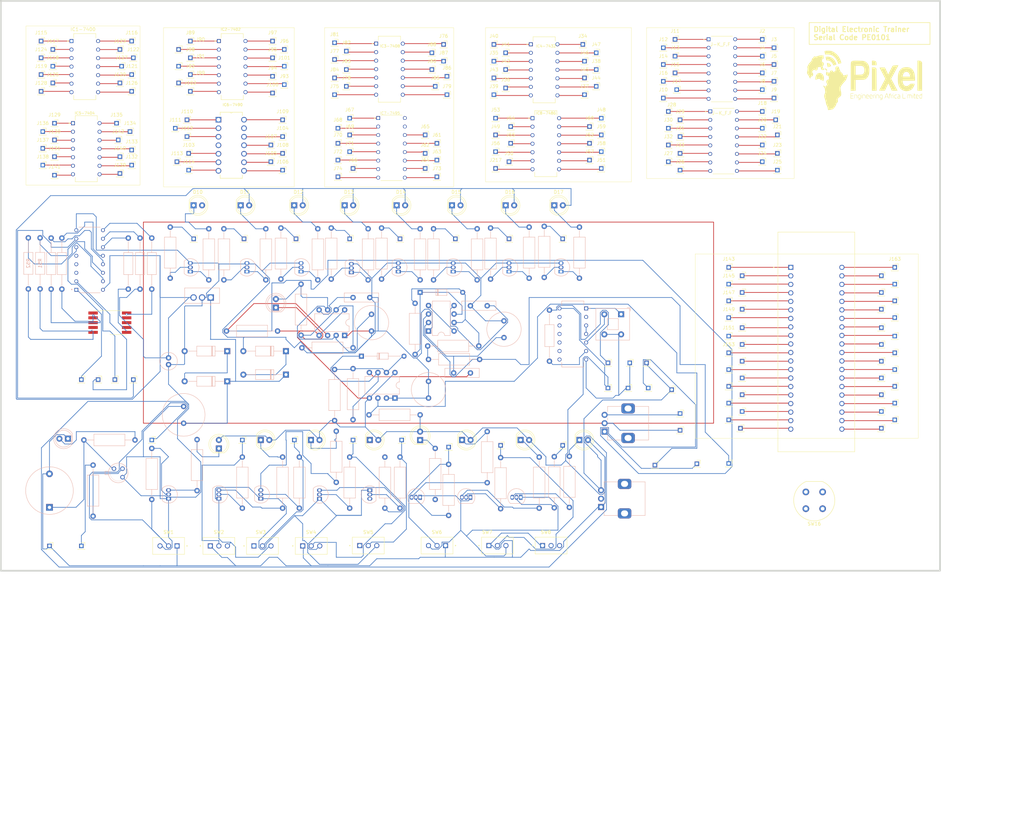
<source format=kicad_pcb>
(kicad_pcb (version 20240108) (generator "pcbnew") (generator_version "8.0")
  (title_block (title "Digital Electronic Trainer") (company "Pixel Engineering Africa Ltd."))
  (layers (0 "F.Cu" signal) (31 "B.Cu" signal) (34 "B.Paste" user) (35 "F.Paste" user) (36 "B.SilkS" user "B.Silkscreen") (37 "F.SilkS" user "F.Silkscreen") (38 "B.Mask" user) (39 "F.Mask" user) (44 "Edge.Cuts" user))
  (net 0 "")
  (net 1 "GND")
  (net 2 "/Q2")
  (net 3 "/CP0")
  (net 4 "/CP1..3")
  (net 5 "/R0(1)")
  (net 6 "/Q3")
  (net 7 "/R9(1)")
  (net 8 "VCC")
  (net 9 "/R9(2)")
  (net 10 "/R0(2)")
  (net 11 "/Q1")
  (net 12 "/Q0")
  (net 13 "/Cp2.Lshift")
  (net 14 "/Mode")
  (net 15 "/P0")
  (net 16 "/P1")
  (net 17 "/Cp1.Rshift")
  (net 18 "/P3")
  (net 19 "/P2")
  (net 20 "/Ds")
  (net 21 "/PR2")
  (net 22 "/CLK2")
  (net 23 "/Q'2")
  (net 24 "/CLR2")
  (net 25 "/K1")
  (net 26 "/Q'1")
  (net 27 "/CLK1")
  (net 28 "/PR1")
  (net 29 "/CLR1")
  (net 30 "/+V")
  (net 31 "/J2")
  (net 32 "/K2")
  (net 33 "/J1")
  (net 34 "/F")
  (net 35 "Net-(J214-Pin_1)")
  (net 37 "Net-(J215-Pin_1)")
  (net 38 "/D")
  (net 39 "Net-(D35-A)")
  (net 40 "Net-(J216-Pin_1)")
  (net 41 "Net-(BZ1--)")
  (net 43 "Net-(J213-Pin_1)")
  (net 44 "/G")
  (net 46 "/C")
  (net 47 "/A")
  (net 48 "/B")
  (net 49 "Net-(U14-E)")
  (net 54 "Net-(U11-2B)")
  (net 55 "Net-(U11-1Y)")
  (net 56 "Net-(U11-2Y)")
  (net 57 "Net-(U11-1A)")
  (net 61 "Net-(J185-Pin_1)")
  (net 62 "/6A")
  (net 63 "/2Y")
  (net 64 "/4Y")
  (net 65 "/5Y")
  (net 66 "/1A")
  (net 67 "/2A")
  (net 68 "/5A")
  (net 69 "/3A")
  (net 70 "/4A")
  (net 71 "/3Y")
  (net 72 "Net-(J142-Pin_1)")
  (net 73 "/2B")
  (net 74 "/1B")
  (net 75 "/4B")
  (net 76 "/1Y")
  (net 77 "/3B")
  (net 78 "Net-(D34-K)")
  (net 79 "Net-(D34-A)")
  (net 80 "Net-(D7-K)")
  (net 81 "Net-(Q6-E)")
  (net 82 "Net-(J188-Pin_1)")
  (net 83 "Net-(Q4-B)")
  (net 84 "Net-(J207-Pin_1)")
  (net 85 "Net-(J189-Pin_1)")
  (net 86 "Net-(R40-Pad2)")
  (net 87 "Net-(D33-K)")
  (net 88 "Net-(D33-A)")
  (net 89 "Net-(D20-K)")
  (net 90 "Net-(Q7-B)")
  (net 91 "Net-(J204-Pin_1)")
  (net 92 "Net-(J190-Pin_1)")
  (net 93 "Net-(D20-A)")
  (net 94 "Net-(D17-K)")
  (net 95 "Net-(Q16-C)")
  (net 96 "Net-(J202-Pin_1)")
  (net 97 "Net-(Q16-B)")
  (net 98 "Net-(Q15-C)")
  (net 99 "Net-(D16-K)")
  (net 100 "Net-(D15-K)")
  (net 101 "Net-(Q14-C)")
  (net 102 "Net-(Q14-B)")
  (net 103 "Net-(J200-Pin_1)")
  (net 104 "Net-(Q13-C)")
  (net 105 "Net-(D14-K)")
  (net 106 "Net-(J199-Pin_1)")
  (net 107 "Net-(Q13-B)")
  (net 108 "Net-(Q12-C)")
  (net 109 "Net-(D13-K)")
  (net 110 "Net-(J198-Pin_1)")
  (net 111 "Net-(Q12-B)")
  (net 112 "Net-(D12-K)")
  (net 113 "Net-(Q11-C)")
  (net 114 "Net-(J197-Pin_1)")
  (net 115 "Net-(Q11-B)")
  (net 116 "Net-(D11-K)")
  (net 117 "Net-(Q10-C)")
  (net 118 "Net-(J196-Pin_1)")
  (net 119 "Net-(Q10-B)")
  (net 120 "Net-(D10-K)")
  (net 121 "Net-(Q9-C)")
  (net 122 "Net-(J195-Pin_1)")
  (net 123 "Net-(Q9-B)")
  (net 124 "Net-(Q8-E)")
  (net 125 "Net-(D9-K)")
  (net 126 "Net-(J203-Pin_1)")
  (net 127 "Net-(Q8-B)")
  (net 128 "Net-(Q7-E)")
  (net 129 "Net-(D8-K)")
  (net 130 "Net-(Q15-B)")
  (net 131 "Net-(J201-Pin_1)")
  (net 132 "Net-(Q17-B)")
  (net 133 "Net-(J212-Pin_1)")
  (net 134 "Net-(D1-A)")
  (net 135 "Net-(BZ1-+)")
  (net 136 "Net-(Q1-B)")
  (net 137 "Net-(J210-Pin_1)")
  (net 138 "Net-(D2-K)")
  (net 139 "Net-(Q1-E)")
  (net 140 "Net-(J209-Pin_1)")
  (net 141 "Net-(Q2-B)")
  (net 142 "Net-(D3-K)")
  (net 143 "Net-(Q2-E)")
  (net 144 "Net-(J208-Pin_1)")
  (net 145 "Net-(Q3-B)")
  (net 146 "Net-(D4-K)")
  (net 147 "Net-(Q3-E)")
  (net 148 "Net-(Q4-E)")
  (net 149 "Net-(D5-K)")
  (net 150 "Net-(Q5-B)")
  (net 151 "Net-(J206-Pin_1)")
  (net 152 "Net-(Q5-E)")
  (net 153 "Net-(Q6-B)")
  (net 154 "Net-(J205-Pin_1)")
  (net 155 "Net-(J183-Pin_1)")
  (net 156 "L3")
  (net 157 "L2")
  (net 158 "L1")
  (net 159 "L5")
  (net 160 "L6")
  (net 161 "L7")
  (net 162 "L4")
  (net 164 "Net-(J192-Pin_1)")
  (net 165 "Net-(J194-Pin_1)")
  (net 166 "Net-(J193-Pin_1)")
  (net 167 "Net-(U3-CV)")
  (net 168 "Net-(U1-CV)")
  (net 169 "Net-(U2-TR)")
  (net 170 "Net-(U2-CV)")
  (net 171 "Net-(U2-R)")
  (net 172 "Net-(D36-K)")
  (net 175 "9V")
  (net 176 "Net-(J143-Pin_1)")
  (net 177 "Net-(J144-Pin_1)")
  (net 178 "Net-(J145-Pin_1)")
  (net 179 "Net-(J146-Pin_1)")
  (net 180 "Net-(J147-Pin_1)")
  (net 181 "Net-(J148-Pin_1)")
  (net 182 "Net-(J149-Pin_1)")
  (net 183 "Net-(J150-Pin_1)")
  (net 184 "Net-(J151-Pin_1)")
  (net 185 "Net-(J152-Pin_1)")
  (net 186 "Net-(J153-Pin_1)")
  (net 187 "Net-(J154-Pin_1)")
  (net 188 "Net-(J155-Pin_1)")
  (net 189 "Net-(J156-Pin_1)")
  (net 190 "Net-(J157-Pin_1)")
  (net 191 "Net-(J158-Pin_1)")
  (net 192 "Net-(J159-Pin_1)")
  (net 193 "Net-(J160-Pin_1)")
  (net 194 "Net-(J161-Pin_1)")
  (net 195 "Net-(J162-Pin_1)")
  (net 196 "Net-(J163-Pin_1)")
  (net 197 "Net-(J164-Pin_1)")
  (net 198 "Net-(J165-Pin_1)")
  (net 199 "Net-(J166-Pin_1)")
  (net 200 "Net-(J167-Pin_1)")
  (net 201 "Net-(J168-Pin_1)")
  (net 202 "Net-(J169-Pin_1)")
  (net 203 "Net-(J170-Pin_1)")
  (net 204 "Net-(J171-Pin_1)")
  (net 205 "Net-(J172-Pin_1)")
  (net 206 "Net-(J173-Pin_1)")
  (net 207 "Net-(J174-Pin_1)")
  (net 208 "Net-(J175-Pin_1)")
  (net 209 "Net-(J176-Pin_1)")
  (net 210 "Net-(J177-Pin_1)")
  (net 211 "Net-(J178-Pin_1)")
  (net 212 "Net-(J179-Pin_1)")
  (net 213 "Net-(J180-Pin_1)")
  (net 214 "Net-(J181-Pin_1)")
  (net 215 "Net-(J182-Pin_1)")
  (net 216 "Net-(J66-Pin_1)")
  (net 217 "Net-(J108-Pin_1)")
  (net 218 "Net-(SW16-Pad1)")
  (net 219 "Net-(SW16-Pad2)")
  (net 220 "Net-(J3-Pin_1)")
  (net 221 "Net-(J4-Pin_1)")
  (net 222 "Net-(J5-Pin_1)")
  (net 223 "Net-(D6-K)")
  (footprint "Connector_PinSocket_2.00mm:PinSocket_1x01_P2.00mm_Vertical" (layer "F.Cu") (at 36.5 119.5)
    (property "Reference" "J215" (hide yes))
    (property "Value" "Conn_01x01_Socket" (hide yes))
  )
  (footprint "Connector_PinSocket_2.00mm:PinSocket_1x01_P2.00mm_Vertical" (layer "F.Cu") (at 23 26)
    (property "Reference" "J118")
    (property "Value" "Conn_01x01_Socket" (hide yes))
  )
  (footprint "ATE1D-2M3-10-Z:SW_ATE1D-2M3-10-Z" (layer "F.Cu") (at 100.04 169.1 180)
    (property "Reference" "SW4")
    (property "Value" "SW_Nidec_CAS-120A1" (hide yes))
  )
  (footprint "Connector_PinSocket_2.00mm:PinSocket_1x01_P2.00mm_Vertical" (layer "F.Cu") (at 270 93.5)
    (property "Reference" "J166" (hide yes))
    (property "Value" "Conn_01x01_Socket" (hide yes))
  )
  (footprint "Connector_PinSocket_2.00mm:PinSocket_1x01_P2.00mm_Vertical" (layer "F.Cu") (at 188.5 114.5)
    (property "Reference" "J183" (hide yes))
    (property "Value" "Conn_01x01_Socket" (hide yes))
  )
  (footprint "Connector_PinSocket_2.00mm:PinSocket_1x01_P2.00mm_Vertical" (layer "F.Cu") (at 19.5 33.5)
    (property "Reference" "J128")
    (property "Value" "Conn_01x01_Socket" (hide yes))
  )
  (footprint "LED_THT:LED_D5.0mm" (layer "F.Cu") (at 172.5 67.5)
    (property "Reference" "D17")
    (property "Value" "LED" (hide yes))
  )
  (footprint "Connector_PinSocket_2.00mm:PinSocket_1x01_P2.00mm_Vertical" (layer "F.Cu") (at 274 91)
    (property "Reference" "J165" (hide yes))
    (property "Value" "Conn_01x01_Socket" (hide yes))
  )
  (footprint "Connector_PinSocket_2.00mm:PinSocket_1x01_P2.00mm_Vertical" (layer "F.Cu") (at 228.5 104)
    (property "Reference" "J150" (hide yes))
    (property "Value" "Conn_01x01_Socket" (hide yes))
  )
  (footprint "LED_THT:LED_D5.0mm" (layer "F.Cu") (at 132.5 137.54 90)
    (property "Reference" "D6" (hide yes))
    (property "Value" "LED" (hide yes))
  )
  (footprint "Connector_PinSocket_2.00mm:PinSocket_1x01_P2.00mm_Vertical" (layer "F.Cu") (at 175 139.1)
    (property "Reference" "J203" (hide yes))
    (property "Value" "Conn_01x01_Socket" (hide yes))
  )
  (footprint "Connector_PinSocket_2.00mm:PinSocket_1x01_P2.00mm_Vertical" (layer "F.Cu") (at 108 59)
    (property "Reference" "J74")
    (property "Value" "Conn_01x01_Socket" (hide yes))
  )
  (footprint "LED_THT:LED_D5.0mm" (layer "F.Cu") (at 142 67.5)
    (property "Reference" "D15")
    (property "Value" "LED" (hide yes))
  )
  (footprint "Connector_PinSocket_2.00mm:PinSocket_1x01_P2.00mm_Vertical" (layer "F.Cu") (at 139.5 19.5)
    (property "Reference" "J76")
    (property "Value" "Conn_01x01_Socket" (hide yes))
  )
  (footprint "Connector_PinSocket_2.00mm:PinSocket_1x01_P2.00mm_Vertical" (layer "F.Cu") (at 140.5 29)
    (property "Reference" "J86")
    (property "Value" "Conn_01x01_Socket" (hide yes))
  )
  (footprint "Connector_PinSocket_2.00mm:PinSocket_1x01_P2.00mm_Vertical" (layer "F.Cu") (at 224.5 106.5)
    (property "Reference" "J151")
    (property "Value" "Conn_01x01_Socket" (hide yes))
  )
  (footprint "Connector_PinSocket_2.00mm:PinSocket_1x01_P2.00mm_Vertical" (layer "F.Cu") (at 91.5 57)
    (property "Reference" "J106")
    (property "Value" "Conn_01x01_Socket" (hide yes))
  )
  (footprint "Connector_PinSocket_2.00mm:PinSocket_1x01_P2.00mm_Vertical" (layer "F.Cu") (at 20 50.5)
    (property "Reference" "J137")
    (property "Value" "Conn_01x01_Socket" (hide yes))
  )
  (footprint "Connector_PinSocket_2.00mm:PinSocket_1x01_P2.00mm_Vertical" (layer "F.Cu") (at 202.5 145)
    (property "Reference" "J188" (hide yes))
    (property "Value" "Conn_01x01_Socket" (hide yes))
  )
  (footprint "Connector_PinSocket_2.00mm:PinSocket_1x01_P2.00mm_Vertical" (layer "F.Cu") (at 43 58)
    (property "Reference" "J139")
    (property "Value" "Conn_01x01_Socket" (hide yes))
  )
  (footprint "Connector_PinSocket_2.00mm:PinSocket_1x01_P2.00mm_Vertical" (layer "F.Cu") (at 91.5 47)
    (property "Reference" "J104")
    (property "Value" "Conn_01x01_Socket" (hide yes))
  )
  (footprint "Connector_PinSocket_2.00mm:PinSocket_1x01_P2.00mm_Vertical" (layer "F.Cu") (at 210 129.6)
    (property "Reference" "J194" (hide yes))
    (property "Value" "Conn_01x01_Socket" (hide yes))
  )
  (footprint "ATE1D-2M3-10-Z:SW_ATE1D-2M3-10-Z" (layer "F.Cu") (at 155.54 169 180)
    (property "Reference" "SW7")
    (property "Value" "SW_Nidec_CAS-120A1" (hide yes))
  )
  (footprint "Connector_PinSocket_2.00mm:PinSocket_1x01_P2.00mm_Vertical" (layer "F.Cu") (at 224.5 121.5)
    (property "Reference" "J157" (hide yes))
    (property "Value" "Conn_01x01_Socket" (hide yes))
  )
  (footprint "Connector_PinSocket_2.00mm:PinSocket_1x01_P2.00mm_Vertical" (layer "F.Cu") (at 108 44.5)
    (property "Reference" "J68")
    (property "Value" "Conn_01x01_Socket" (hide yes))
  )
  (footprint "Connector_PinSocket_2.00mm:PinSocket_1x01_P2.00mm_Vertical" (layer "F.Cu") (at 43 31)
    (property "Reference" "J120")
    (property "Value" "Conn_01x01_Socket" (hide yes))
  )
  (footprint "Connector_PinSocket_2.00mm:PinSocket_1x01_P2.00mm_Vertical" (layer "F.Cu") (at 158 22)
    (property "Reference" "J41")
    (property "Value" "Conn_01x01_Socket" (hide yes))
  )
  (footprint "Connector_PinSocket_2.00mm:PinSocket_1x01_P2.00mm_Vertical" (layer "F.Cu") (at 23 21)
    (property "Reference" "J117")
    (property "Value" "Conn_01x01_Socket" (hide yes))
  )
  (footprint "Connector_PinSocket_2.00mm:PinSocket_1x01_P2.00mm_Vertical" (layer "F.Cu") (at 270 124)
    (property "Reference" "J178" (hide yes))
    (property "Value" "Conn_01x01_Socket" (hide yes))
  )
  (footprint "Connector_PinSocket_2.00mm:PinSocket_1x01_P2.00mm_Vertical" (layer "F.Cu") (at 183 49)
    (property "Reference" "J52")
    (property "Value" "Conn_01x01_Socket" (hide yes))
  )
  (footprint "Connector_PinSocket_2.00mm:PinSocket_1x01_P2.00mm_Vertical" (layer "F.Cu") (at 186.5 51.5)
    (property "Reference" "J58")
    (property "Value" "Conn_01x01_Socket" (hide yes))
  )
  (footprint "SN7400N:DIP794W45P254L1969H508Q14" (layer "F.Cu") (at 123.36 26.885)
    (property "Reference" "IC3-7408")
    (property "Value" "SN7408")
  )
  (footprint "Connector_PinSocket_2.00mm:PinSocket_1x01_P2.00mm_Vertical" (layer "F.Cu") (at 274 121.5)
    (property "Reference" "J177" (hide yes))
    (property "Value" "Conn_01x01_Socket" (hide yes))
  )
  (footprint "Connector_PinSocket_2.00mm:PinSocket_1x01_P2.00mm_Vertical" (layer "F.Cu") (at 22 169.1)
    (property "Reference" "J211" (hide yes))
    (property "Value" "Conn_01x01_Socket" (hide yes))
  )
  (footprint "Connector_PinSocket_2.00mm:PinSocket_1x01_P2.00mm_Vertical" (layer "F.Cu") (at 234.5 54.5)
    (property "Reference" "J24")
    (property "Value" "Conn_01x01_Socket" (hide yes))
  )
  (footprint "Connector_PinSocket_2.00mm:PinSocket_1x01_P2.00mm_Vertical" (layer "F.Cu") (at 205 30.5)
    (property "Reference" "J16")
    (property "Value" "Conn_01x01_Socket" (hide yes))
  )
  (footprint "Connector_PinSocket_2.00mm:PinSocket_1x01_P2.00mm_Vertical" (layer "F.Cu") (at 209 33)
    (property "Reference" "J17")
    (property "Value" "Conn_01x01_Socket" (hide yes))
  )
  (footprint "Connector_PinSocket_2.00mm:PinSocket_1x01_P2.00mm_Vertical" (layer "F.Cu") (at 95.5 77.5)
    (property "Reference" "J197" (hide yes))
    (property "Value" "Conn_01x01_Socket" (hide yes))
  )
  (footprint "Connector_PinSocket_2.00mm:PinSocket_1x01_P2.00mm_Vertical" (layer "F.Cu") (at 156.5 139.1)
    (property "Reference" "J204" (hide yes))
    (property "Value" "Conn_01x01_Socket" (hide yes))
  )
  (footprint "Connector_PinSocket_2.00mm:PinSocket_1x01_P2.00mm_Vertical" (layer "F.Cu") (at 46 45.5)
    (property "Reference" "J134")
    (property "Value" "Conn_01x01_Socket")
  )
  (footprint "Connector_PinSocket_2.00mm:PinSocket_1x01_P2.00mm_Vertical" (layer "F.Cu") (at 224.5 86)
    (property "Reference" "J143")
    (property "Value" "Conn_01x01_Socket" (hide yes))
  )
  (footprint "Connector_PinSocket_2.00mm:PinSocket_1x01_P2.00mm_Vertical" (layer "F.Cu") (at 155 56.5)
    (property "Reference" "J217")
    (property "Value" "Conn_01x01_Socket" (hide yes))
  )
  (footprint "ATE1D-2M3-10-Z:SW_ATE1D-2M3-10-Z" (layer "F.Cu") (at 57.5 169.1)
    (property "Reference" "SW1" (hide yes))
    (property "Value" "SW_Nidec_CAS-120A1" (hide yes))
  )
  (footprint "Connector_PinSocket_2.00mm:PinSocket_1x01_P2.00mm_Vertical" (layer "F.Cu") (at 181 19.5)
    (property "Reference" "J34")
    (property "Value" "Conn_01x01_Socket" (hide yes))
  )
  (footprint "Connector_PinSocket_2.00mm:PinSocket_1x01_P2.00mm_Vertical" (layer "F.Cu") (at 155 51.5)
    (property "Reference" "J56")
    (property "Value" "Conn_01x01_Socket" (hide yes))
  )
  (footprint "Connector_PinSocket_2.00mm:PinSocket_1x01_P2.00mm_Vertical" (layer "F.Cu") (at 210 42)
    (property "Reference" "J29")
    (property "Value" "Conn_01x01_Socket" (hide yes))
  )
  (footprint "Connector_PinSocket_2.00mm:PinSocket_1x01_P2.00mm_Vertical" (layer "F.Cu") (at 239 52)
    (property "Reference" "J23")
    (property "Value" "Conn_01x01_Socket" (hide yes))
  )
  (footprint "ATE1D-2M3-10-Z:SW_ATE1D-2M3-10-Z" (layer "F.Cu") (at 171.54 169 180)
    (property "Reference" "SW8")
    (property "Value" "SW_Nidec_CAS-120A1" (hide yes))
  )
  (footprint "Connector_PinSocket_2.00mm:PinSocket_1x01_P2.00mm_Vertical" (layer "F.Cu") (at 46.5 55.5)
    (property "Reference" "J132")
    (property "Value" "Conn_01x01_Socket" (hide yes))
  )
  (footprint "Connector_PinSocket_2.00mm:PinSocket_1x01_P2.00mm_Vertical" (layer "F.Cu") (at 270 109)
    (property "Reference" "J172" (hide yes))
    (property "Value" "Conn_01x01_Socket" (hide yes))
  )
  (footprint "Connector_PinSocket_2.00mm:PinSocket_1x01_P2.00mm_Vertical" (layer "F.Cu") (at 88 49.5)
    (property "Reference" "J107")
    (property "Value" "Conn_01x01_Socket" (hide yes))
  )
  (footprint "LED_THT:LED_D5.0mm" (layer "F.Cu") (at 64.96 67.5)
    (property "Reference" "D10")
    (property "Value" "LED" (hide yes))
  )
  (footprint "Connector_PinSocket_2.00mm:PinSocket_1x01_P2.00mm_Vertical" (layer "F.Cu") (at 92 21)
    (property "Reference" "J96")
    (property "Value" "Conn_01x01_Socket" (hide yes))
  )
  (footprint "Display_7Segment:KCSC02-107" (layer "F.Cu") (at 40 102.5 180)
    (property "Reference" "U17" (hide yes))
    (property "Value" "KCSA02-107" (hide yes))
  )
  (footprint "Connector_PinSocket_2.00mm:PinSocket_1x01_P2.00mm_Vertical" (layer "F.Cu") (at 224.5 144.5)
    (property "Reference" "J189" (hide yes))
    (property "Value" "Conn_01x01_Socket" (hide yes))
  )
  (footprint "Connector_PinSocket_2.00mm:PinSocket_1x01_P2.00mm_Vertical" (layer "F.Cu") (at 234.5 33)
    (property "Reference" "J8")
    (property "Value" "Conn_01x01_Socket" (hide yes))
  )
  (footprint "Connector_PinSocket_2.00mm:PinSocket_1x01_P2.00mm_Vertical" (layer "F.Cu") (at 80 77.5)
    (property "Reference" "J196" (hide yes))
    (property "Value" "Conn_01x01_Socket" (hide yes))
  )
  (footprint "Connector_PinSocket_2.00mm:PinSocket_1x01_P2.00mm_Vertical" (layer "F.Cu") (at 183 54)
    (property "Reference" "J57")
    (property "Value" "Conn_01x01_Socket" (hide yes))
  )
  (footprint "SN7400N:DIP794W45P254L1969H508Q14" (layer "F.Cu") (at 169.97 49.12)
    (property "Reference" "IC8-7486")
    (property "Value" "SN7486")
  )
  (footprint "Connector_PinSocket_2.00mm:PinSocket_1x01_P2.00mm_Vertical" (layer "F.Cu") (at 154.5 19.5)
    (property "Reference" "J40")
    (property "Value" "Conn_01x01_Socket" (hide yes))
  )
  (footprint "Connector_PinSocket_2.00mm:PinSocket_1x01_P2.00mm_Vertical" (layer "F.Cu") (at 158 32.5)
    (property "Reference" "J36")
    (property "Value" "Conn_01x01_Socket" (hide yes))
  )
  (footprint "Connector_PinSocket_2.00mm:PinSocket_1x01_P2.00mm_Vertical" (layer "F.Cu") (at 60.5 31)
    (property "Reference" "J99")
    (property "Value" "Conn_01x01_Socket" (hide yes))
  )
  (footprint "Connector_PinSocket_2.00mm:PinSocket_1x01_P2.00mm_Vertical" (layer "F.Cu") (at 141 139.6)
    (property "Reference" "J205" (hide yes))
    (property "Value" "Conn_01x01_Socket" (hide yes))
  )
  (footprint "Connector_PinSocket_2.00mm:PinSocket_1x01_P2.00mm_Vertical" (layer "F.Cu") (at 186.5 46.5)
    (property "Reference" "J59")
    (property "Value" "Conn_01x01_Socket" (hide yes))
  )
  (footprint "Connector_PinSocket_2.00mm:PinSocket_1x01_P2.00mm_Vertical" (layer "F.Cu") (at 238 20.5)
    (property "Reference" "J3")
    (property "Value" "Conn_01x01_Socket" (hide yes))
  )
  (footprint "Connector_PinSocket_2.00mm:PinSocket_1x01_P2.00mm_Vertical" (layer "F.Cu") (at 92 26)
    (property "Reference" "J101")
    (property "Value" "Conn_01x01_Socket" (hide yes))
  )
  (footprint "Connector_PinSocket_2.00mm:PinSocket_1x01_P2.00mm_Vertical" (layer "F.Cu") (at 42.5 48)
    (property "Reference" "J142")
    (property "Value" "Conn_01x01_Socket" (hide yes))
  )
  (footprint "Connector_PinSocket_2.00mm:PinSocket_1x01_P2.00mm_Vertical" (layer "F.Cu") (at 210 134.6)
    (property "Reference" "J193" (hide yes))
    (property "Value" "Conn_01x01_Socket" (hide yes))
  )
  (footprint "ATE1D-2M3-10-Z:SW_ATE1D-2M3-10-Z" (layer "F.Cu") (at 72.5 169.1 180)
    (property "Reference" "SW2")
    (property "Value" "SW_Nidec_CAS-120A1" (hide yes))
  )
  (footprint "Connector_PinSocket_2.00mm:PinSocket_1x01_P2.00mm_Vertical" (layer "F.Cu") (at 111.5 41.5)
    (property "Reference" "J67")
    (property "Value" "Conn_01x01_Socket")
  )
  (footprint "Connector_PinSocket_2.00mm:PinSocket_1x01_P2.00mm_Vertical" (layer "F.Cu") (at 23.5 53)
    (property "Reference" "J131")
    (property "Value" "Conn_01x01_Socket" (hide yes))
  )
  (footprint "Connector_PinSocket_2.00mm:PinSocket_1x01_P2.00mm_Vertical" (layer "F.Cu") (at 234.5 39.5)
    (property "Reference" "J18")
    (property "Value" "Conn_01x01_Socket" (hide yes))
  )
  (footprint "Connector_PinSocket_2.00mm:PinSocket_1x01_P2.00mm_Vertical" (layer "F.Cu") (at 43 21)
    (property "Reference" "J123")
    (property "Value" "Conn_01x01_Socket" (hide yes))
  )
  (footprint "Connector_PinSocket_2.00mm:PinSocket_1x01_P2.00mm_Vertical" (layer "F.Cu") (at 238 30.5)
    (property "Reference" "J7")
    (property "Value" "Conn_01x01_Socket" (hide yes))
  )
  (footprint "Connector_PinSocket_2.00mm:PinSocket_1x01_P2.00mm_Vertical" (layer "F.Cu") (at 274 96)
    (property "Reference" "J167" (hide yes))
    (property "Value" "Conn_01x01_Socket" (hide yes))
  )
  (footprint "Connector_PinSocket_2.00mm:PinSocket_1x01_P2.00mm_Vertical" (layer "F.Cu") (at 134 56.5)
    (property "Reference" "J64")
    (property "Value" "Conn_01x01_Socket" (hide yes))
  )
  (footprint "Connector_PinSocket_2.00mm:PinSocket_1x01_P2.00mm_Vertical" (layer "F.Cu") (at 238 35.5)
    (property "Reference" "J9")
    (property "Value" "Conn_01x01_Socket" (hide yes))
  )
  (footprint "Connector_PinSocket_2.00mm:PinSocket_1x01_P2.00mm_Vertical" (layer "F.Cu") (at 46.5 18.5)
    (property "Reference" "J116")
    (property "Value" "Conn_01x01_Socket" (hide yes))
  )
  (footprint "Button_Switch_THT:Push_E-Switch_KS01Q01" (layer "F.Cu") (at 252.5 158 180)
    (property "Reference" "SW16")
    (property "Value" "SW_Push_Open_Dual")
  )
  (footprint "Connector_PinSocket_2.00mm:PinSocket_1x01_P2.00mm_Vertical" (layer "F.Cu") (at 91.5 52)
    (property "Reference" "J108")
    (property "Value" "Conn_01x01_Socket" (hide yes))
  )
  (footprint "Connector_PinSocket_2.00mm:PinSocket_1x01_P2.00mm_Vertical" (layer "F.Cu") (at 137.5 49)
    (property "Reference" "J61")
    (property "Value" "Conn_01x01_Socket" (hide yes))
  )
  (footprint "Connector_PinSocket_2.00mm:PinSocket_1x01_P2.00mm_Vertical" (layer "F.Cu") (at 47 119.5)
    (property "Reference" "J213" (hide yes))
    (property "Value" "Conn_01x01_Socket" (hide yes))
  )
  (footprint "Connector_PinSocket_2.00mm:PinSocket_1x01_P2.00mm_Vertical" (layer "F.Cu") (at 154.5 34.5)
    (property "Reference" "J39")
    (property "Value" "Conn_01x01_Socket" (hide yes))
  )
  (footprint "Connector_PinSocket_2.00mm:PinSocket_1x01_P2.00mm_Vertical" (layer "F.Cu") (at 228.5 114)
    (property "Reference" "J154" (hide yes))
    (property "Value" "Conn_01x01_Socket" (hide yes))
  )
  (footprint "Connector_PinSocket_2.00mm:PinSocket_1x01_P2.00mm_Vertical" (layer "F.Cu") (at 19.5 18.5)
    (property "Reference" "J115")
    (property "Value" "Conn_01x01_Socket" (hide yes))
  )
  (footprint "Connector_PinSocket_2.00mm:PinSocket_1x01_P2.00mm_Vertical" (layer "F.Cu") (at 107 24)
    (property "Reference" "J77")
    (property "Value" "Conn_01x01_Socket" (hide yes))
  )
  (footprint "Connector_PinSocket_2.00mm:PinSocket_1x01_P2.00mm_Vertical" (layer "F.Cu") (at 19.5 23.5)
    (property "Reference" "J124")
    (property "Value" "Conn_01x01_Socket" (hide yes))
  )
  (footprint "Connector_PinSocket_2.00mm:PinSocket_1x01_P2.00mm_Vertical" (layer "F.Cu") (at 270 114)
    (property "Reference" "J174" (hide yes))
    (property "Value" "Conn_01x01_Socket" (hide yes))
  )
  (footprint "Connector_PinSocket_2.00mm:PinSocket_1x01_P2.00mm_Vertical" (layer "F.Cu") (at 60.5 26)
    (property "Reference" "J91")
    (property "Value" "Conn_01x01_Socket" (hide yes))
  )
  (footprint "SN74LS90N:DIP254P762X508-14" (layer "F.Cu") (at 80 57.2)
    (property "Reference" "IC6-7490")
    (property "Value" "74LS90")
  )
  (footprint "Connector_PinSocket_2.00mm:PinSocket_1x01_P2.00mm_Vertical" (layer "F.Cu") (at 228.5 124)
    (property "Reference" "J158" (hide yes))
    (property "Value" "Conn_01x01_Socket" (hide yes))
  )
  (footprint "Connector_PinSocket_2.00mm:PinSocket_1x01_P2.00mm_Vertical" (layer "F.Cu") (at 159.5 44)
    (property "Reference" "J54")
    (property "Value" "Conn_01x01_Socket" (hide yes))
  )
  (footprint "Connector_PinSocket_2.00mm:PinSocket_1x01_P2.00mm_Vertical" (layer "F.Cu") (at 206.5 54.5)
    (property "Reference" "J27")
    (property "Value" "Conn_01x01_Socket" (hide yes))
  )
  (footprint "Connector_PinSocket_2.00mm:PinSocket_1x01_P2.00mm_Vertical" (layer "F.Cu") (at 234.5 49.5)
    (property "Reference" "J22")
    (property "Value" "Conn_01x01_Socket" (hide yes))
  )
  (footprint "Connector_PinSocket_2.00mm:PinSocket_1x01_P2.00mm_Vertical" (layer "F.Cu") (at 234.5 18)
    (property "Reference" "J2")
    (property "Value" "Conn_01x01_Socket" (hide yes))
  )
  (footprint "Connector_PinSocket_2.00mm:PinSocket_1x01_P2.00mm_Vertical" (layer "F.Cu") (at 239 46.5)
    (property "Reference" "J21")
    (property "Value" "Conn_01x01_Socket" (hide yes))
  )
  (footprint "Connector_PinSocket_2.00mm:PinSocket_1x01_P2.00mm_Vertical" (layer "F.Cu") (at 134 52)
    (property "Reference" "J62")
    (property "Value" "Conn_01x01_Socket" (hide yes))
  )
  (footprint "Connector_PinSocket_2.00mm:PinSocket_1x01_P2.00mm_Vertical" (layer "F.Cu") (at 64 28.5)
    (property "Reference" "J92")
    (property "Value" "Conn_01x01_Socket" (hide yes))
  )
  (footprint "Connector_PinSocket_2.00mm:PinSocket_1x01_P2.00mm_Vertical" (layer "F.Cu") (at 195 114.5)
    (property "Reference" "J186" (hide yes))
    (property "Value" "Conn_01x01_Socket" (hide yes))
  )
  (footprint "Connector_PinSocket_2.00mm:PinSocket_1x01_P2.00mm_Vertical" (layer "F.Cu") (at 238.5 42)
    (property "Reference" "J19")
    (property "Value" "Conn_01x01_Socket" (hide yes))
  )
  (footprint "Connector_PinSocket_2.00mm:PinSocket_1x01_P2.00mm_Vertical" (layer "F.Cu") (at 270 98.5)
    (property "Reference" "J168" (hide yes))
    (property "Value" "Conn_01x01_Socket" (hide yes))
  )
  (footprint "Connector_PinSocket_2.00mm:PinSocket_1x01_P2.00mm_Vertical" (layer "F.Cu") (at 228.5 119)
    (property "Reference" "J156" (hide yes))
    (property "Value" "Conn_01x01_Socket" (hide yes))
  )
  (footprint "Connector_PinSocket_2.00mm:PinSocket_1x01_P2.00mm_Vertical" (layer "F.Cu") (at 206.5 39.5)
    (property "Reference" "J28")
    (property "Value" "Conn_01x01_Socket" (hide yes))
  )
  (footprint "Connector_PinSocket_2.00mm:PinSocket_1x01_P2.00mm_Vertical" (layer "F.Cu") (at 46.5 51)
    (property "Reference" "J133")
    (property "Value" "Conn_01x01_Socket" (hide yes))
  )
  (footprint "Connector_PinSocket_2.00mm:PinSocket_1x01_P2.00mm_Vertical" (layer "F.Cu") (at 228.5 129)
    (property "Reference" "J160" (hide yes))
    (property "Value" "Conn_01x01_Socket" (hide yes))
  )
  (footprint "SN74LS47N:DIP794W45P254L1930H508Q16" (layer "F.Cu") (at 222.97 48.35)
    (property "Reference" "J-K_F.F")
    (property "Value" "J-K F.F")
  )
  (footprint "Connector_PinSocket_2.00mm:PinSocket_1x01_P2.00mm_Vertical" (layer "F.Cu") (at 181.5 29.5)
    (property "Reference" "J45")
    (property "Value" "Conn_01x01_Socket" (hide yes))
  )
  (footprint "Connector_PinSocket_2.00mm:PinSocket_1x01_P2.00mm_Vertical" (layer "F.Cu") (at 224.5 131.5)
    (property "Reference" "J161" (hide yes))
    (property "Value" "Conn_01x01_Socket" (hide yes))
  )
  (footprint "Connector_PinSocket_2.00mm:PinSocket_1x01_P2.00mm_Vertical" (layer "F.Cu") (at 63.5 57)
    (property "Reference" "J114")
    (property "Value" "Conn_01x01_Socket" (hide yes))
  )
  (footprint "Connector_PinSocket_2.00mm:PinSocket_1x01_P2.00mm_Vertical" (layer "F.Cu") (at 208.5 18)
    (property "Reference" "J11")
    (property "Value" "Conn_01x01_Socket" (hide yes))
  )
  (footprint "Connector_PinSocket_2.00mm:PinSocket_1x01_P2.00mm_Vertical" (layer "F.Cu") (at 111.5 46.5)
    (property "Reference" "J69")
    (property "Value" "Conn_01x01_Socket")
  )
  (footprint "Connector_PinSocket_2.00mm:PinSocket_1x01_P2.00mm_Vertical" (layer "F.Cu") (at 194.5 122)
    (property "Reference" "J185" (hide yes))
    (property "Value" "Conn_01x01_Socket" (hide yes))
  )
  (footprint "Connector_PinSocket_2.00mm:PinSocket_1x01_P2.00mm_Vertical" (layer "F.Cu") (at 159 54.5)
    (property "Reference" "J50")
    (property "Value" "Conn_01x01_Socket" (hide yes))
  )
  (footprint "Connector_PinSocket_2.00mm:PinSocket_1x01_P2.00mm_Vertical" (layer "F.Cu") (at 65 77.5)
    (property "Reference" "J195" (hide yes))
    (property "Value" "Conn_01x01_Socket" (hide yes))
  )
  (footprint "Connector_PinSocket_2.00mm:PinSocket_1x01_P2.00mm_Vertical" (layer "F.Cu") (at 270 134)
    (property "Reference" "J182" (hide yes))
    (property "Value" "Conn_01x01_Socket" (hide yes))
  )
  (footprint "Connector_PinSocket_2.00mm:PinSocket_1x01_P2.00mm_Vertical" (layer "F.Cu") (at 63 47)
    (property "Reference" "J112")
    (property "Value" "Conn_01x01_Socket" (hide yes))
  )
  (footprint "Connector_PinSocket_2.00mm:PinSocket_1x01_P2.00mm_Vertical" (layer "F.Cu") (at 239 57)
    (property "Reference" "J25")
    (property "Value" "Conn_01x01_Socket" (hide yes))
  )
  (footprint "Connector_PinSocket_2.00mm:PinSocket_1x01_P2.00mm_Vertical" (layer "F.Cu") (at 19.5 28.5)
    (property "Reference" "J119")
    (property "Value" "Conn_01x01_Socket" (hide yes))
  )
  (footprint "Connector_PinSocket_2.00mm:PinSocket_1x01_P2.00mm_Vertical" (layer "F.Cu") (at 183 44)
    (property "Reference" "J60")
    (property "Value" "Conn_01x01_Socket" (hide yes))
  )
  (footprint "Connector_PinSocket_2.00mm:PinSocket_1x01_P2.00mm_Vertical" (layer "F.Cu") (at 107 34.5)
    (property "Reference" "J75")
    (property "Value" "Conn_01x01_Socket" (hide yes))
  )
  (footprint "Connector_PinSocket_2.00mm:PinSocket_1x01_P2.00mm_Vertical" (layer "F.Cu") (at 91.5 42)
    (property "Reference" "J109")
    (property "Value" "Conn_01x01_Socket" (hide yes))
  )
  (footprint "Connector_PinSocket_2.00mm:PinSocket_1x01_P2.00mm_Vertical" (layer "F.Cu") (at 224.5 101)
    (property "Reference" "J149")
    (property "Value" "Conn_01x01_Socket" (hide yes))
  )
  (footprint "LED_THT:LED_D5.0mm" (layer "F.Cu") (at 94.96 67.5)
    (property "Reference" "D12")
    (property "Value" "LED" (hide yes))
  )
  (footprint "Connector_PinSocket_2.00mm:PinSocket_1x01_P2.00mm_Vertical" (layer "F.Cu") (at 110.5 27)
    (property "Reference" "J83")
    (property "Value" "Conn_01x01_Socket" (hide yes))
  )
  (footprint "Connector_PinSocket_2.00mm:PinSocket_1x01_P2.00mm_Vertical" (layer "F.Cu") (at 274 131.5)
    (property "Reference" "J181" (hide yes))
    (property "Value" "Conn_01x01_Socket" (hide yes))
  )
  (footprint "Connector_PinSocket_2.00mm:PinSocket_1x01_P2.00mm_Vertical" (layer "F.Cu") (at 137.5 59)
    (property "Reference" "J73")
    (property "Value" "Conn_01x01_Socket" (hide yes))
  )
  (footprint "Connector_PinSocket_2.00mm:PinSocket_1x01_P2.00mm_Vertical" (layer "F.Cu") (at 274 86)
    (property "Reference" "J163")
    (property "Value" "Conn_01x01_Socket" (hide yes))
  )
  (footprint "40 pin:3M_240-1280-00-0602J" (layer "F.Cu") (at 250.62 110.13)
    (property "Reference" "J1" (hide yes))
    (property "Value" "240-1280-00-0602J" (hide yes))
  )
  (footprint "Connector_PinSocket_2.00mm:PinSocket_1x01_P2.00mm_Vertical" (layer "F.Cu") (at 92 31.5)
    (property "Reference" "J93")
    (property "Value" "Conn_01x01_Socket" (hide yes))
  )
  (footprint "Connector_PinSocket_2.00mm:PinSocket_1x01_P2.00mm_Vertical" (layer "F.Cu") (at 188.5 122)
    (property "Reference" "J184" (hide yes))
    (property "Value" "Conn_01x01_Socket" (hide yes))
  )
  (footprint "Connector_PinSocket_2.00mm:PinSocket_1x01_P2.00mm_Vertical" (layer "F.Cu") (at 186.5 41.5)
    (property "Reference" "J48")
    (property "Value" "Conn_01x01_Socket" (hide yes))
  )
  (footprint "LED_THT:LED_D5.0mm" (layer "F.Cu") (at 110 67.5)
    (property "Reference" "D13")
    (property "Value" "LED" (hide yes))
  )
  (footprint "Connector_PinSocket_2.00mm:PinSocket_1x01_P2.00mm_Vertical" (layer "F.Cu") (at 59.5 44.5)
    (property "Reference" "J111")
    (property "Value" "Conn_01x01_Socket" (hide yes))
  )
  (footprint "Connector_PinSocket_2.00mm:PinSocket_1x01_P2.00mm_Vertical" (layer "F.Cu") (at 20 45.5)
    (property "Reference" "J136")
    (property "Value" "Conn_01x01_Socket" (hide yes))
  )
  (footprint "Connector_PinSocket_2.00mm:PinSocket_1x01_P2.00mm_Vertical" (layer "F.Cu") (at 136 22)
    (property "Reference" "J88")
    (property "Value" "Conn_01x01_Socket" (hide yes))
  )
  (footprint "Connector_PinSocket_2.00mm:PinSocket_1x01_P2.00mm_Vertical" (layer "F.Cu") (at 224.5 96)
    (property "Reference" "J147")
    (property "Value" "Conn_01x01_Socket" (hide yes))
  )
  (footprint "LED_THT:LED_D5.0mm" (layer "F.Cu") (at 99.96 137.5)
    (property "Reference" "D4" (hide yes))
    (property "Value" "LED" (hide yes))
  )
  (footprint "Connector_PinSocket_2.00mm:PinSocket_1x01_P2.00mm_Vertical" (layer "F.Cu") (at 181.5 24.5)
    (property "Reference" "J46")
    (property "Value" "Conn_01x01_Socket" (hide yes))
  )
  (footprint "SN7400N:DIP794W45P254L1969H508Q14" (layer "F.Cu") (at 76.47 26.12)
    (property "Reference" "IC2-7402")
    (property "Value" "SN7402")
  )
  (footprint "Connector_PinSocket_2.00mm:PinSocket_1x01_P2.00mm_Vertical" (layer "F.Cu") (at 126.5 77.5)
    (property "Reference" "J199" (hide yes))
    (property "Value" "Conn_01x01_Socket" (hide yes))
  )
  (footprint "LED_THT:LED_D5.0mm" (layer "F.Cu") (at 162.46 137.5)
    (property "Reference" "D8" (hide yes))
    (property "Value" "LED" (hide yes))
  )
  (footprint "Connector_PinSocket_2.00mm:PinSocket_1x01_P2.00mm_Vertical" (layer "F.Cu") (at 224.5 91)
    (property "Reference" "J145")
    (property "Value" "Conn_01x01_Socket" (hide yes))
  )
  (footprint "Connector_PinSocket_2.00mm:PinSocket_1x01_P2.00mm_Vertical" (layer "F.Cu") (at 208.5 28)
    (property "Reference" "J15")
    (property "Value" "Conn_01x01_Socket" (hide yes))
  )
  (footprint "Connector_PinSocket_2.00mm:PinSocket_1x01_P2.00mm_Vertical" (layer "F.Cu") (at 143 77.5)
    (property "Reference" "J200" (hide yes))
    (property "Value" "Conn_01x01_Socket" (hide yes))
  )
  (footprint "Connector_PinSocket_2.00mm:PinSocket_1x01_P2.00mm_Vertical" (layer "F.Cu") (at 140.5 34.5)
    (property "Reference" "J79")
    (property "Value" "Conn_01x01_Socket" (hide yes))
  )
  (footprint "Connector_PinSocket_2.00mm:PinSocket_1x01_P2.00mm_Vertical" (layer "F.Cu") (at 52.5 137.5)
    (property "Reference" "J210" (hide yes))
    (property "Value" "Conn_01x01_Socket" (hide yes))
  )
  (footprint "Connector_PinSocket_2.00mm:PinSocket_1x01_P2.00mm_Vertical" (layer "F.Cu") (at 228.5 88.5)
    (property "Reference" "J144" (hide yes))
    (property "Value" "Conn_01x01_Socket" (hide yes))
  )
  (footprint "ATE1D-2M3-10-Z:SW_ATE1D-2M3-10-Z" (layer "F.Cu") (at 85.5 169.1 180)
    (property "Reference" "SW3")
    (property "Value" "SW_Nidec_CAS-120A1" (hide yes))
  )
  (footprint "Connector_PinSocket_2.00mm:PinSocket_1x01_P2.00mm_Vertical" (layer "F.Cu") (at 88.5 23.5)
    (property "Reference" "J95")
    (property "Value" "Conn_01x01_Socket" (hide yes))
  )
  (footprint "Connector_PinSocket_2.00mm:PinSocket_1x01_P2.00mm_Vertical" (layer "F.Cu") (at 224.5 116.5)
    (property "Reference" "J155" (hide yes))
    (property "Value" "Conn_01x01_Socket" (hide yes))
  )
  (footprint "SN7432N:DIP794W45P254L1969H508Q14" (layer "F.Cu") (at 169.47 27.08)
    (property "Reference" "IC4-7432")
    (property "Value" "SN7432N")
  )
  (footprint "Connector_PinSocket_2.00mm:PinSocket_1x01_P2.00mm_Vertical" (layer "F.Cu") (at 185 22)
    (property "Reference" "J47")
    (property "Value" "Conn_01x01_Socket" (hide yes))
  )
  (footprint "Connector_PinSocket_2.00mm:PinSocket_1x01_P2.00mm_Vertical" (layer "F.Cu") (at 270 119)
    (property "Reference" "J176" (hide yes))
    (property "Value" "Conn_01x01_Socket" (hide yes))
  )
  (footprint "Connector_PinSocket_2.00mm:PinSocket_1x01_P2.00mm_Vertical" (layer "F.Cu") (at 234.5 44.5)
    (property "Reference" "J20")
    (property "Value" "Conn_01x01_Socket" (hide yes))
  )
  (footprint "Connector_PinSocket_2.00mm:PinSocket_1x01_P2.00mm_Vertical" (layer "F.Cu") (at 23 31)
    (property "Reference" "J125")
    (property "Value" "Conn_01x01_Socket" (hide yes))
  )
  (footprint "Connector_PinSocket_2.00mm:PinSocket_1x01_P2.00mm_Vertical" (layer "F.Cu") (at 200.5 122)
    (property "Reference" "J190" (hide yes))
    (property "Value" "Conn_01x01_Socket" (hide yes))
  )
  (footprint "Connector_PinSocket_2.00mm:PinSocket_1x01_P2.00mm_Vertical" (layer "F.Cu") (at 238 25.5)
    (property "Reference" "J5")
    (property "Value" "Conn_01x01_Socket" (hide yes))
  )
  (footprint "Connector_PinSocket_2.00mm:PinSocket_1x01_P2.00mm_Vertical" (layer "F.Cu") (at 23.5 58.5)
    (property "Reference" "J141")
    (property "Value" "Conn_01x01_Socket" (hide yes))
  )
  (footprint "LED_THT:LED_D5.0mm" (layer "F.Cu") (at 79 67.5)
    (property "Reference" "D11")
    (property "Value" "LED" (hide yes))
  )
  (footprint "Connector_PinSocket_2.00mm:PinSocket_1x01_P2.00mm_Vertical" (layer "F.Cu") (at 23.5 48)
    (property "Reference" "J130")
    (property "Value" "Conn_01x01_Socket" (hide yes))
  )
  (footprint "Connector_PinSocket_2.00mm:PinSocket_1x01_P2.00mm_Vertical" (layer "F.Cu") (at 64 18.5)
    (property "Reference" "J89")
    (property "Value" "Conn_01x01_Socket" (hide yes))
  )
  (footprint "Connector_PinSocket_2.00mm:PinSocket_1x01_P2.00mm_Vertical" (layer "F.Cu") (at 139.5 24.5)
    (property "Reference" "J87")
    (property "Value" "Conn_01x01_Socket" (hide yes))
  )
  (footprint "Connector_PinSocket_2.00mm:PinSocket_1x01_P2.00mm_Vertical" (layer "F.Cu") (at 112.5 137.5)
    (property "Reference" "J207" (hide yes))
    (property "Value" "Conn_01x01_Socket" (hide yes))
  )
  (footprint "Connector_PinSocket_2.00mm:PinSocket_1x01_P2.00mm_Vertical" (layer "F.Cu") (at 88.5 34)
    (property "Reference" "J100")
    (property "Value" "Conn_01x01_Socket" (hide yes))
  )
  (footprint "Connector_PinSocket_2.00mm:PinSocket_1x01_P2.00mm_Vertical" (layer "F.Cu") (at 46.5 28.5)
    (property "Reference" "J121")
    (property "Value" "Conn_01x01_Socket" (hide yes))
  )
  (footprint "Connector_PinSocket_2.00mm:PinSocket_1x01_P2.00mm_Vertical" (layer "F.Cu") (at 159 77.5)
    (property "Reference" "J201" (hide yes))
    (property "Value" "Conn_01x01_Socket" (hide yes))
  )
  (footprint "Connector_PinSocket_2.00mm:PinSocket_1x01_P2.00mm_Vertical" (layer "F.Cu") (at 127 137.5)
    (property "Reference" "J206" (hide yes))
    (property "Value" "Conn_01x01_Socket" (hide yes))
  )
  (footprint "Connector_PinSocket_2.00mm:PinSocket_1x01_P2.00mm_Vertical" (layer "F.Cu") (at 210 52)
    (property "Reference" "J33")
    (property "Value" "Conn_01x01_Socket" (hide yes))
  )
  (footprint "Connector_PinSocket_2.00mm:PinSocket_1x01_P2.00mm_Vertical" (layer "F.Cu") (at 228.5 93.5)
    (property "Reference" "J146" (hide yes))
    (property "Value" "Conn_01x01_Socket" (hide yes))
  )
  (footprint "Connector_PinSocket_2.00mm:PinSocket_1x01_P2.00mm_Vertical" (layer "F.Cu") (at 186.5 56.5)
    (property "Reference" "J51")
    (property "Value" "Conn_01x01_Socket" (hide yes))
  )
  (footprint "SN74HC04N:DIP794W45P254L1969H508Q14" (layer "F.Cu") (at 32.97 50.62)
    (property "Reference" "IC5-7404")
    (property "Value" "SN74HC04N")
  )
  (footprint "Connector_PinSocket_2.00mm:PinSocket_1x01_P2.00mm_Vertical" (layer "F.Cu") (at 158 27)
    (property "Reference" "J42")
    (property "Value" "Conn_01x01_Socket" (hide yes))
  )
  (footprint "Connector_PinSocket_2.00mm:PinSocket_1x01_P2.00mm_Vertical" (layer "F.Cu") (at 137.5 54)
    (property "Reference" "J63")
    (property "Value" "Conn_01x01_Socket" (hide yes))
  )
  (footprint "Connector_PinSocket_2.00mm:PinSocket_1x01_P2.00mm_Vertical" (layer "F.Cu") (at 64 23.5)
    (property "Reference" "J98")
    (property "Value" "Conn_01x01_Socket" (hide yes))
  )
  (footprint "Connector_PinSocket_2.00mm:PinSocket_1x01_P2.00mm_Vertical" (layer "F.Cu") (at 88 54.5)
    (property "Reference" "J105")
    (property "Value" "Conn_01x01_Socket" (hide yes))
  )
  (footprint "Connector_PinSocket_2.00mm:PinSocket_1x01_P2.00mm_Vertical" (layer "F.Cu") (at 208.5 23)
    (property "Reference" "J13")
    (property "Value" "Conn_01x01_Socket" (hide yes))
  )
  (footprint "Connector_PinSocket_2.00mm:PinSocket_1x01_P2.00mm_Vertical" (layer "F.Cu") (at 88.5 18.5)
    (property "Reference" "J97")
    (property "Value" "Conn_01x01_Socket" (hide yes))
  )
  (footprint "Connector_PinSocket_2.00mm:PinSocket_1x01_P2.00mm_Vertical" (layer "F.Cu") (at 42 43)
    (property "Reference" "J135")
    (property "Value" "Conn_01x01_Socket" (hide yes))
  )
  (footprint "Connector_PinSocket_2.00mm:PinSocket_1x01_P2.00mm_Vertical" (layer "F.Cu") (at 63 42)
    (property "Reference" "J110")
    (property "Value" "Conn_01x01_Socket" (hide yes))
  )
  (footprint "Connector_PinSocket_2.00mm:PinSocket_1x01_P2.00mm_Vertical" (layer "F.Cu") (at 205 25.5)
    (property "Reference" "J14")
    (property "Value" "Conn_01x01_Socket" (hide yes))
  )
  (footprint "Connector_PinSocket_2.00mm:PinSocket_1x01_P2.00mm_Vertical" (layer "F.Cu") (at 47 23.5)
    (property "Reference" "J122")
    (property "Value" "Conn_01x01_Socket" (hide yes))
  )
  (footprint "Connector_PinSocket_2.00mm:PinSocket_1x01_P2.00mm_Vertical" (layer "F.Cu") (at 60 54.5)
    (property "Reference" "J113")
    (property "Value" "Conn_01x01_Socket" (hide yes))
  )
  (footprint "LED_THT:LED_D5.0mm" (layer "F.Cu") (at 117.5 137.5)
    (property "Reference" "D5" (hide yes))
    (property "Value" "LED" (hide yes))
  )
  (footprint "Connector_PinSocket_2.00mm:PinSocket_1x01_P2.00mm_Vertical" (layer "F.Cu") (at 274 101)
    (property "Reference" "J169" (hide yes))
    (property "Value" "Conn_01x01_Socket" (hide yes))
  )
  (footprint "Connector_PinSocket_2.00mm:PinSocket_1x01_P2.00mm_Vertical" (layer "F.Cu") (at 63.5 52)
    (property "Reference" "J103")
    (property "Value" "Conn_01x01_Socket" (hide yes))
  )
  (footprint "Connector_PinSocket_2.00mm:PinSocket_1x01_P2.00mm_Vertical" (layer "F.Cu") (at 31.5 119.5)
    (property "Reference" "J216" (hide yes))
    (property "Value" "Conn_01x01_Socket" (hide yes))
  )
  (footprint "Connector_PinSocket_2.00mm:PinSocket_1x01_P2.00mm_Vertical" (layer "F.Cu") (at 206.5 49.5)
    (property "Reference" "J32")
    (property "Value" "Conn_01x01_Socket" (hide yes))
  )
  (footprint "Connector_PinSocket_2.00mm:PinSocket_1x01_P2.00mm_Vertical" (layer "F.Cu") (at 224.5 126.5)
    (property "Reference" "J159" (hide yes))
    (property "Value" "Conn_01x01_Socket" (hide yes))
  )
  (footprint "Connector_PinSocket_2.00mm:PinSocket_1x01_P2.00mm_Vertical" (layer "F.Cu") (at 23.5 43)
    (property "Reference" "J129")
    (property "Value" "Conn_01x01_Socket" (hide yes))
  )
  (footprint "LED_THT:LED_D5.0mm" (layer "F.Cu") (at 125.5 67.5)
    (property "Reference" "D14")
    (property "Value" "LED" (hide yes))
  )
  (footprint "ATE1D-2M3-10-Z:SW_ATE1D-2M3-10-Z" (layer "F.Cu") (at 137.54 169)
    (property "Reference" "SW6")
    (property "Value" "SW_Nidec_CAS-120A1" (hide yes))
  )
  (footprint "Connector_PinSocket_2.00mm:PinSocket_1x01_P2.00mm_Vertical" (layer "F.Cu") (at 79.5 137.5)
    (property "Reference" "J209" (hide yes))
    (property "Value" "Conn_01x01_Socket" (hide yes))
  )
  (footprint "SN7400N:DIP794W45P254L1969H508Q14" (layer "F.Cu") (at 32.53 26.12)
    (property "Reference" "IC1-7400")
    (property "Value" "SN7400N")
  )
  (footprint "Connector_PinSocket_2.00mm:PinSocket_1x01_P2.00mm_Vertical" (layer "F.Cu") (at 95 137.5)
    (property "Reference" "J208" (hide yes))
    (property "Value" "Conn_01x01_Socket" (hide yes))
  )
  (footprint "Connector_PinSocket_2.00mm:PinSocket_1x01_P2.00mm_Vertical" (layer "F.Cu") (at 185 27)
    (property "Reference" "J38")
    (property "Value" "Conn_01x01_Socket" (hide yes))
  )
  (footprint "Connector_PinSocket_2.00mm:PinSocket_1x01_P2.00mm_Vertical" (layer "F.Cu") (at 210 47)
    (property "Reference" "J31")
    (property "Value" "Conn_01x01_Socket" (hide yes))
  )
  (footprint "Connector_PinSocket_2.00mm:PinSocket_1x01_P2.00mm_Vertical" (layer "F.Cu") (at 111.5 51.5)
    (property "Reference" "J71")
    (property "Value" "Conn_01x01_Socket" (hide yes))
  )
  (footprint "Connector_PinSocket_2.00mm:PinSocket_1x01_P2.00mm_Vertical" (layer "F.Cu") (at 134 46.5)
    (property "Reference" "J65")
    (property "Value" "Conn_01x01_Socket" (hide yes))
  )
  (footprint "Connector_PinSocket_2.00mm:PinSocket_1x01_P2.00mm_Vertical" (layer "F.Cu") (at 185 32)
    (property "Reference" "J44")
    (property "Value" "Conn_01x01_Socket" (hide yes))
  )
  (footprint "Connector_PinSocket_2.00mm:PinSocket_1x01_P2.00mm_Vertical" (layer "F.Cu") (at 112.5 56.5)
    (property "Reference" "J66")
    (property "Value" "Conn_01x01_Socket" (hide yes))
  )
  (footprint "LED_THT:LED_D5.0mm" (layer "F.Cu") (at 85 137.5)
    (property "Reference" "D3" (hide yes))
    (property "Value" "LED" (hide yes))
  )
  (footprint "Connector_PinSocket_2.00mm:PinSocket_1x01_P2.00mm_Vertical" (layer "F.Cu") (at 155 41.5)
    (property "Reference" "J53")
    (property "Value" "Conn_01x01_Socket" (hide yes))
  )
  (footprint "Connector_PinSocket_2.00mm:PinSocket_1x01_P2.00mm_Vertical" (layer "F.Cu") (at 31.5 169.1)
    (property "Reference" "J212" (hide yes))
    (property "Value" "Conn_01x01_Socket" (hide yes))
  )
  (footprint "Connector_PinSocket_2.00mm:PinSocket_1x01_P2.00mm_Vertical" (layer "F.Cu") (at 205 35.5)
    (property "Reference" "J10")
    (property "Value" "Conn_01x01_Socket" (hide yes))
  )
  (footprint "LED_THT:LED_D5.0mm" (layer "F.Cu") (at 158 67.5)
    (property "Reference" "D16")
    (property "Value" "LED" (hide yes))
  )
  (footprint "Connector_PinSocket_2.00mm:PinSocket_1x01_P2.00mm_Vertical" (layer "F.Cu") (at 111.5 77.5)
    (property "Reference" "J198" (hide yes))
    (property "Value" "Conn_01x01_Socket" (hide yes))
  )
  (footprint "Connector_PinSocket_2.00mm:PinSocket_1x01_P2.00mm_Vertical" (layer "F.Cu") (at 108 49)
    (property "Reference" "J70")
    (property "Value" "Conn_01x01_Socket" (hide yes))
  )
  (footprint "Connector_PinSocket_2.00mm:PinSocket_1x01_P2.00mm_Vertical" (layer "F.Cu") (at 270 88.5)
    (property "Reference" "J164" (hide yes))
    (property "Value" "Conn_01x01_Socket" (hide yes))
  )
  (footprint "Connector_PinSocket_2.00mm:PinSocket_1x01_P2.00mm_Vertical" (layer "F.Cu") (at 205 20.5)
    (property "Reference" "J12")
    (property "Value" "Conn_01x01_Socket" (hide yes))
  )
  (footprint "Connector_PinSocket_2.00mm:PinSocket_1x01_P2.00mm_Vertical" (layer "F.Cu") (at 215 144.6)
    (property "Reference" "J192" (hide yes))
    (property "Value" "Conn_01x01_Socket" (hide yes))
  )
  (footprint "Connector_PinSocket_2.00mm:PinSocket_1x01_P2.00mm_Vertical" (layer "F.Cu") (at 108 54)
    (property "Reference" "J72")
    (property "Value" "Conn_01x01_Socket" (hide yes))
  )
  (footprint "Connector_PinSocket_2.00mm:PinSocket_1x01_P2.00mm_Vertical" (layer "F.Cu") (at 110.5 32)
    (property "Reference" "J78")
    (property "Value" "Conn_01x01_Socket" (hide yes))
  )
  (footprint "Connector_PinSocket_2.00mm:PinSocket_1x01_P2.00mm_Vertical" (layer "F.Cu") (at 206.5 44.5)
    (property "Reference" "J30")
    (property "Value" "Conn_01x01_Socket" (hide yes))
  )
  (footprint "Connector_PinSocket_2.00mm:PinSocket_1x01_P2.00mm_Vertical" (layer "F.Cu") (at 110.5 21.5)
    (property "Reference" "J82")
    (property "Value" "Conn_01x01_Socket" (hide yes))
  )
  (footprint "Connector_PinSocket_2.00mm:PinSocket_1x01_P2.00mm_Vertical" (layer "F.Cu") (at 43.5 26)
    (property "Reference" "J127")
    (property "Value" "Conn_01x01_Socket" (hide yes))
  )
  (footprint "Connector_PinSocket_2.00mm:PinSocket_1x01_P2.00mm_Vertical" (layer "F.Cu") (at 228.5 98.5)
    (property "Reference" "J148" (hide yes))
    (property "Value" "Conn_01x01_Socket" (hide yes))
  )
  (footprint "LED_THT:LED_D5.0mm" (layer "F.Cu") (at 72.5 140.04 90)
    (property "Reference" "D2" (hide yes))
    (property "Value" "LED" (hide yes))
  )
  (footprint "Connector_PinSocket_2.00mm:PinSocket_1x01_P2.00mm_Vertical" (layer "F.Cu") (at 228.5 109)
    (property "Reference" "J152" (hide yes))
    (property "Value" "Conn_01x01_Socket" (hide yes))
  )
  (footprint "Connector_PinSocket_2.00mm:PinSocket_1x01_P2.00mm_Vertical" (layer "F.Cu") (at 20 55.5)
    (property "Reference" "J138")
    (property "Value" "Conn_01x01_Socket" (hide yes))
  )
  (footprint "Connector_PinSocket_2.00mm:PinSocket_1x01_P2.00mm_Vertical" (layer "F.Cu") (at 41.5 119.5)
    (property "Reference" "J214" (hide yes))
    (property "Value" "Conn_01x01_Socket" (hide yes))
  )
  (footprint "Connector_PinSocket_2.00mm:PinSocket_1x01_P2.00mm_Vertical" (layer "F.Cu") (at 154.5 29.5)
    (property "Reference" "J43")
    (property "Value" "Conn_01x01_Socket" (hide yes))
  )
  (footprint "Connector_PinSocket_2.00mm:PinSocket_1x01_P2.00mm_Vertical" (layer "F.Cu") (at 207.5 122.5)
    (property "Reference" "J191" (hide yes))
    (property "Value" "Conn_01x01_Socket" (hide yes))
  )
  (footprint "Connector_PinSocket_2.00mm:PinSocket_1x01_P2.00mm_Vertical" (layer "F.Cu") (at 234.5 28)
    (property "Reference" "J6")
    (property "Value" "Conn_01x01_Socket" (hide yes))
  )
  (footprint "Connector_PinSocket_2.00mm:PinSocket_1x01_P2.00mm_Vertical" (layer "F.Cu") (at 234.5 23)
    (property "Reference" "J4")
    (property "Value" "Conn_01x01_Socket" (hide yes))
  )
  (footprint "Connector_PinSocket_2.00mm:PinSocket_1x01_P2.00mm_Vertical" (layer "F.Cu") (at 274 126.5)
    (property "Reference" "J179" (hide yes))
    (property "Value" "Conn_01x01_Socket" (hide yes))
  )
  (footprint "Connector_PinSocket_2.00mm:PinSocket_1x01_P2.00mm_Vertical" (layer "F.Cu") (at 159.5 49)
    (property "Reference" "J55")
    (property "Value" "Conn_01x01_Socket" (hide yes))
  )
  (footprint "SN74LS47N:DIP794W45P254L1930H508Q16" (layer "F.Cu") (at 222.47 26.85)
    (property "Reference" "J-K_F.F")
    (property "Value" "J-K F.F")
  )
  (footprint "Connector_PinSocket_2.00mm:PinSocket_1x01_P2.00mm_Vertical" (layer "F.Cu") (at 88.5 29)
    (property "Reference" "J94")
    (property "Value" "Conn_01x01_Socket" (hide yes))
  )
  (footprint "Pixelengineering.preety:logo" (layer "F.Cu") (at 265 30)
    (property "Reference" "G***" (hide yes))
    (property "Value" "LOGO" (hide yes))
  )
  (footprint "SN74LS595N:DIP794W45P254L1969H508Q16" (layer "F.Cu") (at 123.97 50.35)
    (property "Reference" "IC7-7495")
    (property "Value" "74LS95")
  )
  (footprint "ATE1D-2M3-10-Z:SW_ATE1D-2M3-10-Z" (layer "F.Cu") (at 117.04 169 180)
    (property "Reference" "SW5")
    (property "Value" "SW_Nidec_CAS-120A1" (hide yes))
  )
  (footprint "Connector_PinSocket_2.00mm:PinSocket_1x01_P2.00mm_Vertical" (layer "F.Cu") (at 154.5 24.5)
    (property "Reference" "J35")
    (property "Value" "Conn_01x01_Socket" (hide yes))
  )
  (footprint "Connector_PinSocket_2.00mm:PinSocket_1x01_P2.00mm_Vertical" (layer "F.Cu") (at 270 104)
    (property "Reference" "J170" (hide yes))
    (property "Value" "Conn_01x01_Socket" (hide yes))
  )
  (footprint "Connector_PinSocket_2.00mm:PinSocket_1x01_P2.00mm_Vertical" (layer "F.Cu") (at 181.5 34.5)
    (property "Reference" "J37")
    (property "Value" "Conn_01x01_Socket" (hide yes))
  )
  (footprint "Connector_PinSocket_2.00mm:PinSocket_1x01_P2.00mm_Vertical" (layer "F.Cu") (at 107 29.5)
    (property "Reference" "J84")
    (property "Value" "Conn_01x01_Socket" (hide yes))
  )
  (footprint "Connector_PinSocket_2.00mm:PinSocket_1x01_P2.00mm_Vertical" (layer "F.Cu") (at 274 106.5)
    (property "Reference" "J171" (hide yes))
    (property "Value" "Conn_01x01_Socket" (hide yes))
  )
  (footprint "Connector_PinSocket_2.00mm:PinSocket_1x01_P2.00mm_Vertical" (layer "F.Cu") (at 64 33.5)
    (property "Reference" "J102")
    (property "Value" "Conn_01x01_Socket" (hide yes))
  )
  (footprint "LED_THT:LED_D5.0mm" (layer "F.Cu") (at 180 137.5)
    (property "Reference" "D9" (hide yes))
    (property "Value" "LED" (hide yes))
  )
  (footprint "Connector_PinSocket_2.00mm:PinSocket_1x01_P2.00mm_Vertical" (layer "F.Cu") (at 270 129)
    (property "Reference" "J180" (hide yes))
    (property "Value" "Conn_01x01_Socket" (hide yes))
  )
  (footprint "Connector_PinSocket_2.00mm:PinSocket_1x01_P2.00mm_Vertical" (layer "F.Cu") (at 137 32)
    (property "Reference" "J85")
    (property "Value" "Conn_01x01_Socket" (hide yes))
  )
  (footprint "Connector_PinSocket_2.00mm:PinSocket_1x01_P2.00mm_Vertical" (layer "F.Cu") (at 136 27)
    (property "Reference" "J80")
    (property "Value" "Conn_01x01_Socket" (hide yes))
  )
  (footprint "Connector_PinSocket_2.00mm:PinSocket_1x01_P2.00mm_Vertical" (layer "F.Cu") (at 175 77.5)
    (property "Reference" "J202" (hide yes))
    (property "Value" "Conn_01x01_Socket" (hide yes))
  )
  (footprint "Connector_PinSocket_2.00mm:PinSocket_1x01_P2.00mm_Vertical" (layer "F.Cu") (at 200 114.5)
    (property "Reference" "J187" (hide yes))
    (property "Value" "Conn_01x01_Socket" (hide yes))
  )
  (footprint "Connector_PinSocket_2.00mm:PinSocket_1x01_P2.00mm_Vertical" (layer "F.Cu") (at 274 116.5)
    (property "Reference" "J175" (hide yes))
    (property "Value" "Conn_01x01_Socket" (hide yes))
  )
  (footprint "Connector_PinSocket_2.00mm:PinSocket_1x01_P2.00mm_Vertical" (layer "F.Cu") (at 224.5 111.5)
    (property "Reference" "J153")
    (property "Value" "Conn_01x01_Socket" (hide yes))
  )
  (footprint "Connector_PinSocket_2.00mm:PinSocket_1x01_P2.00mm_Vertical" (layer "F.Cu") (at 210 57)
    (property "Reference" "J26")
    (property "Value" "Conn_01x01_Socket" (hide yes))
  )
  (footprint "Connector_PinSocket_2.00mm:PinSocket_1x01_P2.00mm_Vertical" (layer "F.Cu") (at 43 53)
    (property "Reference" "J140")
    (property "Value" "Conn_01x01_Socket" (hide yes))
  )
  (footprint "Connector_PinSocket_2.00mm:PinSocket_1x01_P2.00mm_Vertical" (layer "F.Cu") (at 60.5 21)
    (property "Reference" "J90")
    (property "Value" "Conn_01x01_Socket" (hide yes))
  )
  (footprint "LED_THT:LED_D5.0mm" (layer "F.Cu") (at 145 137.5)
    (property "Reference" "D7" (hide yes))
    (property "Value" "LED" (hide yes))
  )
  (footprint "Connector_PinSocket_2.00mm:PinSocket_1x01_P2.00mm_Vertical" (layer "F.Cu") (at 46.5 33.5)
    (property "Reference" "J126")
    (property "Value" "Conn_01x01_Socket" (hide yes))
  )
  (footprint "Connector_PinSocket_2.00mm:PinSocket_1x01_P2.00mm_Vertical" (layer "F.Cu") (at 155 46.5)
    (property "Reference" "J49")
    (property "Value" "Conn_01x01_Socket" (hide yes))
  )
  (footprint "Connector_PinSocket_2.00mm:PinSocket_1x01_P2.00mm_Vertical" (layer "F.Cu") (at 107 19)
    (property "Reference" "J81")
    (property "Value" "Conn_01x01_Socket" (hide yes))
  )
  (footprint "Connector_PinSocket_2.00mm:PinSocket_1x01_P2.00mm_Vertical" (layer "F.Cu") (at 274 111.5)
    (property "Reference" "J173" (hide yes))
    (property "Value" "Conn_01x01_Socket" (hide yes))
  )
  (footprint "Connector_PinSocket_2.00mm:PinSocket_1x01_P2.00mm_Vertical" (layer "F.Cu") (at 228 134)
    (property "Reference" "J162" (hide yes))
    (property "Value" "Conn_01x01_Socket" (hide yes))
  )
  (footprint "Resistor_THT:R_Axial_DIN0309_L9.0mm_D3.2mm_P15.24mm_Horizontal" (layer "B.Cu") (at 137 140 -90)
    (property "Reference" "R12" (hide yes))
    (property "Value" "330Ω" (hide yes))
  )
  (footprint "Package_TO_SOT_THT:TO-92_Inline" (layer "B.Cu") (at 112 87.5 90)
    (property "Reference" "Q12" (hide yes))
    (property "Value" "BC547" (hide yes))
  )
  (footprint "Potentiometer_THT:Potentiometer_Alps_RK09K_Single_Vertical" (layer "B.Cu") (at 186.45 157.5)
    (property "Reference" "RV1" (hide yes))
    (property "Value" "R_Potentiometer" (hide yes))
  )
  (footprint "Resistor_THT:R_Axial_DIN0309_L9.0mm_D3.2mm_P15.24mm_Horizontal" (layer "B.Cu") (at 52.5 140 -90)
    (property "Reference" "R3" (hide yes))
    (property "Value" "1kΩ" (hide yes))
  )
  (footprint "Resistor_THT:R_Axial_DIN0309_L9.0mm_D3.2mm_P15.24mm_Horizontal" (layer "B.Cu") (at 74 89.74 90)
    (property "Reference" "R22" (hide yes))
    (property "Value" "1kΩ" (hide yes))
  )
  (footprint "Diode_THT:D_A-405_P12.70mm_Horizontal" (layer "B.Cu") (at 92.5 118 180)
    (property "Reference" "D38" (hide yes))
    (property "Value" "D_Schottky" (hide yes))
  )
  (footprint "Package_TO_SOT_THT:TO-92_Inline" (layer "B.Cu") (at 57.5 155 90)
    (property "Reference" "Q1" (hide yes))
    (property "Value" "BC547" (hide yes))
  )
  (footprint "2N4013:TO18" (layer "B.Cu") (at 42.5 147.33)
    (property "Reference" "Q17" (hide yes))
    (property "Value" "NPN" (hide yes))
  )
  (footprint "Package_TO_SOT_THT:TO-92_Inline" (layer "B.Cu") (at 72.5 155 90)
    (property "Reference" "Q2" (hide yes))
    (property "Value" "BC547" (hide yes))
  )
  (footprint "Package_TO_SOT_THT:TO-92_Inline" (layer "B.Cu") (at 80.86 87.27 90)
    (property "Reference" "Q10" (hide yes))
    (property "Value" "BC547" (hide yes))
  )
  (footprint "Resistor_THT:R_Axial_DIN0309_L9.0mm_D3.2mm_P15.24mm_Horizontal" (layer "B.Cu") (at 107.5 134.88 -90)
    (property "Reference" "R8" (hide yes))
    (property "Value" "330Ω" (hide yes))
  )
  (footprint "Resistor_THT:R_Axial_DIN0309_L9.0mm_D3.2mm_P15.24mm_Horizontal" (layer "B.Cu") (at 126.5 142.6 -90)
    (property "Reference" "R11" (hide yes))
    (property "Value" "1kΩ" (hide yes))
  )
  (footprint "LED_THT:LED_D5.0mm" (layer "B.Cu") (at 89.5 98 90)
    (property "Reference" "D20" (hide yes))
    (property "Value" "LED" (hide yes))
  )
  (footprint "Package_DIP:DIP-8_W7.62mm" (layer "B.Cu") (at 125 125 90)
    (property "Reference" "U3" (hide yes))
    (property "Value" "NE555P" (hide yes))
  )
  (footprint "Capacitor_THT:C_Radial_D10.0mm_H16.0mm_P5.00mm" (layer "B.Cu") (at 118 100 -90)
    (property "Reference" "C2" (hide yes))
    (property "Value" "33uF" (hide yes))
  )
  (footprint "Resistor_THT:R_Axial_DIN0309_L9.0mm_D3.2mm_P15.24mm_Horizontal" (layer "B.Cu") (at 150 109.46 180)
    (property "Reference" "R40" (hide yes))
    (property "Value" "7KΩ" (hide yes))
  )
  (footprint "Capacitor_THT:C_Radial_D10.0mm_H16.0mm_P5.00mm" (layer "B.Cu") (at 135 125 90)
    (property "Reference" "C6" (hide yes))
    (property "Value" "47uF" (hide yes))
  )
  (footprint "Resistor_THT:R_Axial_DIN0309_L9.0mm_D3.2mm_P15.24mm_Horizontal" (layer "B.Cu") (at 153.5 89.5 90)
    (property "Reference" "R32" (hide yes))
    (property "Value" "1kΩ" (hide yes))
  )
  (footprint "Resistor_THT:R_Axial_DIN0309_L9.0mm_D3.2mm_P15.24mm_Horizontal" (layer "B.Cu") (at 112.5 131.46 90)
    (property "Reference" "R42" (hide yes))
    (property "Value" "44KΩ" (hide yes))
  )
  (footprint "Resistor_THT:R_Axial_DIN0309_L9.0mm_D3.2mm_P15.24mm_Horizontal" (layer "B.Cu") (at 172.5 142.48 -90)
    (property "Reference" "R17" (hide yes))
    (property "Value" "1kΩ" (hide yes))
  )
  (footprint "Potentiometer_THT:Potentiometer_Alps_RK09K_Single_Vertical" (layer "B.Cu") (at 187.5 135)
    (property "Reference" "RV2" (hide yes))
    (property "Value" "R_Potentiometer" (hide yes))
  )
  (footprint "Diode_THT:D_A-405_P12.70mm_Horizontal" (layer "B.Cu") (at 92.5 111 180)
    (property "Reference" "D37" (hide yes))
    (property "Value" "D_Schottky" (hide yes))
  )
  (footprint "Resistor_THT:R_Axial_DIN0309_L9.0mm_D3.2mm_P15.24mm_Horizontal" (layer "B.Cu") (at 180 74 -90)
    (property "Reference" "R35" (hide yes))
    (property "Value" "330Ω" (hide yes))
  )
  (footprint "Resistor_THT:R_Axial_DIN0309_L9.0mm_D3.2mm_P15.24mm_Horizontal" (layer "B.Cu") (at 152.5 135 -90)
    (property "Reference" "R14" (hide yes))
    (property "Value" "330Ω" (hide yes))
  )
  (footprint "Resistor_THT:R_Axial_DIN0207_L6.3mm_D2.5mm_P15.24mm_Horizontal" (layer "B.Cu") (at 49 92.5 90)
    (property "Reference" "R47" (hide yes))
    (property "Value" "330Ω" (hide yes))
  )
  (footprint "Resistor_THT:R_Axial_DIN0207_L6.3mm_D2.5mm_P15.24mm_Horizontal" (layer "B.Cu") (at 15.7 92.44 90)
    (property "Reference" "R52")
    (property "Value" "330Ω")
  )
  (footprint "Resistor_THT:R_Axial_DIN0309_L9.0mm_D3.2mm_P15.24mm_Horizontal" (layer "B.Cu") (at 96.5 142.6 -90)
    (property "Reference" "R7" (hide yes))
    (property "Value" "1kΩ" (hide yes))
  )
  (footprint "Resistor_THT:R_Axial_DIN0309_L9.0mm_D3.2mm_P15.24mm_Horizontal" (layer "B.Cu") (at 97 91 -90)
    (property "Reference" "R36" (hide yes))
    (property "Value" "1.5KΩ" (hide yes))
  )
  (footprint "Resistor_THT:R_Axial_DIN0309_L9.0mm_D3.2mm_P15.24mm_Horizontal" (layer "B.Cu") (at 69.5 74.5 -90)
    (property "Reference" "R21" (hide yes))
    (property "Value" "330Ω" (hide yes))
  )
  (footprint "Button_Switch_THT:SW_Push_2P1T_Toggle_CK_PVA1xxH2xxxxxxV2" (layer "B.Cu") (at 192.4225 100 180)
    (property "Reference" "SW14" (hide yes))
    (property "Value" "SW_Push_Open_Dual" (hide yes))
  )
  (footprint "Resistor_THT:R_Axial_DIN0309_L9.0mm_D3.2mm_P15.24mm_Horizontal" (layer "B.Cu") (at 168 142.6 -90)
    (property "Reference" "R16" (hide yes))
    (property "Value" "330Ω" (hide yes))
  )
  (footprint "Resistor_THT:R_Axial_DIN0309_L9.0mm_D3.2mm_P15.24mm_Horizontal" (layer "B.Cu") (at 141 144.76 -90)
    (property "Reference" "R13" (hide yes))
    (property "Value" "1kΩ" (hide yes))
  )
  (footprint "Resistor_THT:R_Axial_DIN0309_L9.0mm_D3.2mm_P15.24mm_Horizontal" (layer "B.Cu") (at 132.5 130 180)
    (property "Reference" "R44" (hide yes))
    (property "Value" "1KΩ" (hide yes))
  )
  (footprint "Package_TO_SOT_THT:TO-92_Inline" (layer "B.Cu") (at 174.5 87.27 90)
    (property "Reference" "Q16" (hide yes))
    (property "Value" "BC547" (hide yes))
  )
  (footprint "Capacitor_THT:C_Radial_D5.0mm_H11.0mm_P2.00mm" (layer "B.Cu") (at 57.5 113 -90)
    (property "Reference" "C8" (hide yes))
    (property "Value" "1uF" (hide yes))
  )
  (footprint "Resistor_THT:R_Axial_DIN0309_L9.0mm_D3.2mm_P15.24mm_Horizontal" (layer "B.Cu") (at 132.5 74.5 -90)
    (property "Reference" "R29" (hide yes))
    (property "Value" "330Ω" (hide yes))
  )
  (footprint "Buzzer_Beeper:Buzzer_D14mm_H7mm_P10mm" (layer "B.Cu") (at 22 157.6 90)
    (property "Reference" "BZ1" (hide yes))
    (property "Value" "Buzzer" (hide yes))
  )
  (footprint "Resistor_THT:R_Axial_DIN0309_L9.0mm_D3.2mm_P15.24mm_Horizontal" (layer "B.Cu") (at 86.5 74.5 -90)
    (property "Reference" "R23" (hide yes))
    (property "Value" "330Ω" (hide yes))
  )
  (footprint "Resistor_THT:R_Axial_DIN0309_L9.0mm_D3.2mm_P15.24mm_Horizontal" (layer "B.Cu") (at 107 116.46 -90)
    (property "Reference" "R43" (hide yes))
    (property "Value" "44KΩ" (hide yes))
  )
  (footprint "Resistor_THT:R_Axial_DIN0309_L9.0mm_D3.2mm_P15.24mm_Horizontal" (layer "B.Cu") (at 131 111.96 90)
    (property "Reference" "R39" (hide yes))
    (property "Value" "7KΩ" (hide yes))
  )
  (footprint "Diode_THT:D_DO-34_SOD68_P12.70mm_Horizontal" (layer "B.Cu") (at 115 112.5)
    (property "Reference" "D34" (hide yes))
    (property "Value" "D" (hide yes))
  )
  (footprint "Capacitor_THT:C_Disc_D10.0mm_W2.5mm_P5.00mm" (layer "B.Cu") (at 147.5 117.5 180)
    (property "Reference" "C5" (hide yes))
    (property "Value" "C" (hide yes))
  )
  (footprint "Resistor_THT:R_Axial_DIN0207_L6.3mm_D2.5mm_P15.24mm_Horizontal" (layer "B.Cu") (at 19.2 92.44 90)
    (property "Reference" "R51")
    (property "Value" "330Ω")
  )
  (footprint "Package_TO_SOT_THT:TO-92_Inline" (layer "B.Cu") (at 142.36 87.27 90)
    (property "Reference" "Q14" (hide yes))
    (property "Value" "BC547" (hide yes))
  )
  (footprint "Resistor_THT:R_Axial_DIN0309_L9.0mm_D3.2mm_P15.24mm_Horizontal" (layer "B.Cu") (at 106 89.5 90)
    (property "Reference" "R26" (hide yes))
    (property "Value" "1kΩ" (hide yes))
  )
  (footprint "Resistor_THT:R_Axial_DIN0309_L9.0mm_D3.2mm_P15.24mm_Horizontal" (layer "B.Cu") (at 102 74.5 -90)
    (property "Reference" "R25" (hide yes))
    (property "Value" "330Ω" (hide yes))
  )
  (footprint "SN74LS47N:DIP794W45P254L1930H508Q16" (layer "B.Cu") (at 33.97 83.81)
    (property "Reference" "U14" (hide yes))
    (property "Value" "SN74LS47N" (hide yes))
  )
  (footprint "Resistor_THT:R_Axial_DIN0309_L9.0mm_D3.2mm_P15.24mm_Horizontal" (layer "B.Cu") (at 91 89.5 90)
    (property "Reference" "R24" (hide yes))
    (property "Value" "1kΩ" (hide yes))
  )
  (footprint "L7805CV:TO255P1040X460X1968-3" (layer "B.Cu") (at 70.05 95 180)
    (property "Reference" "U4" (hide yes))
    (property "Value" "L7805" (hide yes))
  )
  (footprint "Resistor_THT:R_Axial_DIN0309_L9.0mm_D3.2mm_P15.24mm_Horizontal" (layer "B.Cu") (at 117 74.5 -90)
    (property "Reference" "R27" (hide yes))
    (property "Value" "330Ω" (hide yes))
  )
  (footprint "Resistor_THT:R_Axial_DIN0309_L9.0mm_D3.2mm_P15.24mm_Horizontal" (layer "B.Cu") (at 156.5 158 90)
    (property "Reference" "R15" (hide yes))
    (property "Value" "1kΩ" (hide yes))
  )
  (footprint "Package_DIP:DIP-8_W7.62mm" (layer "B.Cu") (at 110 106.3 90)
    (property "Reference" "U1" (hide yes))
    (property "Value" "NE555P" (hide yes))
  )
  (footprint "Package_TO_SOT_THT:TO-92_Inline" (layer "B.Cu") (at 85 155 90)
    (property "Reference" "Q3" (hide yes))
    (property "Value" "BC547" (hide yes))
  )
  (footprint "Capacitor_THT:C_Disc_D10.0mm_W2.5mm_P5.00mm" (layer "B.Cu") (at 117.5 95 180)
    (property "Reference" "C1" (hide yes))
    (property "Value" "C" (hide yes))
  )
  (footprint "Resistor_THT:R_Axial_DIN0309_L9.0mm_D3.2mm_P15.24mm_Horizontal" (layer "B.Cu") (at 169.5 89 90)
    (property "Reference" "R34" (hide yes))
    (property "Value" "1kΩ" (hide yes))
  )
  (footprint "Resistor_THT:R_Axial_DIN0309_L9.0mm_D3.2mm_P15.24mm_Horizontal" (layer "B.Cu") (at 47.5 137.5 180)
    (property "Reference" "R2" (hide yes))
    (property "Value" "330" (hide yes))
  )
  (footprint "Resistor_THT:R_Axial_DIN0207_L6.3mm_D2.5mm_P15.24mm_Horizontal" (layer "B.Cu") (at 45.5 92.5 90)
    (property "Reference" "R46" (hide yes))
    (property "Value" "330Ω" (hide yes))
  )
  (footprint "Resistor_THT:R_Axial_DIN0207_L6.3mm_D2.5mm_P15.24mm_Horizontal" (layer "B.Cu") (at 22.5 92.5 90)
    (property "Reference" "R50" (hide yes))
    (property "Value" "330Ω")
  )
  (footprint "Capacitor_THT:C_Disc_D10.0mm_W2.5mm_P5.00mm" (layer "B.Cu") (at 152.5 97.46 180)
    (property "Reference" "C3" (hide yes))
    (property "Value" "C" (hide yes))
  )
  (footprint "Package_TO_SOT_THT:TO-92_Inline" (layer "B.Cu") (at 102.5 155.04 90)
    (property "Reference" "Q4" (hide yes))
    (property "Value" "BC547" (hide yes))
  )
  (footprint "Diode_THT:D_DO-34_SOD68_P12.70mm_Horizontal" (layer "B.Cu") (at 132.5 93.46)
    (property "Reference" "D33" (hide yes))
    (property "Value" "D" (hide yes))
  )
  (footprint "Resistor_THT:R_Axial_DIN0309_L9.0mm_D3.2mm_P15.24mm_Horizontal" (layer "B.Cu") (at 122 142.6 -90)
    (property "Reference" "R10" (hide yes))
    (property "Value" "330Ω" (hide yes))
  )
  (footprint "Resistor_THT:R_Axial_DIN0309_L9.0mm_D3.2mm_P15.24mm_Horizontal" (layer "B.Cu") (at 149.5 74.5 -90)
    (property "Reference" "R31" (hide yes))
    (property "Value" "330Ω" (hide yes))
  )
  (footprint "Resistor_THT:R_Axial_DIN0309_L9.0mm_D3.2mm_P15.24mm_Horizontal" (layer "B.Cu") (at 58 89.24 90)
    (property "Reference" "R20" (hide yes))
    (property "Value" "1kΩ" (hide yes))
  )
  (footprint "Resistor_THT:R_Axial_DIN0309_L9.0mm_D3.2mm_P15.24mm_Horizontal" (layer "B.Cu") (at 177 142.36 -90)
    (property "Reference" "R18" (hide yes))
    (property "Value" "330Ω" (hide yes))
  )
  (footprint "Resistor_THT:R_Axial_DIN0207_L6.3mm_D2.5mm_P15.24mm_Horizontal" (layer "B.Cu") (at 171.06 114 90)
    (property "Reference" "R45" (hide yes))
    (property "Value" "330Ω" (hide yes))
  )
  (footprint "Resistor_THT:R_Axial_DIN0207_L6.3mm_D2.5mm_P15.24mm_Horizontal" (layer "B.Cu") (at 25.7 92.5 90)
    (property "Reference" "R49" (hide yes))
    (property "Value" "330Ω")
  )
  (footprint "Resistor_THT:R_Axial_DIN0309_L9.0mm_D3.2mm_P15.24mm_Horizontal" (layer "B.Cu") (at 111.5 142.6 -90)
    (property "Reference" "R9" (hide yes))
    (property "Value" "1kΩ" (hide yes))
  )
  (footprint "Resistor_THT:R_Axial_DIN0309_L9.0mm_D3.2mm_P15.24mm_Horizontal" (layer "B.Cu") (at 35 145 -90)
    (property "Reference" "R1" (hide yes))
    (property "Value" "0.9K" (hide yes))
  )
  (footprint "Diode_THT:D_A-405_P12.70mm_Horizontal" (layer "B.Cu") (at 75 120 180)
    (property "Reference" "D36" (hide yes))
    (property "Value" "D_Schottky" (hide yes))
  )
  (footprint "Resistor_THT:R_Axial_DIN0309_L9.0mm_D3.2mm_P15.24mm_Horizontal" (layer "B.Cu") (at 66 137.38 -90)
    (property "Reference" "R4" (hide yes))
    (property "Value" "330Ω" (hide yes))
  )
  (footprint "Resistor_THT:R_Axial_DIN0309_L9.0mm_D3.2mm_P15.24mm_Horizontal" (layer "B.Cu") (at 165 74 -90)
    (property "Reference" "R33" (hide yes))
    (property "Value" "330Ω" (hide yes))
  )
  (footprint "Package_TO_SOT_THT:TO-92_Inline" (layer "B.Cu") (at 97 87.27 90)
    (property "Reference" "Q11" (hide yes))
    (property "Value" "BC547" (hide yes))
  )
  (footprint "Package_TO_SOT_THT:TO-92_Inline" (layer "B.Cu") (at 147.5 154.6 180)
    (property "Reference" "Q7" (hide yes))
    (property "Value" "BC547" (hide yes))
  )
  (footprint "Resistor_THT:R_Axial_DIN0309_L9.0mm_D3.2mm_P15.24mm_Horizontal" (layer "B.Cu") (at 90 105 180)
    (property "Reference" "R37" (hide yes))
    (property "Value" "1kΩ" (hide yes))
  )
  (footprint "Diode_THT:D_A-405_P12.70mm_Horizontal" (layer "B.Cu") (at 75 111 180)
    (property "Reference" "D35" (hide yes))
    (property "Value" "D_Schottky" (hide yes))
  )
  (footprint "Resistor_THT:R_Axial_DIN0309_L9.0mm_D3.2mm_P15.24mm_Horizontal" (layer "B.Cu") (at 135 113.46)
    (property "Reference" "R41" (hide yes))
    (property "Value" "1KΩ" (hide yes))
  )
  (footprint "Resistor_THT:R_Axial_DIN0309_L9.0mm_D3.2mm_P15.24mm_Horizontal" (layer "B.Cu") (at 136.5 74.5 -90)
    (property "Reference" "R30" (hide yes))
    (property "Value" "1kΩ" (hide yes))
  )
  (footprint "Resistor_THT:R_Axial_DIN0207_L6.3mm_D2.5mm_P15.24mm_Horizontal" (layer "B.Cu") (at 52.5 92.5 90)
    (property "Reference" "R48" (hide yes))
    (property "Value" "330Ω" (hide yes))
  )
  (footprint "Package_TO_SOT_THT:TO-92_Inline" (layer "B.Cu") (at 126 87.27 90)
    (property "Reference" "Q13" (hide yes))
    (property "Value" "BC547" (hide yes))
  )
  (footprint "Capacitor_THT:C_Radial_D10.0mm_H16.0mm_P5.00mm" (layer "B.Cu") (at 157.5 101.96 -90)
    (property "Reference" "C4" (hide yes))
    (property "Value" "100uF" (hide yes))
  )
  (footprint "Package_TO_SOT_THT:TO-92_Inline" (layer "B.Cu") (at 159 87.27 90)
    (property "Reference" "Q15" (hide yes))
    (property "Value" "BC547" (hide yes))
  )
  (footprint "Resistor_THT:R_Axial_DIN0309_L9.0mm_D3.2mm_P15.24mm_Horizontal" (layer "B.Cu") (at 91.5 142.6 -90)
    (property "Reference" "R6" (hide yes))
    (property "Value" "330Ω" (hide yes))
  )
  (footprint "Package_TO_SOT_THT:TO-92_Inline" (layer "B.Cu") (at 117.5 152.5 -90)
    (property "Reference" "Q5" (hide yes))
    (property "Value" "BC547" (hide yes))
  )
  (footprint "Package_TO_SOT_THT:TO-92_Inline" (layer "B.Cu") (at 162.5 154.6 180)
    (property "Reference" "Q8" (hide yes))
    (property "Value" "BC547" (hide yes))
  )
  (footprint "Resistor_THT:R_Axial_DIN0309_L9.0mm_D3.2mm_P15.24mm_Horizontal" (layer "B.Cu") (at 121 89.5 90)
    (property "Reference" "R28" (hide yes))
    (property "Value" "1kΩ" (hide yes))
  )
  (footprint "Resistor_THT:R_Axial_DIN0309_L9.0mm_D3.2mm_P15.24mm_Horizontal" (layer "B.Cu") (at 79.5 142.6 -90)
    (property "Reference" "R5" (hide yes))
    (property "Value" "1kΩ" (hide yes))
  )
  (footprint "LED_THT:LED_D5.0mm" (layer "B.Cu") (at 27.5 137.1 180)
    (property "Reference" "D1" (hide yes))
    (property "Value" "LED" (hide yes))
  )
  (footprint "Resistor_THT:R_Axial_DIN0309_L9.0mm_D3.2mm_P15.24mm_Horizontal" (layer "B.Cu") (at 112.5 110 180)
    (property "Reference" "R38" (hide yes))
    (property "Value" "0.7kΩ" (hide yes))
  )
  (footprint "Capacitor_THT:C_Radial_D12.5mm_H25.0mm_P5.00mm" (layer "B.Cu") (at 62 127.5 -90)
    (property "Reference" "C7" (hide yes))
    (property "Value" "1000uF" (hide yes))
  )
  (footprint "Package_TO_SOT_THT:TO-92_Inline" (layer "B.Cu") (at 132.5 154.6 180)
    (property "Reference" "Q6" (hide yes))
    (property "Value" "BC547" (hide yes))
  )
  (footprint "Package_DIP:DIP-8_W7.62mm" (layer "B.Cu") (at 135 105)
    (property "Reference" "U2" (hide yes))
    (property "Value" "NE555P" (hide yes))
  )
  (footprint "Package_TO_SOT_THT:TO-92_Inline" (layer "B.Cu") (at 64 87.27 90)
    (property "Reference" "Q9" (hide yes))
    (property "Value" "BC547" (hide yes))
  )
  (footprint "SN74LS00N:DIP794W45P254L1969H508Q14" (layer "B.Cu") (at 178.03 105.88 180)
    (property "Reference" "U11" (hide yes))
    (property "Value" "SN74LS00N" (hide yes))
  )
  (gr_rect (start 50 72.5) (end 220 132.5) (stroke (width 0.2)) (fill none) (layer "F.Cu"))
  (gr_rect (start 200 14.5) (end 244 59.5) (stroke (width 0.1)) (fill none) (layer "F.SilkS"))
  (gr_rect (start 152 14.5) (end 195.5 60.5) (stroke (width 0.1)) (fill none) (layer "F.SilkS"))
  (gr_rect (start 104 14.5) (end 142.5 62) (stroke (width 0.1)) (fill none) (layer "F.SilkS"))
  (gr_rect (start 214.5 82) (end 281 137) (stroke (width 0.1)) (fill none) (layer "F.SilkS"))
  (gr_rect (start 15 14) (end 49 61.5) (stroke (width 0.1)) (fill none) (layer "F.SilkS"))
  (gr_rect (start 56 14.5) (end 95 62) (stroke (width 0.1)) (fill none) (layer "F.SilkS"))
  (gr_rect (start 7.5 6.5) (end 287.5 176.5) (stroke (width 0.5)) (fill none) (layer "Edge.Cuts"))
  (gr_text "SW1" (at 57.5 165 0) (layer "F.SilkS") (effects (font (size 1 1))))
  (gr_text_box "Digital Electronic Trainer\nSerial Code PE0101" (start 248.5 13) (end 284.5 19.5) (layer "F.SilkS") (effects (font (size 1.5 1.5) (thickness 0.3) (bold yes)) (justify left top)) (border yes) (stroke (width 0.2)))
  (segment (start 190 132.5) (end 220 132.5) (width 0) (layer "F.Cu") (net 0))
  (segment (start 28.32 33.5) (end 28.56 33.74) (width 0.2) (layer "F.Cu") (net 1))
  (segment (start 166 56.74) (end 155.24 56.74) (width 0.2) (layer "F.Cu") (net 1))
  (segment (start 155.24 56.74) (end 155 56.5) (width 0.2) (layer "F.Cu") (net 1))
  (segment (start 107.005 34.505) (end 107 34.5) (width 0.2) (layer "F.Cu") (net 1))
  (segment (start 154.74 34.74) (end 154.5 34.5) (width 0.2) (layer "F.Cu") (net 1))
  (segment (start 23.5 58.5) (end 28.74 58.5) (width 0.2) (layer "F.Cu") (net 1))
  (segment (start 19.5 33.5) (end 28.32 33.5) (width 0.2) (layer "F.Cu") (net 1))
  (segment (start 165.5 34.74) (end 154.74 34.74) (width 0.2) (layer "F.Cu") (net 1))
  (segment (start 119.39 34.505) (end 107.005 34.505) (width 0.2) (layer "F.Cu") (net 1))
  (segment (start 28.74 58.5) (end 29 58.24) (width 0.2) (layer "F.Cu") (net 1))
  (segment (start 226.94 47.08) (end 238.42 47.08) (width 0.2) (layer "F.Cu") (net 1))
  (segment (start 238.42 47.08) (end 239 46.5) (width 0.2) (layer "F.Cu") (net 1))
  (segment (start 64 33.5) (end 72.26 33.5) (width 0.2) (layer "F.Cu") (net 1))
  (segment (start 72.26 33.5) (end 72.5 33.74) (width 0.2) (layer "F.Cu") (net 1))
  (segment (start 89.5 118) (end 92.5 115) (width 0.2) (layer "B.Cu") (net 1))
  (segment (start 79.8 118) (end 89.5 118) (width 0.2) (layer "B.Cu") (net 1))
  (segment (start 92.5 115) (end 92.5 111) (width 0.2) (layer "B.Cu") (net 1))
  (segment (start 226.44 30.66) (end 237.84 30.66) (width 0.2) (layer "F.Cu") (net 2))
  (segment (start 80 57.2) (end 91.3 57.2) (width 0.2) (layer "F.Cu") (net 2))
  (segment (start 91.3 57.2) (end 91.5 57) (width 0.2) (layer "F.Cu") (net 2))
  (segment (start 237.84 30.66) (end 238 30.5) (width 0.2) (layer "F.Cu") (net 2))
  (segment (start 226.94 52.16) (end 238.84 52.16) (width 0.2) (layer "F.Cu") (net 2))
  (segment (start 137.34 54.16) (end 137.5 54) (width 0.2) (layer "F.Cu") (net 2))
  (segment (start 127.94 54.16) (end 137.34 54.16) (width 0.2) (layer "F.Cu") (net 2))
  (segment (start 238.84 52.16) (end 239 52) (width 0.2) (layer "F.Cu") (net 2))
  (segment (start 91.46 41.96) (end 91.5 42) (width 0.2) (layer "F.Cu") (net 3))
  (segment (start 80 41.96) (end 91.46 41.96) (width 0.2) (layer "F.Cu") (net 3))
  (segment (start 72.34 42) (end 72.38 41.96) (width 0.2) (layer "F.Cu") (net 4))
  (segment (start 63 42) (end 72.34 42) (width 0.2) (layer "F.Cu") (net 4))
  (segment (start 59.5 44.5) (end 72.38 44.5) (width 0.2) (layer "F.Cu") (net 5))
  (segment (start 134 56.5) (end 128.14 56.5) (width 0.2) (layer "F.Cu") (net 6))
  (segment (start 80 49.58) (end 87.92 49.58) (width 0.2) (layer "F.Cu") (net 6))
  (segment (start 87.92 49.58) (end 88 49.5) (width 0.2) (layer "F.Cu") (net 6))
  (segment (start 128.14 56.5) (end 127.94 56.7) (width 0.2) (layer "F.Cu") (net 6))
  (segment (start 72.22 54.5) (end 72.38 54.66) (width 0.2) (layer "F.Cu") (net 7))
  (segment (start 60 54.5) (end 72.22 54.5) (width 0.2) (layer "F.Cu") (net 7))
  (segment (start 36.5 18.5) (end 46.5 18.5) (width 0.2) (layer "F.Cu") (net 8))
  (segment (start 134 46.5) (end 127.98 46.5) (width 0.2) (layer "F.Cu") (net 8))
  (segment (start 72.26 52) (end 72.38 52.12) (width 0.2) (layer "F.Cu") (net 8))
  (segment (start 173.44 19.5) (end 181 19.5) (width 0.2) (layer "F.Cu") (net 8))
  (segment (start 36.94 43) (end 42 43) (width 0.2) (layer "F.Cu") (net 8))
  (segment (start 139.265 19.265) (end 139.5 19.5) (width 0.2) (layer "F.Cu") (net 8))
  (segment (start 63.5 52) (end 72.26 52) (width 0.2) (layer "F.Cu") (net 8))
  (segment (start 127.98 46.5) (end 127.94 46.54) (width 0.2) (layer "F.Cu") (net 8))
  (segment (start 127.33 19.265) (end 139.265 19.265) (width 0.2) (layer "F.Cu") (net 8))
  (segment (start 186.5 41.5) (end 173.94 41.5) (width 0.2) (layer "F.Cu") (net 8))
  (segment (start 80.44 18.5) (end 88.5 18.5) (width 0.2) (layer "F.Cu") (net 8))
  (segment (start 72.18 57) (end 72.38 57.2) (width 0.2) (layer "F.Cu") (net 9))
  (segment (start 63.5 57) (end 72.18 57) (width 0.2) (layer "F.Cu") (net 9))
  (segment (start 72.34 47) (end 72.38 47.04) (width 0.2) (layer "F.Cu") (net 10))
  (segment (start 63 47) (end 72.34 47) (width 0.2) (layer "F.Cu") (net 10))
  (segment (start 87.84 54.66) (end 88 54.5) (width 0.2) (layer "F.Cu") (net 11))
  (segment (start 134 52) (end 133.5 51.5) (width 0.2) (layer "F.Cu") (net 11))
  (segment (start 132.88 51.62) (end 127.94 51.62) (width 0.2) (layer "F.Cu") (net 11))
  (segment (start 226.94 42) (end 238.5 42) (width 0.2) (layer "F.Cu") (net 11))
  (segment (start 80 54.66) (end 87.84 54.66) (width 0.2) (layer "F.Cu") (net 11))
  (segment (start 133 51.5) (end 132.88 51.62) (width 0.2) (layer "F.Cu") (net 11))
  (segment (start 133.5 51.5) (end 133 51.5) (width 0.2) (layer "F.Cu") (net 11))
  (segment (start 80 47.04) (end 91.46 47.04) (width 0.2) (layer "F.Cu") (net 12))
  (segment (start 91.46 47.04) (end 91.5 47) (width 0.2) (layer "F.Cu") (net 12))
  (segment (start 137.5 49) (end 128.02 49) (width 0.2) (layer "F.Cu") (net 12))
  (segment (start 128.02 49) (end 127.94 49.08) (width 0.2) (layer "F.Cu") (net 12))
  (segment (start 120 59.24) (end 108.24 59.24) (width 0.2) (layer "F.Cu") (net 13))
  (segment (start 108.24 59.24) (end 108 59) (width 0.2) (layer "F.Cu") (net 13))
  (segment (start 119.84 54) (end 120 54.16) (width 0.2) (layer "F.Cu") (net 14))
  (segment (start 108 54) (end 119.84 54) (width 0.2) (layer "F.Cu") (net 14))
  (segment (start 108 44.5) (end 119.5 44.5) (width 0.2) (layer "F.Cu") (net 15))
  (segment (start 119.5 44.5) (end 120 44) (width 0.2) (layer "F.Cu") (net 15))
  (segment (start 119.96 46.5) (end 120 46.54) (width 0.2) (layer "F.Cu") (net 16))
  (segment (start 111.5 46.5) (end 119.96 46.5) (width 0.2) (layer "F.Cu") (net 16))
  (segment (start 127.94 59.24) (end 137.26 59.24) (width 0.2) (layer "F.Cu") (net 17))
  (segment (start 137.26 59.24) (end 137.5 59) (width 0.2) (layer "F.Cu") (net 17))
  (segment (start 111.5 51.5) (end 119.88 51.5) (width 0.2) (layer "F.Cu") (net 18))
  (segment (start 119.88 51.5) (end 120 51.62) (width 0.2) (layer "F.Cu") (net 18))
  (segment (start 119.92 49) (end 120 49.08) (width 0.2) (layer "F.Cu") (net 19))
  (segment (start 108 49) (end 119.92 49) (width 0.2) (layer "F.Cu") (net 19))
  (segment (start 119.96 41.5) (end 120 41.46) (width 0.2) (layer "F.Cu") (net 20))
  (segment (start 111.5 41.5) (end 119.96 41.5) (width 0.2) (layer "F.Cu") (net 20))
  (segment (start 218.8 54.5) (end 219 54.7) (width 0.2) (layer "F.Cu") (net 21))
  (segment (start 209.7 33.2) (end 218.5 33.2) (width 0.2) (layer "F.Cu") (net 21))
  (segment (start 206.5 54.5) (end 218.8 54.5) (width 0.2) (layer "F.Cu") (net 21))
  (segment (start 209 33) (end 209.5 33) (width 0.2) (layer "F.Cu") (net 21))
  (segment (start 209.5 33) (end 209.7 33.2) (width 0.2) (layer "F.Cu") (net 21))
  (segment (start 218.84 52) (end 219 52.16) (width 0.2) (layer "F.Cu") (net 22))
  (segment (start 218.34 30.5) (end 218.5 30.66) (width 0.2) (layer "F.Cu") (net 22))
  (segment (start 210 52) (end 218.84 52) (width 0.2) (layer "F.Cu") (net 22))
  (segment (start 205 30.5) (end 218.34 30.5) (width 0.2) (layer "F.Cu") (net 22))
  (segment (start 226.44 33.2) (end 234.3 33.2) (width 0.2) (layer "F.Cu") (net 23))
  (segment (start 234.3 33.2) (end 234.5 33) (width 0.2) (layer "F.Cu") (net 23))
  (segment (start 234.3 54.7) (end 234.5 54.5) (width 0.2) (layer "F.Cu") (net 23))
  (segment (start 226.94 54.7) (end 234.3 54.7) (width 0.2) (layer "F.Cu") (net 23))
  (segment (start 205 35.5) (end 218.26 35.5) (width 0.2) (layer "F.Cu") (net 24))
  (segment (start 218.26 35.5) (end 218.5 35.74) (width 0.2) (layer "F.Cu") (net 24))
  (segment (start 210.74 57.24) (end 219 57.24) (width 0.2) (layer "F.Cu") (net 24))
  (segment (start 210.5 57) (end 210.74 57.24) (width 0.2) (layer "F.Cu") (net 24))
  (segment (start 210 57) (end 210.5 57) (width 0.2) (layer "F.Cu") (net 24))
  (segment (start 234.46 17.96) (end 234.5 18) (width 0.2) (layer "F.Cu") (net 25))
  (segment (start 226.94 39.46) (end 234.46 39.46) (width 0.2) (layer "F.Cu") (net 25))
  (segment (start 234.46 39.46) (end 234.5 39.5) (width 0.2) (layer "F.Cu") (net 25))
  (segment (start 226.44 17.96) (end 234.46 17.96) (width 0.2) (layer "F.Cu") (net 25))
  (segment (start 234.46 44.54) (end 234.5 44.5) (width 0.2) (layer "F.Cu") (net 26))
  (segment (start 226.94 44.54) (end 234.46 44.54) (width 0.2) (layer "F.Cu") (net 26))
  (segment (start 206.5 39.5) (end 218.96 39.5) (width 0.2) (layer "F.Cu") (net 27))
  (segment (start 208.5 18) (end 218.46 18) (width 0.2) (layer "F.Cu") (net 27))
  (segment (start 218.46 18) (end 218.5 17.96) (width 0.2) (layer "F.Cu") (net 27))
  (segment (start 218.96 39.5) (end 219 39.46) (width 0.2) (layer "F.Cu") (net 27))
  (segment (start 205 20.5) (end 218.5 20.5) (width 0.2) (layer "F.Cu") (net 28))
  (segment (start 210 42) (end 219 42) (width 0.2) (layer "F.Cu") (net 28))
  (segment (start 206.5 44.5) (end 218.96 44.5) (width 0.2) (layer "F.Cu") (net 29))
  (segment (start 208.5 23) (end 218.46 23) (width 0.2) (layer "F.Cu") (net 29))
  (segment (start 218.46 23) (end 218.5 23.04) (width 0.2) (layer "F.Cu") (net 29))
  (segment (start 218.96 44.5) (end 219 44.54) (width 0.2) (layer "F.Cu") (net 29))
  (segment (start 206.5 49.5) (end 218.88 49.5) (width 0.2) (layer "F.Cu") (net 30))
  (segment (start 208.5 28) (end 218.38 28) (width 0.2) (layer "F.Cu") (net 30))
  (segment (start 218.38 28) (end 218.5 28.12) (width 0.2) (layer "F.Cu") (net 30))
  (segment (start 218.88 49.5) (end 219 49.62) (width 0.2) (layer "F.Cu") (net 30))
  (segment (start 226.44 35.74) (end 237.76 35.74) (width 0.2) (layer "F.Cu") (net 31))
  (segment (start 226.94 57.24) (end 238.76 57.24) (width 0.2) (layer "F.Cu") (net 31))
  (segment (start 238.76 57.24) (end 239 57) (width 0.2) (layer "F.Cu") (net 31))
  (segment (start 237.76 35.74) (end 238 35.5) (width 0.2) (layer "F.Cu") (net 31))
  (segment (start 234.38 28.12) (end 234.5 28) (width 0.2) (layer "F.Cu") (net 32))
  (segment (start 226.94 49.62) (end 234.38 49.62) (width 0.2) (layer "F.Cu") (net 32))
  (segment (start 226.44 28.12) (end 234.38 28.12) (width 0.2) (layer "F.Cu") (net 32))
  (segment (start 234.38 49.62) (end 234.5 49.5) (width 0.2) (layer "F.Cu") (net 32))
  (segment (start 205 25.5) (end 218.42 25.5) (width 0.2) (layer "F.Cu") (net 33))
  (segment (start 218.92 47) (end 219 47.08) (width 0.2) (layer "F.Cu") (net 33))
  (segment (start 210 47) (end 218.92 47) (width 0.2) (layer "F.Cu") (net 33))
  (segment (start 218.42 25.5) (end 218.5 25.58) (width 0.2) (layer "F.Cu") (net 33))
  (segment (start 27.782843 82.782843) (end 25.565685 85) (width 0.2) (layer "B.Cu") (net 34))
  (segment (start 30 78.73) (end 28.769634 79.960366) (width 0.2) (layer "B.Cu") (net 34))
  (segment (start 37.94 89.249634) (end 34.345183 85.654817) (width 0.2) (layer "B.Cu") (net 34))
  (segment (start 28.769634 79.960366) (end 28.769634 81.796052) (width 0.2) (layer "B.Cu") (net 34))
  (segment (start 25.565685 85) (end 17.5 85) (width 0.2) (layer "B.Cu") (net 34))
  (segment (start 34.345183 82.840868) (end 30.234315 78.73) (width 0.2) (layer "B.Cu") (net 34))
  (segment (start 15.7 83.2) (end 15.7 77.2) (width 0.2) (layer "B.Cu") (net 34))
  (segment (start 30.234315 78.73) (end 30 78.73) (width 0.2) (layer "B.Cu") (net 34))
  (segment (start 34.345183 85.654817) (end 34.345183 82.840868) (width 0.2) (layer "B.Cu") (net 34))
  (segment (start 28.769634 81.796052) (end 27.782843 82.782843) (width 0.2) (layer "B.Cu") (net 34))
  (segment (start 17.5 85) (end 15.7 83.2) (width 0.2) (layer "B.Cu") (net 34))
  (segment (start 37.94 90.16) (end 37.94 89.249634) (width 0.2) (layer "B.Cu") (net 34))
  (segment (start 37.9 98.625686) (end 30.304314 91.03) (width 0.2) (layer "B.Cu") (net 35))
  (segment (start 27.5 90) (end 27.5 83.631372) (width 0.2) (layer "B.Cu") (net 35))
  (segment (start 37.9 105) (end 37.9 98.625686) (width 0.2) (layer "B.Cu") (net 35))
  (segment (start 27.5 83.631372) (end 30 81.131372) (width 0.2) (layer "B.Cu") (net 35))
  (segment (start 30.304314 91.03) (end 28.53 91.03) (width 0.2) (layer "B.Cu") (net 35))
  (segment (start 41.5 106.5) (end 40 105) (width 0.2) (layer "B.Cu") (net 35))
  (segment (start 28.53 91.03) (end 27.5 90) (width 0.2) (layer "B.Cu") (net 35))
  (segment (start 40 105) (end 37.9 105) (width 0.2) (layer "B.Cu") (net 35))
  (segment (start 41.5 119.5) (end 41.5 106.5) (width 0.2) (layer "B.Cu") (net 35))
  (segment (start 30 81.131372) (end 30 80) (width 0.2) (layer "B.Cu") (net 35))
  (segment (start 45 107.5) (end 45 122.5) (width 0.2) (layer "B.Cu") (net 37))
  (segment (start 35 122.5) (end 35 120) (width 0.2) (layer "B.Cu") (net 37))
  (segment (start 35 120) (end 35.5 119.5) (width 0.2) (layer "B.Cu") (net 37))
  (segment (start 35.5 119.5) (end 36.5 119.5) (width 0.2) (layer "B.Cu") (net 37))
  (segment (start 33.41 93.57) (end 33.57 93.57) (width 0.2) (layer "B.Cu") (net 37))
  (segment (start 30 90.16) (end 33.41 93.57) (width 0.2) (layer "B.Cu") (net 37))
  (segment (start 40 100) (end 40 102.5) (width 0.2) (layer "B.Cu") (net 37))
  (segment (start 33.57 93.57) (end 40 100) (width 0.2) (layer "B.Cu") (net 37))
  (segment (start 45 122.5) (end 35 122.5) (width 0.2) (layer "B.Cu") (net 37))
  (segment (start 40 102.5) (end 45 107.5) (width 0.2) (layer "B.Cu") (net 37))
  (segment (start 40 75.4) (end 47.14 75.4) (width 0.2) (layer "B.Cu") (net 38))
  (segment (start 47.14 75.4) (end 49 77.26) (width 0.2) (layer "B.Cu") (net 38))
  (segment (start 40 75.4) (end 37.94 77.46) (width 0.2) (layer "B.Cu") (net 38))
  (segment (start 111 106.3) (end 112.3 105) (width 0.2) (layer "F.Cu") (net 39))
  (segment (start 112.3 105) (end 118 105) (width 0.2) (layer "F.Cu") (net 39))
  (segment (start 110 106.3) (end 111 106.3) (width 0.2) (layer "F.Cu") (net 39))
  (segment (start 92.5 107.5) (end 95 110) (width 0.2) (layer "B.Cu") (net 39))
  (segment (start 57.5 155) (end 57.5 166.56) (width 0.2) (layer "B.Cu") (net 39))
  (segment (start 120 105) (end 118 105) (width 0.2) (layer "B.Cu") (net 39))
  (segment (start 158.08 171.52) (end 158.08 169) (width 0.2) (layer "B.Cu") (net 39))
  (segment (start 64 84.73) (end 72.23 84.73) (width 0.2) (layer "B.Cu") (net 39))
  (segment (start 144.618274 164.461726) (end 146.328274 166.171726) (width 0.2) (layer "B.Cu") (net 39))
  (segment (start 56.579685 170.154) (end 55.242842 168.817157) (width 0.2) (layer "B.Cu") (net 39))
  (segment (start 133.88 98.48) (end 132.9 99.46) (width 0.2) (layer "B.Cu") (net 39))
  (segment (start 57.5 115) (end 57.5 120.878679) (width 0.2) (layer "B.Cu") (net 39))
  (segment (start 55 155) (end 55 142.5) (width 0.2) (layer "B.Cu") (net 39))
  (segment (start 204.434314 125.565686) (end 186.934314 125.565686) (width 0.2) (layer "B.Cu") (net 39))
  (segment (start 50 142.5) (end 50 135) (width 0.2) (layer "B.Cu") (net 39))
  (segment (start 97 84.73) (end 87.77 84.73) (width 0.2) (layer "B.Cu") (net 39))
  (segment (start 45 142.5) (end 50 142.5) (width 0.2) (layer "B.Cu") (net 39))
  (segment (start 84.446 169.536582) (end 85.063418 170.154) (width 0.2) (layer "B.Cu") (net 39))
  (segment (start 75.065686 106.861321) (end 80 106.861321) (width 0.2) (layer "B.Cu") (net 39))
  (segment (start 115 160) (end 107.649418 160) (width 0.2) (layer "B.Cu") (net 39))
  (segment (start 135.115635 98.48) (end 133.88 98.48) (width 0.2) (layer "B.Cu") (net 39))
  (segment (start 63.5 126.878679) (end 63.5 128.121321) (width 0.2) (layer "B.Cu") (net 39))
  (segment (start 98.76 111.5) (end 113.121321 111.5) (width 0.2) (layer "B.Cu") (net 39))
  (segment (start 137.976582 170.054) (end 136.054 170.054) (width 0.2) (layer "B.Cu") (net 39))
  (segment (start 43.77 148.6) (end 45 147.37) (width 0.2) (layer "B.Cu") (net 39))
  (segment (start 97.26 110) (end 98.76 111.5) (width 0.2) (layer "B.Cu") (net 39))
  (segment (start 170.95 175.4) (end 24.834315 175.4) (width 0.2) (layer "B.Cu") (net 39))
  (segment (start 174.08 169) (end 173.5 169) (width 0.2) (layer "B.Cu") (net 39))
  (segment (start 188.05 141.312943) (end 188.05 158.3) (width 0.2) (layer "B.Cu") (net 39))
  (segment (start 122.654365 84.73) (end 126 84.73) (width 0.2) (layer "B.Cu") (net 39))
  (segment (start 181.34 131.16) (end 181.34 137.997057) (width 0.2) (layer "B.Cu") (net 39))
  (segment (start 120 95) (end 120 105) (width 0.2) (layer "B.Cu") (net 39))
  (segment (start 45 147.37) (end 45 142.5) (width 0.2) (layer "B.Cu") (net 39))
  (segment (start 85.407818 87.092182) (end 87.6 89.284365) (width 0.2) (layer "B.Cu") (net 39))
  (segment (start 72.5 166.934315) (end 73.554 167.988315) (width 0.2) (layer "B.Cu") (net 39))
  (segment (start 72.5 155) (end 71.45 155) (width 0.2) (layer "B.Cu") (net 39))
  (segment (start 57.5 155) (end 55 155) (width 0.2) (layer "B.Cu") (net 39))
  (segment (start 186.934314 125.565686) (end 181.34 131.16) (width 0.2) (layer "B.Cu") (net 39))
  (segment (start 92.5 106.861321) (end 92.5 107.5) (width 0.2) (layer "B.Cu") (net 39))
  (segment (start 50 135) (end 57.5 127.5) (width 0.2) (layer "B.Cu") (net 39))
  (segment (start 65.620635 154.555) (end 56.933274 154.555) (width 0.2) (layer "B.Cu") (net 39))
  (segment (start 200 115) (end 207.5 122.5) (width 0.2) (layer "B.Cu") (net 39))
  (segment (start 207.5 122.5) (end 204.434314 125.565686) (width 0.2) (layer "B.Cu") (net 39))
  (segment (start 60.14 80.87) (end 64 84.73) (width 0.2) (layer "B.Cu") (net 39))
  (segment (start 136.1 99.464365) (end 135.115635 98.48) (width 0.2) (layer "B.Cu") (net 39))
  (segment (start 72.5 155) (end 72.5 166.934315) (width 0.2) (layer "B.Cu") (net 39))
  (segment (start 181.34 137.002943) (end 182.042943 136.3) (width 0.2) (layer "B.Cu") (net 39))
  (segment (start 72.5 85) (end 83.315635 85) (width 0.2) (layer "B.Cu") (net 39))
  (segment (start 159 84.73) (end 174.5 84.73) (width 0.2) (layer "B.Cu") (net 39))
  (segment (start 90.215635 155) (end 92.6 157.384365) (width 0.2) (layer "B.Cu") (net 39))
  (segment (start 188.05 158.3) (end 170.95 175.4) (width 0.2) (layer "B.Cu") (net 39))
  (segment (start 135 116.604365) (end 131.455635 113.06) (width 0.2) (layer "B.Cu") (net 39))
  (segment (start 135 120) (end 135 116.604365) (width 0.2) (layer "B.Cu") (net 39))
  (segment (start 62.3 114.8) (end 62.1 115) (width 0.2) (layer "B.Cu") (net 39))
  (segment (start 72.23 84.73) (end 72.5 85) (width 0.2) (layer "B.Cu") (net 39))
  (segment (start 62.3 111) (end 62.3 114.8) (width 0.2) (layer "B.Cu") (net 39))
  (segment (start 97.457157 160.082843) (end 102.5 155.04) (width 0.2) (layer "B.Cu") (net 39))
  (segment (start 162.5 154.6) (end 170.935635 154.6) (width 0.2) (layer "B.Cu") (net 39))
  (segment (start 60.165685 137.1) (end 67.1 144.034315) (width 0.2) (layer "B.Cu") (net 39))
  (segment (start 92.6 157.384365) (end 92.6 159.46) (width 0.2) (layer "B.Cu") (net 39))
  (segment (start 33.434314 126) (end 62.621321 126) (width 0.2) (layer "B.Cu") (net 39))
  (segment (start 67.1 153.075635) (end 65.620635 154.555) (width 0.2) (layer "B.Cu") (net 39))
  (segment (start 97.5 167.5) (end 98.008 167.5) (width 0.2) (layer "B.Cu") (net 39))
  (segment (start 146.85 155.65) (end 147.5 155) (width 0.2) (layer "B.Cu") (net 39))
  (segment (start 142.36 84.73) (end 146.045635 84.73) (width 0.2) (layer "B.Cu") (net 39))
  (segment (start 83.315635 85) (end 85.407818 87.092182) (width 0.2) (layer "B.Cu") (net 39))
  (segment (start 135 105) (end 136.1 103.9) (width 0.2) (layer "B.Cu") (net 39))
  (segment (start 84.775 155) (end 81.41 151.635) (width 0.2) (layer "B.Cu") (net 39))
  (segment (start 79.8 111) (end 79.8 107.061321) (width 0.2) (layer "B.Cu") (net 39))
  (segment (start 200 114.5) (end 200 115) (width 0.2) (layer "B.Cu") (net 39))
  (segment (start 157.5 172.1) (end 158.08 171.52) (width 0.2) (layer "B.Cu") (net 39))
  (segment (start 100.138679 111.5) (end 113.121321 111.5) (width 0.2) (layer "B.Cu") (net 39))
  (segment (start 95 110) (end 96.819339 108.180661) (width 0.2) (layer "B.Cu") (net 39))
  (segment (start 87.77 84.73) (end 85.407818 87.092182) (width 0.2) (layer "B.Cu") (net 39))
  (segment (start 155.154365 84.73) (end 159 84.73) (width 0.2) (layer "B.Cu") (net 39))
  (segment (start 139.026 167.946) (end 139.026 169.004582) (width 0.2) (layer "B.Cu") (net 39))
  (segment (start 62.3 97.7) (end 62.5 97.5) (width 0.2) (layer "B.Cu") (net 39))
  (segment (start 119.1 105.521321) (end 119.1 96.6) (width 0.2) (layer "B.Cu") (net 39))
  (segment (start 35.95 70.95) (end 35 70) (width 0.2) (layer "B.Cu") (net 39))
  (segment (start 185.421472 142.078528) (end 185.421472 142.521472) (width 0.2) (layer "B.Cu") (net 39))
  (segment (start 131.455635 113.06) (end 130.544365 113.06) (width 0.2) (layer "B.Cu") (net 39))
  (segment (start 92.6 159.46) (end 84.446 167.614) (width 0.2) (layer "B.Cu") (net 39))
  (segment (start 170.935635 154.6) (end 173.6 157.264365) (width 0.2) (layer "B.Cu") (net 39))
  (segment (start 183.037057 136.3) (end 188.05 141.312943) (width 0.2) (layer "B.Cu") (net 39))
  (segment (start 97.5 167.5) (end 97.5 162.5) (width 0.2) (layer "B.Cu") (net 39))
  (segment (start 150.078274 169.921726) (end 150.078274 170.078274) (width 0.2) (layer "B.Cu") (net 39))
  (segment (start 98.986 168.663418) (end 98.986 171.086) (width 0.2) (layer "B.Cu") (net 39))
  (segment (start 147.5 155) (end 147.5 154.6) (width 0.2) (layer "B.Cu") (net 39))
  (segment (start 98.986 168.478) (end 98.986 169.536582) (width 0.2) (layer "B.Cu") (net 39))
  (segment (start 87.6 89.284365) (end 87.6 90.604365) (width 0.2) (layer "B.Cu") (net 39))
  (segment (start 73.66 105.455635) (end 75.065686 106.861321) (width 0.2) (layer "B.Cu") (net 39))
  (segment (start 146.045635 84.73) (end 150.6 89.284365) (width 0.2) (layer "B.Cu") (net 39))
  (segment (start 136.1 103.9) (end 136.1 99.464365) (width 0.2) (layer "B.Cu") (net 39))
  (segment (start 76.036315 167.988315) (end 76.036315 168.103685) (width 0.2) (layer "B.Cu") (net 39))
  (segment (start 73.554 167.988315) (end 76.036315 167.988315) (width 0.2) (layer "B.Cu") (net 39))
  (segment (start 142.04 167.04) (end 144.618274 164.461726) (width 0.2) (layer "B.Cu") (net 39))
  (segment (start 102.5 155.04) (end 107.46 160) (width 0.2) (layer "B.Cu") (net 39))
  (segment (start 113.121321 111.5) (end 118 106.621321) (width 0.2) (layer "B.Cu") (net 39))
  (segment (start 81.41 151.635) (end 71.933274 151.635) (width 0.2) (layer "B.Cu") (net 39))
  (segment (start 144.618274 164.461726) (end 144.618274 155.65) (width 0.2) (layer "B.Cu") (net 39))
  (segment (start 132.9 99.46) (end 132.9 111.615635) (width 0.2) (layer "B.Cu") (net 39))
  (segment (start 68.795 93.745) (end 68.795 95) (width 0.2) (layer "B.Cu") (net 39))
  (segment (start 135 125) (end 135 120) (width 0.2) (layer "B.Cu") (net 39))
  (segment (start 147.5 97.46) (end 152 101.96) (width 0.2) (layer "B.Cu") (net 39))
  (segment (start 67.5 97.5) (end 67.5 95) (width 0.2) (layer "B.Cu") (net 39))
  (segment (start 85 155) (end 90.215635 155) (width 0.2) (layer "B.Cu") (net 39))
  (segment (start 71.45 152.118274) (end 71.45 155) (width 0.2) (layer "B.Cu") (net 39))
  (segment (start 98.986 169.536582) (end 99.603418 170.154) (width 0.2) (layer "B.Cu") (net 39))
  (segment (start 67.1 144.034315) (end 67.1 153.075635) (width 0.2) (layer "B.Cu") (net 39))
  (segment (start 57.5 120.878679) (end 63.5 126.878679) (width 0.2) (layer "B.Cu") (net 39))
  (segment (start 86.554 169.536582) (end 85.936582 170.154) (width 0.2) (layer "B.Cu") (net 39))
  (segment (start 152.1 172.1) (end 157.5 172.1) (width 0.2) (layer "B.Cu") (net 39))
  (segment (start 152 101.96) (end 157.5 101.96) (width 0.2) (layer "B.Cu") (net 39))
  (segment (start 71.933274 151.635) (end 71.45 152.118274) (width 0.2) (layer "B.Cu") (net 39))
  (segment (start 107.46 160) (end 115 160) (width 0.2) (layer "B.Cu") (net 39))
  (segment (start 113.98 174.6) (end 119.58 169) (width 0.2) (layer "B.Cu") (net 39))
  (segment (start 19.6 139.834314) (end 33.434314 126) (width 0.2) (layer "B.Cu") (net 39))
  (segment (start 130.544365 113.06) (end 122.484365 105) (width 0.2) (layer "B.Cu") (net 39))
  (segment (start 112 84.96) (end 113.775635 84.96) (width 0.2) (layer "B.Cu") (net 39))
  (segment (start 101.526 170.154) (end 102.58 169.1) (width 0.2) (layer "B.Cu") (net 39))
  (segment (start 98.008 167.5) (end 98.986 168.478) (width 0.2) (layer "B.Cu") (net 39))
  (segment (start 139.026 169.004582) (end 137.976582 170.054) (width 0.2) (layer "B.Cu") (net 39))
  (segment (start 58.554 167.614) (end 58.554 169.536582) (width 0.2) (layer "B.Cu") (net 39))
  (segment (start 122.484365 105) (end 120 105) (width 0.2) (layer "B.Cu") (net 39))
  (segment (start 182.042943 136.3) (end 183.037057 136.3) (width 0.2) (layer "B.Cu") (net 39))
  (segment (start 107.649418 160) (end 98.986 168.663418) (width 0.2) (layer "B.Cu") (net 39))
  (segment (start 150.6 94.36) (end 147.5 97.46) (width 0.2) (layer "B.Cu") (net 39))
  (segment (start 136.054 170.054) (end 135 169) (width 0.2) (layer "B.Cu") (net 39))
  (segment (start 73.66 104.544365) (end 73.66 105.455635) (width 0.2) (layer "B.Cu") (net 39))
  (segment (start 76.036315 167.988315) (end 77.5 169.452) (width 0.2) (layer "B.Cu") (net 39))
  (segment (start 132.9 111.615635) (end 131.455635 113.06) (width 0.2) (layer "B.Cu") (net 39))
  (segment (start 135 125) (end 122.46 125) (width 0.2) (layer "B.Cu") (net 39))
  (segment (start 173.6 157.264365) (end 173.6 164.4) (width 0.2) (layer "B.Cu") (net 39))
  (segment (start 57.5 166.56) (end 58.554 167.614) (width 0.2) (layer "B.Cu") (net 39))
  (segment (start 142.04 167.04) (end 141.134 167.946) (width 0.2) (layer "B.Cu") (net 39))
  (segment (start 55 142.5) (end 50 142.5) (width 0.2) (layer "B.Cu") (net 39))
  (segment (start 186.45 143.55) (end 186.45 152.5) (width 0.2) (layer "B.Cu") (net 39))
  (segment (start 115 152.5) (end 117.5 152.5) (width 0.2) (layer "B.Cu") (net 39))
  (segment (start 56.508274 154.13) (end 49.3 154.13) (width 0.2) (layer "B.Cu") (net 39))
  (segment (start 141.134 167.946) (end 139.026 167.946) (width 0.2) (layer "B.Cu") (net 39))
  (segment (start 57.5 127.5) (end 62 127.5) (width 0.2) (layer "B.Cu") (net 39))
  (segment (start 96.819339 108.180661) (end 100.138679 111.5) (width 0.2) (layer "B.Cu") (net 39))
  (segment (start 87.6 90.604365) (end 73.66 104.544365) (width 0.2) (layer "B.Cu") (net 39))
  (segment (start 63.5 128.121321) (end 60.165685 131.455636) (width 0.2) (layer "B.Cu") (net 39))
  (segment (start 86.554 168.611686) (end 86.554 169.536582) (width 0.2) (layer "B.Cu") (net 39))
  (segment (start 84.446 167.614) (end 84.446 169.536582) (width 0.2) (layer "B.Cu") (net 39))
  (segment (start 24.834315 175.4) (end 19.6 170.165685) (width 0.2) (layer "B.Cu") (net 39))
  (segment (start 80 106.861321) (end 92.5 106.861321) (width 0.2) (layer "B.Cu") (net 39))
  (segment (start 118.1 89.284365) (end 118.1 94.4) (width 0.2) (layer "B.Cu") (net 39))
  (segment (start 185.421472 142.521472) (end 186.45 143.55) (width 0.2) (layer "B.Cu") (net 39))
  (segment (start 113.775635 84.96) (end 118.1 89.284365) (width 0.2) (layer "B.Cu") (net 39))
  (segment (start 102.5 174.6) (end 113.98 174.6) (width 0.2) (layer "B.Cu") (net 39))
  (segment (start 150.078274 170.078274) (end 152.1 172.1) (width 0.2) (layer "B.Cu") (net 39))
  (segment (start 146.328274 166.171726) (end 150.078274 169.921726) (width 0.2) (layer "B.Cu") (net 39))
  (segment (start 72.5 90.04) (end 68.795 93.745) (width 0.2) (layer "B.Cu") (net 39))
  (segment (start 118.1 94.4) (end 117.5 95) (width 0.2) (layer "B.Cu") (net 39))
  (segment (start 150.6 89.284365) (end 155.154365 84.73) (width 0.2) (layer "B.Cu") (net 39))
  (segment (start 62.1 115) (end 57.5 115) (width 0.2) (layer "B.Cu") (net 39))
  (segment (start 62.5 97.5) (end 67.5 97.5) (width 0.2) (layer "B.Cu") (net 39))
  (segment (start 58.554 169.536582) (end 57.936582 170.154) (width 0.2) (layer "B.Cu") (net 39))
  (segment (start 49.3 154.13) (end 43.77 148.6) (width 0.2) (layer "B.Cu") (net 39))
  (segment (start 98.986 171.086) (end 102.5 174.6) (width 0.2) (layer "B.Cu") (net 39))
  (segment (start 119.1 96.6) (end 117.5 95) (width 0.2) (layer "B.Cu") (net 39))
  (segment (start 132.96 154.14) (end 143.108274 154.14) (width 0.2) (layer "B.Cu") (net 39))
  (segment (start 126 84.73) (end 142.36 84.73) (width 0.2) (layer "B.Cu") (net 39))
  (segment (start 118 106.621321) (end 118 105) (width 0.2) (layer "B.Cu") (net 39))
  (segment (start 117.5 95) (end 120 95) (width 0.2) (layer "B.Cu") (net 39))
  (segment (start 173.6 164.4) (end 148.1 164.4) (width 0.2) (layer "B.Cu") (net 39))
  (segment (start 97.5 162.5) (end 95.082843 160.082843) (width 0.2) (layer "B.Cu") (net 39))
  (segment (start 72.5 85) (end 72.5 90.04) (width 0.2) (layer "B.Cu") (net 39))
  (segment (start 56.933274 154.555) (end 56.508274 154.13) (width 0.2) (layer "B.Cu") (net 39))
  (segment (start 115 160) (end 115 152.5) (width 0.2) (layer "B.Cu") (net 39))
  (segment (start 77.5 172.5) (end 84.24 172.5) (width 0.2) (layer "B.Cu") (net 39))
  (segment (start 143.108274 154.14) (end 144.618274 155.65) (width 0.2) (layer "B.Cu") (net 39))
  (segment (start 62.3 111) (end 62.3 97.7) (width 0.2) (layer "B.Cu") (net 39))
  (segment (start 125 125) (end 122.46 125) (width 0.2) (layer "B.Cu") (net 39))
  (segment (start 76.036315 168.103685) (end 75.322843 168.817157) (width 0.2) (layer "B.Cu") (net 39))
  (segment (start 62.621321 126) (end 63.5 126.878679) (width 0.2) (layer "B.Cu") (net 39))
  (segment (start 132.5 154.6) (end 132.96 154.14) (width 0.2) (layer "B.Cu") (net 39))
  (segment (start 118.1 89.284365) (end 122.654365 84.73) (width 0.2) (layer "B.Cu") (net 39))
  (segment (start 79.8 107.061321) (end 80 106.861321) (width 0.2) (layer "B.Cu") (net 39))
  (segment (start 77.5 169.452) (end 77.5 172.5) (width 0.2) (layer "B.Cu") (net 39))
  (segment (start 148.1 164.4) (end 146.328274 166.171726) (width 0.2) (layer "B.Cu") (net 39))
  (segment (start 35.95 80.87) (end 60.14 80.87) (width 0.2) (layer "B.Cu") (net 39))
  (segment (start 95.082843 160.082843) (end 86.554 168.611686) (width 0.2) (layer "B.Cu") (net 39))
  (segment (start 181.34 137.997057) (end 185.421472 142.078528) (width 0.2) (layer "B.Cu") (net 39))
  (segment (start 85 155) (end 84.775 155) (width 0.2) (layer "B.Cu") (net 39))
  (segment (start 181.34 147.39) (end 181.34 137.002943) (width 0.2) (layer "B.Cu") (net 39))
  (segment (start 30 70) (end 30 74.92) (width 0.2) (layer "B.Cu") (net 39))
  (segment (start 85.936582 170.154) (end 85.063418 170.154) (width 0.2) (layer "B.Cu") (net 39))
  (segment (start 150.6 89.284365) (end 150.6 94.36) (width 0.2) (layer "B.Cu") (net 39))
  (segment (start 186.45 152.5) (end 181.34 147.39) (width 0.2) (layer "B.Cu") (net 39))
  (segment (start 99.603418 170.154) (end 101.526 170.154) (width 0.2) (layer "B.Cu") (net 39))
  (segment (start 35.95 80.87) (end 35.95 70.95) (width 0.2) (layer "B.Cu") (net 39))
  (segment (start 95.082843 160.082843) (end 97.457157 160.082843) (width 0.2) (layer "B.Cu") (net 39))
  (segment (start 35 70) (end 30 70) (width 0.2) (layer "B.Cu") (net 39))
  (segment (start 19.6 170.165685) (end 19.6 139.834314) (width 0.2) (layer "B.Cu") (net 39))
  (segment (start 113.121321 111.5) (end 119.1 105.521321) (width 0.2) (layer "B.Cu") (net 39))
  (segment (start 60.165685 131.455636) (end 60.165685 137.1) (width 0.2) (layer "B.Cu") (net 39))
  (segment (start 144.618274 155.65) (end 146.85 155.65) (width 0.2) (layer "B.Cu") (net 39))
  (segment (start 84.24 172.5) (end 87.64 169.1) (width 0.2) (layer "B.Cu") (net 39))
  (segment (start 68.795 95) (end 67.5 95) (width 0.2) (layer "B.Cu") (net 39))
  (segment (start 57.936582 170.154) (end 56.579685 170.154) (width 0.2) (layer "B.Cu") (net 39))
  (segment (start 37.5 100) (end 37.5 112.5) (width 0.2) (layer "B.Cu") (net 40))
  (segment (start 30 92.7) (end 30.2 92.7) (width 0.2) (layer "B.Cu") (net 40))
  (segment (start 37.5 112.5) (end 31.5 118.5) (width 0.2) (layer "B.Cu") (net 40))
  (segment (start 31.5 118.5) (end 31.5 119.5) (width 0.2) (layer "B.Cu") (net 40))
  (segment (start 30.2 92.7) (end 37.5 100) (width 0.2) (layer "B.Cu") (net 40))
  (segment (start 95.9 105.784365) (end 96.684365 105) (width 0.2) (layer "F.Cu") (net 41))
  (segment (start 97.5 105) (end 101.08 105) (width 0.2) (layer "F.Cu") (net 41))
  (segment (start 96.684365 105) (end 97.5 105) (width 0.2) (layer "F.Cu") (net 41))
  (segment (start 113.984365 125) (end 95.9 106.915635) (width 0.2) (layer "F.Cu") (net 41))
  (segment (start 90 105) (end 97.5 105) (width 0.2) (layer "F.Cu") (net 41))
  (segment (start 117.38 125) (end 113.984365 125) (width 0.2) (layer "F.Cu") (net 41))
  (segment (start 95.9 106.915635) (end 95.9 105.784365) (width 0.2) (layer "F.Cu") (net 41))
  (segment (start 101.08 105) (end 102.38 106.3) (width 0.2) (layer "F.Cu") (net 41))
  (segment (start 117.38 125) (end 125 117.38) (width 0.2) (layer "B.Cu") (net 41))
  (segment (start 63.599427 95) (end 57.5 101.099427) (width 0.2) (layer "B.Cu") (net 41))
  (segment (start 27.9 175) (end 50 175) (width 0.2) (layer "B.Cu") (net 41))
  (segment (start 20 147.7) (end 20 170) (width 0.2) (layer "B.Cu") (net 41))
  (segment (start 165 170) (end 165.454 170.454) (width 0.2) (layer "B.Cu") (net 41))
  (segment (start 50 175) (end 55 175) (width 0.2) (layer "B.Cu") (net 41))
  (segment (start 21.1 170) (end 22 169.1) (width 0.2) (layer "B.Cu") (net 41))
  (segment (start 187.65 156.3) (end 186.45 157.5) (width 0.2) (layer "B.Cu") (net 41))
  (segment (start 144.54 62.96) (end 145 62.5) (width 0.2) (layer "B.Cu") (net 41))
  (segment (start 160 172.5) (end 162.5 172.5) (width 0.2) (layer "B.Cu") (net 41))
  (segment (start 12.1 125.165685) (end 12.1 74.834315) (width 0.2) (layer "B.Cu") (net 41))
  (segment (start 122.54 135) (end 120.04 137.5) (width 0.2) (layer "B.Cu") (net 41))
  (segment (start 186.947057 153.7) (end 185.952943 153.7) (width 0.2) (layer "B.Cu") (net 41))
  (segment (start 170 145) (end 174.547057 145) (width 0.2) (layer "B.Cu") (net 41))
  (segment (start 97.665685 172.665685) (end 97.665685 169.5) (width 0.2) (layer "B.Cu") (net 41))
  (segment (start 128.04 67.5) (end 128.04 63.04) (width 0.2) (layer "B.Cu") (net 41))
  (segment (start 107.5 132.5) (end 108.62 133.62) (width 0.2) (layer "B.Cu") (net 41))
  (segment (start 175.04 67.5) (end 177.5 67.5) (width 0.2) (layer "B.Cu") (net 41))
  (segment (start 92.334315 134.6) (end 99.6 134.6) (width 0.2) (layer "B.Cu") (net 41))
  (segment (start 116.16 126.22) (end 116.16 133.62) (width 0.2) (layer "B.Cu") (net 41))
  (segment (start 50.5 113) (end 50 112.5) (width 0.2) (layer "B.Cu") (net 41))
  (segment (start 55 82.5) (end 55 117.065686) (width 0.2) (layer "B.Cu") (net 41))
  (segment (start 145.04 135) (end 147.54 137.5) (width 0.2) (layer "B.Cu") (net 41))
  (segment (start 22 147.6) (end 22 138) (width 0.2) (layer "B.Cu") (net 41))
  (segment (start 176.54 166.54) (end 185.58 157.5) (width 0.2) (layer "B.Cu") (net 41))
  (segment (start 22 169.1) (end 27.9 175) (width 0.2) (layer "B.Cu") (net 41))
  (segment (start 62.665685 64.6) (end 64.725685 62.54) (width 0.2) (layer "B.Cu") (net 41))
  (segment (start 175.29 169.280582) (end 175.29 167.79) (width 0.2) (layer "B.Cu") (net 41))
  (segment (start 81.54 64.04) (end 80 62.5) (width 0.2) (layer "B.Cu") (net 41))
  (segment (start 81.54 67.5) (end 81.54 64.04) (width 0.2) (layer "B.Cu") (net 41))
  (segment (start 60.04 169.1) (end 60.04 174.96) (width 0.2) (layer "B.Cu") (net 41))
  (segment (start 185.952943 153.7) (end 175.9 143.647057) (width 0.2) (layer "B.Cu") (net 41))
  (segment (start 108.62 133.62) (end 116.16 133.62) (width 0.2) (layer "B.Cu") (net 41))
  (segment (start 116.16 133.62) (end 120.04 137.5) (width 0.2) (layer "B.Cu") (net 41))
  (segment (start 55 82.5) (end 55 95) (width 0.2) (layer "B.Cu") (net 41))
  (segment (start 40 90.64) (end 40 82.5) (width 0.2) (layer "B.Cu") (net 41))
  (segment (start 112.54 67.5) (end 112.54 62.54) (width 0.2) (layer "B.Cu") (net 41))
  (segment (start 12.1 74.834315) (end 22.334315 64.6) (width 0.2) (layer "B.Cu") (net 41))
  (segment (start 165 137.5) (end 170 142.5) (width 0.2) (layer "B.Cu") (net 41))
  (segment (start 80 62.5) (end 97.5 62.5) (width 0.2) (layer "B.Cu") (net 41))
  (segment (start 132.5 135) (end 145.04 135) (width 0.2) (layer "B.Cu") (net 41))
  (segment (start 110 98.68) (end 102.38 106.3) (width 0.2) (layer "B.Cu") (net 41))
  (segment (start 75.04 172.54) (end 73.399999 172.54) (width 0.2) (layer "B.Cu") (net 41))
  (segment (start 140 169.4) (end 140.08 169.4) (width 0.2) (layer "B.Cu") (net 41))
  (segment (start 151.14 133.9) (end 147.54 137.5) (width 0.2) (layer "B.Cu") (net 41))
  (segment (start 46.665686 125.4) (end 12.334315 125.4) (width 0.2) (layer "B.Cu") (net 41))
  (segment (start 175.9 141.904365) (end 176.544365 141.26) (width 0.2) (layer "B.Cu") (net 41))
  (segment (start 188.5 118.74842) (end 188.5 122) (width 0.2) (layer "B.Cu") (net 41))
  (segment (start 145 62.5) (end 160 62.5) (width 0.2) (layer "B.Cu") (net 41))
  (segment (start 181.63342 112.615) (end 182.36658 112.615) (width 0.2) (layer "B.Cu") (net 41))
  (segment (start 107 131.7) (end 107.5 132.2) (width 0.2) (layer "B.Cu") (net 41))
  (segment (start 156.594 169.436582) (end 156.594 168.563418) (width 0.2) (layer "B.Cu") (net 41))
  (segment (start 153 169) (end 156.717157 165.282843) (width 0.2) (layer "B.Cu") (net 41))
  (segment (start 185.58 157.5) (end 186.45 157.5) (width 0.2) (layer "B.Cu") (net 41))
  (segment (start 64.95 95) (end 63.599427 95) (width 0.2) (layer "B.Cu") (net 41))
  (segment (start 22 147.6) (end 20.1 147.6) (width 0.2) (layer "B.Cu") (net 41))
  (segment (start 132.5 135) (end 132.5 130) (width 0.2) (layer "B.Cu") (net 41))
  (segment (start 144.54 67.5) (end 144.54 62.96) (width 0.2) (layer "B.Cu") (net 41))
  (segment (start 64.725685 62.54) (end 65.04 62.54) (width 0.2) (layer "B.Cu") (net 41))
  (segment (start 127.5 62.5) (end 145 62.5) (width 0.2) (layer "B.Cu") (net 41))
  (segment (start 175.9 143.647057) (end 175.9 141.904365) (width 0.2) (layer "B.Cu") (net 41))
  (segment (start 73.399999 172.54) (end 70.242842 169.382843) (width 0.2) (layer "B.Cu") (net 41))
  (segment (start 154.58 172.5) (end 140 172.5) (width 0.2) (layer "B.Cu") (net 41))
  (segment (start 119.58 172.92) (end 132.08 172.92) (width 0.2) (layer "B.Cu") (net 41))
  (segment (start 160.54 67.5) (end 160.54 63.04) (width 0.2) (layer "B.Cu") (net 41))
  (segment (start 26.3 135.9) (end 27.5 137.1) (width 0.2) (layer "B.Cu") (net 41))
  (segment (start 87.5 172.5) (end 85 175) (width 0.2) (layer "B.Cu") (net 41))
  (segment (start 155.103418 170.054) (end 155.976582 170.054) (width 0.2) (layer "B.Cu") (net 41))
  (segment (start 187.65 142.61) (end 187.65 152.997057) (width 0.2) (layer "B.Cu") (net 41))
  (segment (start 165.454 170.454) (end 174.116582 170.454) (width 0.2) (layer "B.Cu") (net 41))
  (segment (start 155.976582 170.054) (end 156.594 169.436582) (width 0.2) (layer "B.Cu") (net 41))
  (segment (start 128.04 63.04) (end 127.5 62.5) (width 0.2) (layer "B.Cu") (net 41))
  (segment (start 170 142.5) (end 170 145) (width 0.2) (layer "B.Cu") (net 41))
  (segment (start 154.58 172.5) (end 160 172.5) (width 0.2) (layer "B.Cu") (net 41))
  (segment (start 187.65 142.61) (end 187.65 156.3) (width 0.2) (layer "B.Cu") (net 41))
  (segment (start 105.8 131.7) (end 107 131.7) (width 0.2) (layer "B.Cu") (net 41))
  (segment (start 97.5 62.5) (end 127.5 62.5) (width 0.2) (layer "B.Cu") (net 41))
  (segment (start 140 172.5) (end 140 169.4) (width 0.2) (layer "B.Cu") (net 41))
  (segment (start 175.29 167.79) (end 176.54 166.54) (width 0.2) (layer "B.Cu") (net 41))
  (segment (start 100 175) (end 97.665685 172.665685) (width 0.2) (layer "B.Cu") (net 41))
  (segment (start 37.94 92.7) (end 40 90.64) (width 0.2) (layer "B.Cu") (net 41))
  (segment (start 72.5 137.5) (end 73.7 136.3) (width 0.2) (layer "B.Cu") (net 41))
  (segment (start 60.04 174.96) (end 60 175) (width 0.2) (layer "B.Cu") (net 41))
  (segment (start 73.7 136.3) (end 86.34 136.3) (width 0.2) (layer "B.Cu") (net 41))
  (segment (start 24.1 135.9) (end 26.3 135.9) (width 0.2) (layer "B.Cu") (net 41))
  (segment (start 132.5 135) (end 122.54 135) (width 0.2) (layer "B.Cu") (net 41))
  (segment (start 174.06 98.26) (end 178.26 98.26) (width 0.2) (layer "B.Cu") (net 41))
  (segment (start 55 175) (end 60 175) (width 0.2) (layer "B.Cu") (net 41))
  (segment (start 157.657418 167.5) (end 160 167.5) (width 0.2) (layer "B.Cu") (net 41))
  (segment (start 55 95) (end 64.95 95) (width 0.2) (layer "B.Cu") (net 41))
  (segment (start 65.04 62.54) (end 65 62.5) (width 0.2) (layer "B.Cu") (net 41))
  (segment (start 117.38 125) (end 116.16 126.22) (width 0.2) (layer "B.Cu") (net 41))
  (segment (start 55 117.065686) (end 46.665686 125.4) (width 0.2) (layer "B.Cu") (net 41))
  (segment (start 22.334315 64.6) (end 62.665685 64.6) (width 0.2) (layer "B.Cu") (net 41))
  (segment (start 160.54 63.04) (end 160 62.5) (width 0.2) (layer "B.Cu") (net 41))
  (segment (start 176.544365 128.455635) (end 181.115 123.885) (width 0.2) (layer "B.Cu") (net 41))
  (segment (start 181.115 113.13342) (end 181.63342 112.615) (width 0.2) (layer "B.Cu") (net 41))
  (segment (start 164.717157 165.282843) (end 168.717157 169.282843) (width 0.2) (layer "B.Cu") (net 41))
  (segment (start 160 62.5) (end 177.5 62.5) (width 0.2) (layer "B.Cu") (net 41))
  (segment (start 82.5 169.56) (end 82.96 169.1) (width 0.2) (layer "B.Cu") (net 41))
  (segment (start 99.6 134.6) (end 102.5 137.5) (width 0.2) (layer "B.Cu") (net 41))
  (segment (start 100 175) (end 105 175) (width 0.2) (layer "B.Cu") (net 41))
  (segment (start 119.58 172.92) (end 117.5 175) (width 0.2) (layer "B.Cu") (net 41))
  (segment (start 177.5 62.5) (end 177.5 67.5) (width 0.2) (layer "B.Cu") (net 41))
  (segment (start 187.525 121.025) (end 188.5 122) (width 0.2) (layer "B.Cu") (net 41))
  (segment (start 40 82.5) (end 55 82.5) (width 0.2) (layer "B.Cu") (net 41))
  (segment (start 65 62.5) (end 80 62.5) (width 0.2) (layer "B.Cu") (net 41))
  (segment (start 100 175) (end 92.5 175) (width 0.2) (layer "B.Cu") (net 41))
  (segment (start 50 107.5) (end 45 102.5) (width 0.2) (layer "B.Cu") (net 41))
  (segment (start 174.116582 170.454) (end 175.29 169.280582) (width 0.2) (layer "B.Cu") (net 41))
  (segment (start 162.5 172.5) (end 165 170) (width 0.2) (layer "B.Cu") (net 41))
  (segment (start 102.5 137.5) (end 102.5 135) (width 0.2) (layer "B.Cu") (net 41))
  (segment (start 180 100) (end 180 107.67158) (width 0.2) (layer "B.Cu") (net 41))
  (segment (start 165 137.5) (end 161.4 133.9) (width 0.2) (layer "B.Cu") (net 41))
  (segment (start 160 172.5) (end 160 167.5) (width 0.2) (layer "B.Cu") (net 41))
  (segment (start 97.665685 169.5) (end 97.782843 169.382842) (width 0.2) (layer "B.Cu") (net 41))
  (segment (start 86.34 136.3) (end 87.54 137.5) (width 0.2) (layer "B.Cu") (net 41))
  (segment (start 20 170) (end 21.1 170) (width 0.2) (layer "B.Cu") (net 41))
  (segment (start 161.4 133.9) (end 151.14 133.9) (width 0.2) (layer "B.Cu") (net 41))
  (segment (start 97.5 67.5) (end 97.5 62.5) (width 0.2) (layer "B.Cu") (net 41))
  (segment (start 178.26 98.26) (end 180 100) (width 0.2) (layer "B.Cu") (net 41))
  (segment (start 22 138) (end 24.1 135.9) (width 0.2) (layer "B.Cu") (net 41))
  (segment (start 182.36658 112.615) (end 188.5 118.74842) (width 0.2) (layer "B.Cu") (net 41))
  (segment (start 156.594 168.563418) (end 157.657418 167.5) (width 0.2) (layer "B.Cu") (net 41))
  (segment (start 187.525 115.19658) (end 187.525 121.025) (width 0.2) (layer "B.Cu") (net 41))
  (segment (start 92.334315 134.6) (end 89.434315 137.5) (width 0.2) (layer "B.Cu") (net 41))
  (segment (start 57.5 113) (end 50.5 113) (width 0.2) (layer "B.Cu") (net 41))
  (segment (start 182.54 137.5) (end 187.65 142.61) (width 0.2) (layer "B.Cu") (net 41))
  (segment (start 180 107.67158) (end 187.525 115.19658) (width 0.2) (layer "B.Cu") (net 41))
  (segment (start 117.5 175) (end 105 175) (width 0.2) (layer "B.Cu") (net 41))
  (segment (start 60 175) (end 77.5 175) (width 0.2) (layer "B.Cu") (net 41))
  (segment (start 102.5 135) (end 105.8 131.7) (width 0.2) (layer "B.Cu") (net 41))
  (segment (start 176.544365 141.26) (end 176.544365 128.455635) (width 0.2) (layer "B.Cu") (net 41))
  (segment (start 92.5 175) (end 90 172.5) (width 0.2) (layer "B.Cu") (net 41))
  (segment (start 107.5 132.2) (end 107.5 132.5) (width 0.2) (layer "B.Cu") (net 41))
  (segment (start 90 172.5) (end 87.5 172.5) (width 0.2) (layer "B.Cu") (net 41))
  (segment (start 153 169) (end 154.049418 169) (width 0.2) (layer "B.Cu") (net 41))
  (segment (start 12.334315 125.4) (end 12.1 125.165685) (width 0.2) (layer "B.Cu") (net 41))
  (segment (start 154.049418 169) (end 155.103418 170.054) (width 0.2) (layer "B.Cu") (net 41))
  (segment (start 174.547057 145) (end 175.9 143.647057) (width 0.2) (layer "B.Cu") (net 41))
  (segment (start 181.115 123.885) (end 181.115 113.13342) (width 0.2) (layer "B.Cu") (net 41))
  (segment (start 132.08 172.92) (end 132.5 172.5) (width 0.2) (layer "B.Cu") (net 41))
  (segment (start 20.1 147.6) (end 20 147.7) (width 0.2) (layer "B.Cu") (net 41))
  (segment (start 187.65 152.997057) (end 186.947057 153.7) (width 0.2) (layer "B.Cu") (net 41))
  (segment (start 140 172.5) (end 132.5 172.5) (width 0.2) (layer "B.Cu") (net 41))
  (segment (start 156.717157 165.282843) (end 164.717157 165.282843) (width 0.2) (layer "B.Cu") (net 41))
  (segment (start 77.5 175) (end 75.04 172.54) (width 0.2) (layer "B.Cu") (net 41))
  (segment (start 85 175) (end 77.5 175) (width 0.2) (layer "B.Cu") (net 41))
  (segment (start 89.434315 137.5) (end 87.54 137.5) (width 0.2) (layer "B.Cu") (net 41))
  (segment (start 50 112.5) (end 50 107.5) (width 0.2) (layer "B.Cu") (net 41))
  (segment (start 57.5 101.099427) (end 57.5 113) (width 0.2) (layer "B.Cu") (net 41))
  (segment (start 27.46 80) (end 30 77.46) (width 0.2) (layer "B.Cu") (net 43))
  (segment (start 20 76.444365) (end 22.5 78.944365) (width 0.2) (layer "B.Cu") (net 43))
  (segment (start 47 124.5) (end 46.5 125) (width 0.2) (layer "B.Cu") (net 43))
  (segment (start 46.5 125) (end 12.5 125) (width 0.2) (layer "B.Cu") (net 43))
  (segment (start 12.5 75) (end 20 75) (width 0.2) (layer "B.Cu") (net 43))
  (segment (start 22.5 80) (end 27.46 80) (width 0.2) (layer "B.Cu") (net 43))
  (segment (start 22.5 78.944365) (end 22.5 80) (width 0.2) (layer "B.Cu") (net 43))
  (segment (start 47 119.5) (end 47 124.5) (width 0.2) (layer "B.Cu") (net 43))
  (segment (start 12.5 125) (end 12.5 75) (width 0.2) (layer "B.Cu") (net 43))
  (segment (start 20 75) (end 20 76.444365) (width 0.2) (layer "B.Cu") (net 43))
  (segment (start 29.735685 78.33) (end 32.5 78.33) (width 0.2) (layer "B.Cu") (net 44))
  (segment (start 27.5 82.5) (end 27.5 80.565685) (width 0.2) (layer "B.Cu") (net 44))
  (segment (start 27.5 80.565685) (end 29.735685 78.33) (width 0.2) (layer "B.Cu") (net 44))
  (segment (start 22.5 82.5) (end 27.5 82.5) (width 0.2) (layer "B.Cu") (net 44))
  (segment (start 32.5 78.33) (end 32.5 80.43) (width 0.2) (layer "B.Cu") (net 44))
  (segment (start 19.2 77.2) (end 19.2 79.2) (width 0.2) (layer "B.Cu") (net 44))
  (segment (start 32.5 80.43) (end 34.785 82.715) (width 0.2) (layer "B.Cu") (net 44))
  (segment (start 19.2 79.2) (end 22.5 82.5) (width 0.2) (layer "B.Cu") (net 44))
  (segment (start 34.785 82.715) (end 34.785 84.465) (width 0.2) (layer "B.Cu") (net 44))
  (segment (start 34.785 84.465) (end 37.94 87.62) (width 0.2) (layer "B.Cu") (net 44))
  (segment (start 37.94 80) (end 40.68 77.26) (width 0.2) (layer "B.Cu") (net 46))
  (segment (start 40.68 77.26) (end 45.5 77.26) (width 0.2) (layer "B.Cu") (net 46))
  (segment (start 32.5 75) (end 33.948628 75) (width 0.2) (layer "B.Cu") (net 47))
  (segment (start 30.91 76.59) (end 32.5 75) (width 0.2) (layer "B.Cu") (net 47))
  (segment (start 22.5 77.5) (end 23.36 78.36) (width 0.2) (layer "B.Cu") (net 47))
  (segment (start 26.64 78.36) (end 27.5 77.5) (width 0.2) (layer "B.Cu") (net 47))
  (segment (start 37.94 83.991372) (end 37.94 85.08) (width 0.2) (layer "B.Cu") (net 47))
  (segment (start 28.730366 77.5) (end 28.730366 77.499268) (width 0.2) (layer "B.Cu") (net 47))
  (segment (start 34.474314 80.525686) (end 37.94 83.991372) (width 0.2) (layer "B.Cu") (net 47))
  (segment (start 28.730366 77.499268) (end 29.639634 76.59) (width 0.2) (layer "B.Cu") (net 47))
  (segment (start 22.5 77.26) (end 22.5 77.5) (width 0.2) (layer "B.Cu") (net 47))
  (segment (start 34.474314 75.525686) (end 34.474314 80.525686) (width 0.2) (layer "B.Cu") (net 47))
  (segment (start 33.948628 75) (end 34.474314 75.525686) (width 0.2) (layer "B.Cu") (net 47))
  (segment (start 23.36 78.36) (end 26.64 78.36) (width 0.2) (layer "B.Cu") (net 47))
  (segment (start 27.5 77.5) (end 28.730366 77.5) (width 0.2) (layer "B.Cu") (net 47))
  (segment (start 29.639634 76.59) (end 30.91 76.59) (width 0.2) (layer "B.Cu") (net 47))
  (segment (start 27.17 75.79) (end 25.7 77.26) (width 0.2) (layer "B.Cu") (net 48))
  (segment (start 35 72.5) (end 32.5 72.5) (width 0.2) (layer "B.Cu") (net 48))
  (segment (start 32.5 72.5) (end 32.5 73.650366) (width 0.2) (layer "B.Cu") (net 48))
  (segment (start 35 80.485685) (end 35 72.5) (width 0.2) (layer "B.Cu") (net 48))
  (segment (start 30.360366 75.79) (end 27.17 75.79) (width 0.2) (layer "B.Cu") (net 48))
  (segment (start 37.94 82.54) (end 37.054315 82.54) (width 0.2) (layer "B.Cu") (net 48))
  (segment (start 32.5 73.650366) (end 30.360366 75.79) (width 0.2) (layer "B.Cu") (net 48))
  (segment (start 37.054315 82.54) (end 35 80.485685) (width 0.2) (layer "B.Cu") (net 48))
  (segment (start 48.1 72.86) (end 52.5 77.26) (width 0.2) (layer "B.Cu") (net 49))
  (segment (start 37.94 74.92) (end 40 72.86) (width 0.2) (layer "B.Cu") (net 49))
  (segment (start 40 72.86) (end 48.1 72.86) (width 0.2) (layer "B.Cu") (net 49))
  (segment (start 187.4225 100) (end 187.4225 102.9975) (width 0.2) (layer "B.Cu") (net 54))
  (segment (start 187.4225 102.9975) (end 182 108.42) (width 0.2) (layer "B.Cu") (net 54))
  (segment (start 182 103.34) (end 182 105.88) (width 0.2) (layer "B.Cu") (net 55))
  (segment (start 180 112.96) (end 182 110.96) (width 0.2) (layer "B.Cu") (net 56))
  (segment (start 180 115) (end 180 112.96) (width 0.2) (layer "B.Cu") (net 56))
  (segment (start 172.06 115) (end 180 115) (width 0.2) (layer "B.Cu") (net 56))
  (segment (start 171.06 114) (end 172.06 115) (width 0.2) (layer "B.Cu") (net 56))
  (segment (start 190.6825 98.26) (end 192.4225 100) (width 0.2) (layer "B.Cu") (net 57))
  (segment (start 182 98.26) (end 190.6825 98.26) (width 0.2) (layer "B.Cu") (net 57))
  (segment (start 187.4225 106) (end 192.4225 106) (width 0.2) (layer "B.Cu") (net 61))
  (segment (start 192.4225 106) (end 191.71125 106.71125) (width 0.2) (layer "B.Cu") (net 61))
  (segment (start 195 121.5) (end 194.5 122) (width 0.2) (layer "B.Cu") (net 61))
  (segment (start 191.71125 124.21125) (end 190.78875 124.21125) (width 0.2) (layer "B.Cu") (net 61))
  (segment (start 193.9225 122) (end 194.5 122) (width 0.2) (layer "B.Cu") (net 61))
  (segment (start 191.71125 106.71125) (end 191.71125 124.21125) (width 0.2) (layer "B.Cu") (net 61))
  (segment (start 195 114.5) (end 195 121.5) (width 0.2) (layer "B.Cu") (net 61))
  (segment (start 182 122) (end 185 125) (width 0.2) (layer "B.Cu") (net 61))
  (segment (start 185 125) (end 190 125) (width 0.2) (layer "B.Cu") (net 61))
  (segment (start 182 113.5) (end 182 122) (width 0.2) (layer "B.Cu") (net 61))
  (segment (start 190.78875 124.21125) (end 190 125) (width 0.2) (layer "B.Cu") (net 61))
  (segment (start 191.71125 124.21125) (end 193.9225 122) (width 0.2) (layer "B.Cu") (net 61))
  (segment (start 36.94 45.54) (end 45.96 45.54) (width 0.2) (layer "F.Cu") (net 62))
  (segment (start 45.96 45.54) (end 46 45.5) (width 0.2) (layer "F.Cu") (net 62))
  (segment (start 159.3 54.2) (end 159 54.5) (width 0.2) (layer "F.Cu") (net 63))
  (segment (start 158.3 32.2) (end 158 32.5) (width 0.2) (layer "F.Cu") (net 63))
  (segment (start 60.5 31) (end 72.3 31) (width 0.2) (layer "F.Cu") (net 63))
  (segment (start 72.3 31) (end 72.5 31.2) (width 0.2) (layer "F.Cu") (net 63))
  (segment (start 28.36 31) (end 28.56 31.2) (width 0.2) (layer "F.Cu") (net 63))
  (segment (start 28.88 50.5) (end 29 50.62) (width 0.2) (layer "F.Cu") (net 63))
  (segment (start 166 54.2) (end 159.3 54.2) (width 0.2) (layer "F.Cu") (net 63))
  (segment (start 23 31) (end 28.36 31) (width 0.2) (layer "F.Cu") (net 63))
  (segment (start 110.535 31.965) (end 110.5 32) (width 0.2) (layer "F.Cu") (net 63))
  (segment (start 20 50.5) (end 28.88 50.5) (width 0.2) (layer "F.Cu") (net 63))
  (segment (start 119.39 31.965) (end 110.535 31.965) (width 0.2) (layer "F.Cu") (net 63))
  (segment (start 165.5 32.2) (end 158.3 32.2) (width 0.2) (layer "F.Cu") (net 63))
  (segment (start 173.44 27.12) (end 184.88 27.12) (width 0.2) (layer "F.Cu") (net 64))
  (segment (start 184.88 27.12) (end 185 27) (width 0.2) (layer "F.Cu") (net 64))
  (segment (start 42.76 58.24) (end 43 58) (width 0.2) (layer "F.Cu") (net 64))
  (segment (start 43.38 26.12) (end 43.5 26) (width 0.2) (layer "F.Cu") (net 64))
  (segment (start 135.885 26.885) (end 136 27) (width 0.2) (layer "F.Cu") (net 64))
  (segment (start 36.5 26.12) (end 43.38 26.12) (width 0.2) (layer "F.Cu") (net 64))
  (segment (start 80.44 26.12) (end 91.88 26.12) (width 0.2) (layer "F.Cu") (net 64))
  (segment (start 91.88 26.12) (end 92 26) (width 0.2) (layer "F.Cu") (net 64))
  (segment (start 127.33 26.885) (end 135.885 26.885) (width 0.2) (layer "F.Cu") (net 64))
  (segment (start 36.94 58.24) (end 42.76 58.24) (width 0.2) (layer "F.Cu") (net 64))
  (segment (start 173.94 49.12) (end 182.88 49.12) (width 0.2) (layer "F.Cu") (net 64))
  (segment (start 182.88 49.12) (end 183 49) (width 0.2) (layer "F.Cu") (net 64))
  (segment (start 36.94 53.16) (end 42.84 53.16) (width 0.2) (layer "F.Cu") (net 65))
  (segment (start 42.84 53.16) (end 43 53) (width 0.2) (layer "F.Cu") (net 65))
  (segment (start 165.5 19.5) (end 154.5 19.5) (width 0.2) (layer "F.Cu") (net 66))
  (segment (start 119.39 19.265) (end 107.265 19.265) (width 0.2) (layer "F.Cu") (net 66))
  (segment (start 107.265 19.265) (end 107 19) (width 0.2) (layer "F.Cu") (net 66))
  (segment (start 166 41.5) (end 155 41.5) (width 0.2) (layer "F.Cu") (net 66))
  (segment (start 64 18.5) (end 72.5 18.5) (width 0.2) (layer "F.Cu") (net 66))
  (segment (start 23.5 43) (end 29 43) (width 0.2) (layer "F.Cu") (net 66))
  (segment (start 19.5 18.5) (end 28.56 18.5) (width 0.2) (layer "F.Cu") (net 66))
  (segment (start 24 48) (end 24.08 48.08) (width 0.2) (layer "F.Cu") (net 67))
  (segment (start 158.12 27.12) (end 158 27) (width 0.2) (layer "F.Cu") (net 67))
  (segment (start 23 26) (end 28.44 26) (width 0.2) (layer "F.Cu") (net 67))
  (segment (start 119.39 26.885) (end 110.615 26.885) (width 0.2) (layer "F.Cu") (net 67))
  (segment (start 23.5 48) (end 24 48) (width 0.2) (layer "F.Cu") (net 67))
  (segment (start 166 49.12) (end 159.62 49.12) (width 0.2) (layer "F.Cu") (net 67))
  (segment (start 24.08 48.08) (end 29 48.08) (width 0.2) (layer "F.Cu") (net 67))
  (segment (start 72.38 26) (end 72.5 26.12) (width 0.2) (layer "F.Cu") (net 67))
  (segment (start 28.44 26) (end 28.56 26.12) (width 0.2) (layer "F.Cu") (net 67))
  (segment (start 110.615 26.885) (end 110.5 27) (width 0.2) (layer "F.Cu") (net 67))
  (segment (start 60.5 26) (end 72.38 26) (width 0.2) (layer "F.Cu") (net 67))
  (segment (start 165.5 27.12) (end 158.12 27.12) (width 0.2) (layer "F.Cu") (net 67))
  (segment (start 159.62 49.12) (end 159.5 49) (width 0.2) (layer "F.Cu") (net 67))
  (segment (start 36.94 50.62) (end 46.12 50.62) (width 0.2) (layer "F.Cu") (net 68))
  (segment (start 46.12 50.62) (end 46.5 51) (width 0.2) (layer "F.Cu") (net 68))
  (segment (start 136.965 31.965) (end 137 32) (width 0.2) (layer "F.Cu") (net 69))
  (segment (start 36.5 31.2) (end 42.8 31.2) (width 0.2) (layer "F.Cu") (net 69))
  (segment (start 28.84 53) (end 29 53.16) (width 0.2) (layer "F.Cu") (net 69))
  (segment (start 80.44 31.2) (end 91.7 31.2) (width 0.2) (layer "F.Cu") (net 69))
  (segment (start 42.8 31.2) (end 43 31) (width 0.2) (layer "F.Cu") (net 69))
  (segment (start 91.7 31.2) (end 92 31.5) (width 0.2) (layer "F.Cu") (net 69))
  (segment (start 184.8 32.2) (end 185 32) (width 0.2) (layer "F.Cu") (net 69))
  (segment (start 182.8 54.2) (end 183 54) (width 0.2) (layer "F.Cu") (net 69))
  (segment (start 23.5 53) (end 28.84 53) (width 0.2) (layer "F.Cu") (net 69))
  (segment (start 173.94 54.2) (end 182.8 54.2) (width 0.2) (layer "F.Cu") (net 69))
  (segment (start 127.33 31.965) (end 136.965 31.965) (width 0.2) (layer "F.Cu") (net 69))
  (segment (start 173.44 32.2) (end 184.8 32.2) (width 0.2) (layer "F.Cu") (net 69))
  (segment (start 139.345 24.345) (end 139.5 24.5) (width 0.2) (layer "F.Cu") (net 70))
  (segment (start 46.3 55.7) (end 46.5 55.5) (width 0.2) (layer "F.Cu") (net 70))
  (segment (start 88.42 23.58) (end 88.5 23.5) (width 0.2) (layer "F.Cu") (net 70))
  (segment (start 181.42 24.58) (end 181.5 24.5) (width 0.2) (layer "F.Cu") (net 70))
  (segment (start 80.44 23.58) (end 88.42 23.58) (width 0.2) (layer "F.Cu") (net 70))
  (segment (start 173.44 24.58) (end 181.42 24.58) (width 0.2) (layer "F.Cu") (net 70))
  (segment (start 173.94 46.58) (end 186.42 46.58) (width 0.2) (layer "F.Cu") (net 70))
  (segment (start 36.94 55.7) (end 46.3 55.7) (width 0.2) (layer "F.Cu") (net 70))
  (segment (start 36.5 23.58) (end 46.92 23.58) (width 0.2) (layer "F.Cu") (net 70))
  (segment (start 127.33 24.345) (end 139.345 24.345) (width 0.2) (layer "F.Cu") (net 70))
  (segment (start 46.92 23.58) (end 47 23.5) (width 0.2) (layer "F.Cu") (net 70))
  (segment (start 186.42 46.58) (end 186.5 46.5) (width 0.2) (layer "F.Cu") (net 70))
  (segment (start 36.5 33.74) (end 46.26 33.74) (width 0.2) (layer "F.Cu") (net 71))
  (segment (start 28.8 55.5) (end 29 55.7) (width 0.2) (layer "F.Cu") (net 71))
  (segment (start 173.44 34.74) (end 181.26 34.74) (width 0.2) (layer "F.Cu") (net 71))
  (segment (start 88.24 33.74) (end 88.5 34) (width 0.2) (layer "F.Cu") (net 71))
  (segment (start 46.26 33.74) (end 46.5 33.5) (width 0.2) (layer "F.Cu") (net 71))
  (segment (start 127.33 34.505) (end 140.495 34.505) (width 0.2) (layer "F.Cu") (net 71))
  (segment (start 20 55.5) (end 28.8 55.5) (width 0.2) (layer "F.Cu") (net 71))
  (segment (start 181.26 34.74) (end 181.5 34.5) (width 0.2) (layer "F.Cu") (net 71))
  (segment (start 140.495 34.505) (end 140.5 34.5) (width 0.2) (layer "F.Cu") (net 71))
  (segment (start 80.44 33.74) (end 88.24 33.74) (width 0.2) (layer "F.Cu") (net 71))
  (segment (start 186.26 56.74) (end 186.5 56.5) (width 0.2) (layer "F.Cu") (net 71))
  (segment (start 173.94 56.74) (end 186.26 56.74) (width 0.2) (layer "F.Cu") (net 71))
  (segment (start 36.94 48.08) (end 42.42 48.08) (width 0.2) (layer "F.Cu") (net 72))
  (segment (start 42.42 48.08) (end 42.5 48) (width 0.2) (layer "F.Cu") (net 72))
  (segment (start 107.075 29.425) (end 107 29.5) (width 0.2) (layer "F.Cu") (net 73))
  (segment (start 154.66 29.66) (end 154.5 29.5) (width 0.2) (layer "F.Cu") (net 73))
  (segment (start 72.34 28.5) (end 72.5 28.66) (width 0.2) (layer "F.Cu") (net 73))
  (segment (start 19.5 28.5) (end 28.4 28.5) (width 0.2) (layer "F.Cu") (net 73))
  (segment (start 28.4 28.5) (end 28.56 28.66) (width 0.2) (layer "F.Cu") (net 73))
  (segment (start 64 28.5) (end 72.34 28.5) (width 0.2) (layer "F.Cu") (net 73))
  (segment (start 165.5 29.66) (end 154.66 29.66) (width 0.2) (layer "F.Cu") (net 73))
  (segment (start 119.39 29.425) (end 107.075 29.425) (width 0.2) (layer "F.Cu") (net 73))
  (segment (start 166 51.66) (end 155.16 51.66) (width 0.2) (layer "F.Cu") (net 73))
  (segment (start 155.16 51.66) (end 155 51.5) (width 0.2) (layer "F.Cu") (net 73))
  (segment (start 110.805 21.805) (end 110.5 21.5) (width 0.2) (layer "F.Cu") (net 74))
  (segment (start 72.46 21) (end 72.5 21.04) (width 0.2) (layer "F.Cu") (net 74))
  (segment (start 158.04 22.04) (end 158 22) (width 0.2) (layer "F.Cu") (net 74))
  (segment (start 159.54 44.04) (end 159.5 44) (width 0.2) (layer "F.Cu") (net 74))
  (segment (start 165.5 22.04) (end 158.04 22.04) (width 0.2) (layer "F.Cu") (net 74))
  (segment (start 28.52 21) (end 28.56 21.04) (width 0.2) (layer "F.Cu") (net 74))
  (segment (start 166 44.04) (end 159.54 44.04) (width 0.2) (layer "F.Cu") (net 74))
  (segment (start 119.39 21.805) (end 110.805 21.805) (width 0.2) (layer "F.Cu") (net 74))
  (segment (start 23 21) (end 28.52 21) (width 0.2) (layer "F.Cu") (net 74))
  (segment (start 60.5 21) (end 72.46 21) (width 0.2) (layer "F.Cu") (net 74))
  (segment (start 91.96 21.04) (end 92 21) (width 0.2) (layer "F.Cu") (net 75))
  (segment (start 127.33 21.805) (end 135.805 21.805) (width 0.2) (layer "F.Cu") (net 75))
  (segment (start 80.44 21.04) (end 91.96 21.04) (width 0.2) (layer "F.Cu") (net 75))
  (segment (start 182.5 44) (end 182.46 44.04) (width 0.2) (layer "F.Cu") (net 75))
  (segment (start 182.46 44.04) (end 173.94 44.04) (width 0.2) (layer "F.Cu") (net 75))
  (segment (start 183 44) (end 182.5 44) (width 0.2) (layer "F.Cu") (net 75))
  (segment (start 184.96 22.04) (end 185 22) (width 0.2) (layer "F.Cu") (net 75))
  (segment (start 42.96 21.04) (end 43 21) (width 0.2) (layer "F.Cu") (net 75))
  (segment (start 173.44 22.04) (end 184.96 22.04) (width 0.2) (layer "F.Cu") (net 75))
  (segment (start 36.5 21.04) (end 42.96 21.04) (width 0.2) (layer "F.Cu") (net 75))
  (segment (start 135.805 21.805) (end 136 22) (width 0.2) (layer "F.Cu") (net 75))
  (segment (start 64 23.5) (end 72.42 23.5) (width 0.2) (layer "F.Cu") (net 76))
  (segment (start 20 45.5) (end 28.96 45.5) (width 0.2) (layer "F.Cu") (net 76))
  (segment (start 119.39 24.345) (end 107.345 24.345) (width 0.2) (layer "F.Cu") (net 76))
  (segment (start 155.08 46.58) (end 155 46.5) (width 0.2) (layer "F.Cu") (net 76))
  (segment (start 19.5 23.5) (end 28.48 23.5) (width 0.2) (layer "F.Cu") (net 76))
  (segment (start 166 46.58) (end 155.08 46.58) (width 0.2) (layer "F.Cu") (net 76))
  (segment (start 165.5 24.58) (end 154.58 24.58) (width 0.2) (layer "F.Cu") (net 76))
  (segment (start 72.42 23.5) (end 72.5 23.58) (width 0.2) (layer "F.Cu") (net 76))
  (segment (start 28.96 45.5) (end 29 45.54) (width 0.2) (layer "F.Cu") (net 76))
  (segment (start 107.345 24.345) (end 107 24) (width 0.2) (layer "F.Cu") (net 76))
  (segment (start 28.48 23.5) (end 28.56 23.58) (width 0.2) (layer "F.Cu") (net 76))
  (segment (start 154.58 24.58) (end 154.5 24.5) (width 0.2) (layer "F.Cu") (net 76))
  (segment (start 140.075 29.425) (end 140.5 29) (width 0.2) (layer "F.Cu") (net 77))
  (segment (start 46.34 28.66) (end 46.5 28.5) (width 0.2) (layer "F.Cu") (net 77))
  (segment (start 181.34 29.66) (end 181.5 29.5) (width 0.2) (layer "F.Cu") (net 77))
  (segment (start 36.5 28.66) (end 46.34 28.66) (width 0.2) (layer "F.Cu") (net 77))
  (segment (start 173.44 29.66) (end 181.34 29.66) (width 0.2) (layer "F.Cu") (net 77))
  (segment (start 186.34 51.66) (end 186.5 51.5) (width 0.2) (layer "F.Cu") (net 77))
  (segment (start 173.94 51.66) (end 186.34 51.66) (width 0.2) (layer "F.Cu") (net 77))
  (segment (start 127.33 29.425) (end 140.075 29.425) (width 0.2) (layer "F.Cu") (net 77))
  (segment (start 88.16 28.66) (end 88.5 29) (width 0.2) (layer "F.Cu") (net 77))
  (segment (start 80.44 28.66) (end 88.16 28.66) (width 0.2) (layer "F.Cu") (net 77))
  (segment (start 120 120) (end 120 117.5) (width 0.2) (layer "B.Cu") (net 78))
  (segment (start 115 112.5) (end 109.404365 112.5) (width 0.2) (layer "B.Cu") (net 78))
  (segment (start 117.3 120) (end 119.92 117.38) (width 0.2) (layer "B.Cu") (net 78))
  (segment (start 120 117.5) (end 119.92 117.42) (width 0.2) (layer "B.Cu") (net 78))
  (segment (start 105.9 116.004365) (end 105.9 116.915635) (width 0.2) (layer "B.Cu") (net 78))
  (segment (start 105.9 116.915635) (end 108.984365 120) (width 0.2) (layer "B.Cu") (net 78))
  (segment (start 119.92 117.42) (end 119.92 117.38) (width 0.2) (layer "B.Cu") (net 78))
  (segment (start 112.5 131.46) (end 112.5 127.5) (width 0.2) (layer "B.Cu") (net 78))
  (segment (start 109.404365 112.5) (end 105.9 116.004365) (width 0.2) (layer "B.Cu") (net 78))
  (segment (start 112.5 127.5) (end 120 120) (width 0.2) (layer "B.Cu") (net 78))
  (segment (start 108.984365 120) (end 117.3 120) (width 0.2) (layer "B.Cu") (net 78))
  (segment (start 121.3 116.22) (end 122.46 117.38) (width 0.2) (layer "B.Cu") (net 79))
  (segment (start 112.5 116.22) (end 121.3 116.22) (width 0.2) (layer "B.Cu") (net 79))
  (segment (start 112.26 116.46) (end 112.5 116.22) (width 0.2) (layer "B.Cu") (net 79))
  (segment (start 107 116.46) (end 112.26 116.46) (width 0.2) (layer "B.Cu") (net 79))
  (segment (start 127.34 112.5) (end 127.7 112.5) (width 0.2) (layer "B.Cu") (net 79))
  (segment (start 122.46 117.38) (end 127.34 112.5) (width 0.2) (layer "B.Cu") (net 79))
  (segment (start 148.8 138.7) (end 152.5 135) (width 0.2) (layer "B.Cu") (net 80))
  (segment (start 145 137.5) (end 146.2 138.7) (width 0.2) (layer "B.Cu") (net 80))
  (segment (start 146.2 138.7) (end 148.8 138.7) (width 0.2) (layer "B.Cu") (net 80))
  (segment (start 129.96 154.478274) (end 134.198274 150.24) (width 0.2) (layer "B.Cu") (net 81))
  (segment (start 129.96 154.6) (end 129.96 154.478274) (width 0.2) (layer "B.Cu") (net 81))
  (segment (start 134.198274 150.24) (end 152.5 150.24) (width 0.2) (layer "B.Cu") (net 81))
  (segment (start 119.92 127.34) (end 117.26 130) (width 0.2) (layer "B.Cu") (net 82))
  (segment (start 215 140) (end 207.5 140) (width 0.2) (layer "B.Cu") (net 82))
  (segment (start 209.025 111.525) (end 209.025 117.5) (width 0.2) (layer "B.Cu") (net 82))
  (segment (start 167.5 100.764365) (end 171.289365 96.975) (width 0.2) (layer "B.Cu") (net 82))
  (segment (start 140 127.5) (end 120.08 127.5) (width 0.2) (layer "B.Cu") (net 82))
  (segment (start 120.08 127.5) (end 119.92 127.34) (width 0.2) (layer "B.Cu") (net 82))
  (segment (start 167.5 113.065685) (end 167.5 100.764365) (width 0.2) (layer "B.Cu") (net 82))
  (segment (start 207.5 140) (end 202.5 145) (width 0.2) (layer "B.Cu") (net 82))
  (segment (start 209.025 117.5) (end 215 117.5) (width 0.2) (layer "B.Cu") (net 82))
  (segment (start 194.475 96.975) (end 209.025 111.525) (width 0.2) (layer "B.Cu") (net 82))
  (segment (start 171.289365 96.975) (end 194.475 96.975) (width 0.2) (layer "B.Cu") (net 82))
  (segment (start 140 120) (end 160.565685 120) (width 0.2) (layer "B.Cu") (net 82))
  (segment (start 160.565685 120) (end 167.5 113.065685) (width 0.2) (layer "B.Cu") (net 82))
  (segment (start 119.92 125) (end 119.92 127.34) (width 0.2) (layer "B.Cu") (net 82))
  (segment (start 140 120) (end 140 127.5) (width 0.2) (layer "B.Cu") (net 82))
  (segment (start 215 117.5) (end 215 140) (width 0.2) (layer "B.Cu") (net 82))
  (segment (start 102.5 153.77) (end 107.43 153.77) (width 0.2) (layer "B.Cu") (net 83))
  (segment (start 107.43 153.77) (end 111.5 157.84) (width 0.2) (layer "B.Cu") (net 83))
  (segment (start 128 157.218679) (end 113.381321 142.6) (width 0.2) (layer "B.Cu") (net 84))
  (segment (start 128 158.461321) (end 128 157.218679) (width 0.2) (layer "B.Cu") (net 84))
  (segment (start 113.381321 142.6) (end 111.5 142.6) (width 0.2) (layer "B.Cu") (net 84))
  (segment (start 101.094 168.046) (end 107.5 168.046) (width 0.2) (layer "B.Cu") (net 84))
  (segment (start 100.04 169.1) (end 101.094 168.046) (width 0.2) (layer "B.Cu") (net 84))
  (segment (start 112.5 137.5) (end 112.5 141.6) (width 0.2) (layer "B.Cu") (net 84))
  (segment (start 115 172.5) (end 115.554 171.946) (width 0.2) (layer "B.Cu") (net 84))
  (segment (start 107.5 172.5) (end 115 172.5) (width 0.2) (layer "B.Cu") (net 84))
  (segment (start 115.554 171.946) (end 115.554 168.995418) (width 0.2) (layer "B.Cu") (net 84))
  (segment (start 123.961321 162.5) (end 128 158.461321) (width 0.2) (layer "B.Cu") (net 84))
  (segment (start 112.5 141.6) (end 111.5 142.6) (width 0.2) (layer "B.Cu") (net 84))
  (segment (start 107.5 168.046) (end 107.5 172.5) (width 0.2) (layer "B.Cu") (net 84))
  (segment (start 115.554 168.995418) (end 122.049418 162.5) (width 0.2) (layer "B.Cu") (net 84))
  (segment (start 122.049418 162.5) (end 123.961321 162.5) (width 0.2) (layer "B.Cu") (net 84))
  (segment (start 207.5 95) (end 210 97.5) (width 0.2) (layer "B.Cu") (net 85))
  (segment (start 142.044365 118.6) (end 142.955635 118.6) (width 0.2) (layer "B.Cu") (net 85))
  (segment (start 210 115) (end 217.5 115) (width 0.2) (layer "B.Cu") (net 85))
  (segment (start 162.5 115) (end 165 115) (width 0.2) (layer "B.Cu") (net 85))
  (segment (start 133.5 101.42) (end 133.5 106.265686) (width 0.2) (layer "B.Cu") (net 85))
  (segment (start 148.095635 113.46) (end 150.24 113.46) (width 0.2) (layer "B.Cu") (net 85))
  (segment (start 141.4 117.955635) (end 142.044365 118.6) (width 0.2) (layer "B.Cu") (net 85))
  (segment (start 210 97.5) (end 210 115) (width 0.2) (layer "B.Cu") (net 85))
  (segment (start 135 99.92) (end 133.5 101.42) (width 0.2) (layer "B.Cu") (net 85))
  (segment (start 217.5 135.15) (end 224.5 142.15) (width 0.2) (layer "B.Cu") (net 85))
  (segment (start 165 95) (end 207.5 95) (width 0.2) (layer "B.Cu") (net 85))
  (segment (start 160.96 113.46) (end 162.5 115) (width 0.2) (layer "B.Cu") (net 85))
  (segment (start 165 115) (end 165 95) (width 0.2) (layer "B.Cu") (net 85))
  (segment (start 217.5 115) (end 217.5 135.15) (width 0.2) (layer "B.Cu") (net 85))
  (segment (start 150.24 113.46) (end 160.96 113.46) (width 0.2) (layer "B.Cu") (net 85))
  (segment (start 224.5 142.15) (end 224.5 144.5) (width 0.2) (layer "B.Cu") (net 85))
  (segment (start 141.4 114.165686) (end 141.4 117.955635) (width 0.2) (layer "B.Cu") (net 85))
  (segment (start 142.955635 118.6) (end 148.095635 113.46) (width 0.2) (layer "B.Cu") (net 85))
  (segment (start 133.5 106.265686) (end 141.4 114.165686) (width 0.2) (layer "B.Cu") (net 85))
  (segment (start 134.76 109.46) (end 134.76 113.22) (width 0.2) (layer "B.Cu") (net 86))
  (segment (start 134.76 113.22) (end 135 113.46) (width 0.2) (layer "B.Cu") (net 86))
  (segment (start 145 97.5) (end 145 100) (width 0.2) (layer "B.Cu") (net 87))
  (segment (start 132.5 110.46) (end 131 111.96) (width 0.2) (layer "B.Cu") (net 87))
  (segment (start 132.5 93.46) (end 132.5 110.46) (width 0.2) (layer "B.Cu") (net 87))
  (segment (start 142.7 100) (end 142.62 99.92) (width 0.2) (layer "B.Cu") (net 87))
  (segment (start 145 100) (end 142.7 100) (width 0.2) (layer "B.Cu") (net 87))
  (segment (start 140.96 93.46) (end 145 97.5) (width 0.2) (layer "B.Cu") (net 87))
  (segment (start 132.5 93.46) (end 140.96 93.46) (width 0.2) (layer "B.Cu") (net 87))
  (segment (start 130.09 92.41) (end 144.15 92.41) (width 0.2) (layer "B.Cu") (net 88))
  (segment (start 145.2 93.46) (end 145.95 94.21) (width 0.2) (layer "B.Cu") (net 88))
  (segment (start 144.15 92.41) (end 145.2 93.46) (width 0.2) (layer "B.Cu") (net 88))
  (segment (start 150 109.46) (end 150 105.6) (width 0.2) (layer "B.Cu") (net 88))
  (segment (start 130 92.5) (end 130.09 92.41) (width 0.2) (layer "B.Cu") (net 88))
  (segment (start 145.95 101.55) (end 145.04 102.46) (width 0.2) (layer "B.Cu") (net 88))
  (segment (start 145.95 94.21) (end 145.95 101.55) (width 0.2) (layer "B.Cu") (net 88))
  (segment (start 150 105.6) (end 145.95 101.55) (width 0.2) (layer "B.Cu") (net 88))
  (segment (start 145.04 102.46) (end 142.62 102.46) (width 0.2) (layer "B.Cu") (net 88))
  (segment (start 131 96.72) (end 130 95.72) (width 0.2) (layer "B.Cu") (net 88))
  (segment (start 130 95.72) (end 130 92.5) (width 0.2) (layer "B.Cu") (net 88))
  (segment (start 95.635635 98) (end 103.48 105.844365) (width 0.2) (layer "F.Cu") (net 89))
  (segment (start 98.16 107.4) (end 97 106.24) (width 0.2) (layer "F.Cu") (net 89))
  (segment (start 89.5 98) (end 95.635635 98) (width 0.2) (layer "F.Cu") (net 89))
  (segment (start 103.48 105.844365) (end 103.48 106.755635) (width 0.2) (layer "F.Cu") (net 89))
  (segment (start 102.835635 107.4) (end 98.16 107.4) (width 0.2) (layer "F.Cu") (net 89))
  (segment (start 103.48 106.755635) (end 102.835635 107.4) (width 0.2) (layer "F.Cu") (net 89))
  (segment (start 107.46 98.68) (end 99.9 106.24) (width 0.2) (layer "B.Cu") (net 89))
  (segment (start 107.46 98.68) (end 108.64 97.5) (width 0.2) (layer "B.Cu") (net 89))
  (segment (start 112.5 97.5) (end 112.5 110) (width 0.2) (layer "B.Cu") (net 89))
  (segment (start 108.64 97.5) (end 112.5 97.5) (width 0.2) (layer "B.Cu") (net 89))
  (segment (start 99.9 106.24) (end 97 106.24) (width 0.2) (layer "B.Cu") (net 89))
  (segment (start 146.23 153.995) (end 146.675 153.55) (width 0.2) (layer "B.Cu") (net 90))
  (segment (start 152.05 153.55) (end 156.5 158) (width 0.2) (layer "B.Cu") (net 90))
  (segment (start 146.23 154.6) (end 146.23 153.995) (width 0.2) (layer "B.Cu") (net 90))
  (segment (start 146.675 153.55) (end 152.05 153.55) (width 0.2) (layer "B.Cu") (net 90))
  (segment (start 173.026 165.591418) (end 178.1 160.517418) (width 0.2) (layer "B.Cu") (net 91))
  (segment (start 178.1 155.6) (end 165.26 142.76) (width 0.2) (layer "B.Cu") (net 91))
  (segment (start 159.059635 166.559635) (end 163.440365 166.559635) (width 0.2) (layer "B.Cu") (net 91))
  (segment (start 172.446 170.054) (end 173.026 169.474) (width 0.2) (layer "B.Cu") (net 91))
  (segment (start 155.54 169) (end 158.52 166.02) (width 0.2) (layer "B.Cu") (net 91))
  (segment (start 158.52 166.02) (end 159.059635 166.559635) (width 0.2) (layer "B.Cu") (net 91))
  (segment (start 173.026 169.474) (end 173.026 165.591418) (width 0.2) (layer "B.Cu") (net 91))
  (segment (start 165.26 142.76) (end 156.5 142.76) (width 0.2) (layer "B.Cu") (net 91))
  (segment (start 178.1 160.517418) (end 178.1 155.6) (width 0.2) (layer "B.Cu") (net 91))
  (segment (start 156.5 139.1) (end 156.5 142.76) (width 0.2) (layer "B.Cu") (net 91))
  (segment (start 166.93473 170.054) (end 172.446 170.054) (width 0.2) (layer "B.Cu") (net 91))
  (segment (start 163.440365 166.559635) (end 166.93473 170.054) (width 0.2) (layer "B.Cu") (net 91))
  (segment (start 82.96 96.8) (end 74.76 105) (width 0.2) (layer "F.Cu") (net 92))
  (segment (start 104.92 106.3) (end 95.42 96.8) (width 0.2) (layer "F.Cu") (net 92))
  (segment (start 95.42 96.8) (end 82.96 96.8) (width 0.2) (layer "F.Cu") (net 92))
  (segment (start 91.855635 90.644365) (end 88.3 90.644365) (width 0.2) (layer "B.Cu") (net 92))
  (segment (start 197.6 147.5) (end 223.45 147.5) (width 0.2) (layer "B.Cu") (net 92))
  (segment (start 199.025 113.525) (end 201.193628 113.525) (width 0.2) (layer "B.Cu") (net 92))
  (segment (start 188.7 133.8) (end 186.3 133.8) (width 0.2) (layer "B.Cu") (net 92))
  (segment (start 105 88.295635) (end 100.795635 92.5) (width 0.2) (layer "B.Cu") (net 92))
  (segment (start 225.475 145.475) (end 225.475 110.475) (width 0.2) (layer "B.Cu") (net 92))
  (segment (start 186.3 133.8) (end 186.3 136.2) (width 0.2) (layer "B.Cu") (net 92))
  (segment (start 74.76 105) (end 88.3 105) (width 0.2) (layer "B.Cu") (net 92))
  (segment (start 100.795635 92.5) (end 100 92.5) (width 0.2) (layer "B.Cu") (net 92))
  (segment (start 186.3 136.2) (end 197.6 147.5) (width 0.2) (layer "B.Cu") (net 92))
  (segment (start 100 92.5) (end 100 90) (width 0.2) (layer "B.Cu") (net 92))
  (segment (start 188.7 135.634314) (end 188.7 133.8) (width 0.2) (layer "B.Cu") (net 92))
  (segment (start 105 83.905) (end 105 88.295635) (width 0.2) (layer "B.Cu") (net 92))
  (segment (start 200.5 122) (end 199.025 120.525) (width 0.2) (layer "B.Cu") (net 92))
  (segment (start 100 90) (end 99.9 89.9) (width 0.2) (layer "B.Cu") (net 92))
  (segment (start 199.025 120.525) (end 199.025 113.525) (width 0.2) (layer "B.Cu") (net 92))
  (segment (start 88.3 90.644365) (end 88.3 105) (width 0.2) (layer "B.Cu") (net 92))
  (segment (start 214.6 126.931372) (end 214.6 139.6) (width 0.2) (layer "B.Cu") (net 92))
  (segment (start 223.45 147.5) (end 225.475 145.475) (width 0.2) (layer "B.Cu") (net 92))
  (segment (start 192.665686 139.6) (end 188.7 135.634314) (width 0.2) (layer "B.Cu") (net 92))
  (segment (start 198.905 83.905) (end 105 83.905) (width 0.2) (layer "B.Cu") (net 92))
  (segment (start 92.6 89.9) (end 91.855635 90.644365) (width 0.2) (layer "B.Cu") (net 92))
  (segment (start 214.6 139.6) (end 192.665686 139.6) (width 0.2) (layer "B.Cu") (net 92))
  (segment (start 201.193628 113.525) (end 214.6 126.931372) (width 0.2) (layer "B.Cu") (net 92))
  (segment (start 99.9 89.9) (end 92.6 89.9) (width 0.2) (layer "B.Cu") (net 92))
  (segment (start 225.475 110.475) (end 198.905 83.905) (width 0.2) (layer "B.Cu") (net 92))
  (segment (start 107.46 106.3) (end 107.46 107.43137) (width 0.2) (layer "B.Cu") (net 93))
  (segment (start 112.955635 111.1) (end 113.76 110.295635) (width 0.2) (layer "B.Cu") (net 93))
  (segment (start 89.5 95.46) (end 92.54 95.46) (width 0.2) (layer "B.Cu") (net 93))
  (segment (start 96.604365 107.4) (end 95.9 106.695635) (width 0.2) (layer "B.Cu") (net 93))
  (segment (start 107.46 107.43137) (end 111.12863 111.1) (width 0.2) (layer "B.Cu") (net 93))
  (segment (start 97 94.5) (end 97.5 95) (width 0.2) (layer "B.Cu") (net 93))
  (segment (start 104.92 95.08) (end 104.92 98.68) (width 0.2) (layer "B.Cu") (net 93))
  (segment (start 104.84 95) (end 104.92 95.08) (width 0.2) (layer "B.Cu") (net 93))
  (segment (start 95.9 103.604365) (end 101.924365 97.58) (width 0.2) (layer "B.Cu") (net 93))
  (segment (start 111.12863 111.1) (end 112.955635 111.1) (width 0.2) (layer "B.Cu") (net 93))
  (segment (start 101.924365 97.58) (end 103.82 97.58) (width 0.2) (layer "B.Cu") (net 93))
  (segment (start 97.5 95) (end 104.84 95) (width 0.2) (layer "B.Cu") (net 93))
  (segment (start 103.82 97.58) (end 104.92 98.68) (width 0.2) (layer "B.Cu") (net 93))
  (segment (start 92.54 95.46) (end 97 91) (width 0.2) (layer "B.Cu") (net 93))
  (segment (start 95.9 106.695635) (end 95.9 103.604365) (width 0.2) (layer "B.Cu") (net 93))
  (segment (start 97 91) (end 97 94.5) (width 0.2) (layer "B.Cu") (net 93))
  (segment (start 107.46 106.3) (end 106.36 107.4) (width 0.2) (layer "B.Cu") (net 93))
  (segment (start 113.76 104.24) (end 118 100) (width 0.2) (layer "B.Cu") (net 93))
  (segment (start 106.36 107.4) (end 96.604365 107.4) (width 0.2) (layer "B.Cu") (net 93))
  (segment (start 113.76 110.295635) (end 113.76 104.24) (width 0.2) (layer "B.Cu") (net 93))
  (segment (start 177.5 74) (end 172.5 69) (width 0.2) (layer "B.Cu") (net 94))
  (segment (start 172.5 69) (end 172.5 67.5) (width 0.2) (layer "B.Cu") (net 94))
  (segment (start 180 74) (end 177.5 74) (width 0.2) (layer "B.Cu") (net 94))
  (segment (start 178.03 87.27) (end 180 89.24) (width 0.2) (layer "B.Cu") (net 95))
  (segment (start 174.5 87.27) (end 178.03 87.27) (width 0.2) (layer "B.Cu") (net 95))
  (segment (start 171.26 73.76) (end 175 77.5) (width 0.2) (layer "B.Cu") (net 96))
  (segment (start 169.5 73.76) (end 171.26 73.76) (width 0.2) (layer "B.Cu") (net 96))
  (segment (start 169.5 89) (end 172.5 86) (width 0.2) (layer "B.Cu") (net 97))
  (segment (start 172.5 86) (end 174.5 86) (width 0.2) (layer "B.Cu") (net 97))
  (segment (start 159 87.27) (end 163.03 87.27) (width 0.2) (layer "B.Cu") (net 98))
  (segment (start 163.03 87.27) (end 165 89.24) (width 0.2) (layer "B.Cu") (net 98))
  (segment (start 158 70) (end 158 67.5) (width 0.2) (layer "B.Cu") (net 99))
  (segment (start 162 74) (end 158 70) (width 0.2) (layer "B.Cu") (net 99))
  (segment (start 165 74) (end 162 74) (width 0.2) (layer "B.Cu") (net 99))
  (segment (start 146.5 74.5) (end 142 70) (width 0.2) (layer "B.Cu") (net 100))
  (segment (start 142 70) (end 142 67.5) (width 0.2) (layer "B.Cu") (net 100))
  (segment (start 149.5 74.5) (end 146.5 74.5) (width 0.2) (layer "B.Cu") (net 100))
  (segment (start 142.36 87.27) (end 147.03 87.27) (width 0.2) (layer "B.Cu") (net 101))
  (segment (start 147.03 87.27) (end 149.5 89.74) (width 0.2) (layer "B.Cu") (net 101))
  (segment (start 136.5 89.74) (end 140.24 86) (width 0.2) (layer "B.Cu") (net 102))
  (segment (start 140.24 86) (end 142.36 86) (width 0.2) (layer "B.Cu") (net 102))
  (segment (start 136.5 74.5) (end 140 74.5) (width 0.2) (layer "B.Cu") (net 103))
  (segment (start 140 74.5) (end 143 77.5) (width 0.2) (layer "B.Cu") (net 103))
  (segment (start 126 87.27) (end 130.03 87.27) (width 0.2) (layer "B.Cu") (net 104))
  (segment (start 130.03 87.27) (end 132.5 89.74) (width 0.2) (layer "B.Cu") (net 104))
  (segment (start 130 74.5) (end 125.5 70) (width 0.2) (layer "B.Cu") (net 105))
  (segment (start 132.5 74.5) (end 130 74.5) (width 0.2) (layer "B.Cu") (net 105))
  (segment (start 125.5 70) (end 125.5 67.5) (width 0.2) (layer "B.Cu") (net 105))
  (segment (start 123.26 74.26) (end 126.5 77.5) (width 0.2) (layer "B.Cu") (net 106))
  (segment (start 121 74.26) (end 123.26 74.26) (width 0.2) (layer "B.Cu") (net 106))
  (segment (start 124.5 86) (end 126 86) (width 0.2) (layer "B.Cu") (net 107))
  (segment (start 121 89.5) (end 124.5 86) (width 0.2) (layer "B.Cu") (net 107))
  (segment (start 114.76 87.5) (end 117 89.74) (width 0.2) (layer "B.Cu") (net 108))
  (segment (start 112 87.5) (end 114.76 87.5) (width 0.2) (layer "B.Cu") (net 108))
  (segment (start 110 70) (end 110 67.5) (width 0.2) (layer "B.Cu") (net 109))
  (segment (start 112.5 72.5) (end 115 72.5) (width 0.2) (layer "B.Cu") (net 109))
  (segment (start 115 72.5) (end 117 74.5) (width 0.2) (layer "B.Cu") (net 109))
  (segment (start 110 70) (end 112.5 72.5) (width 0.2) (layer "B.Cu") (net 109))
  (segment (start 106.76 74.26) (end 106 74.26) (width 0.2) (layer "B.Cu") (net 110))
  (segment (start 111.5 76.5) (end 110 75) (width 0.2) (layer "B.Cu") (net 110))
  (segment (start 111.5 77.5) (end 111.5 76.5) (width 0.2) (layer "B.Cu") (net 110))
  (segment (start 107.5 75) (end 106.76 74.26) (width 0.2) (layer "B.Cu") (net 110))
  (segment (start 110 75) (end 107.5 75) (width 0.2) (layer "B.Cu") (net 110))
  (segment (start 106 89.5) (end 109.27 86.23) (width 0.2) (layer "B.Cu") (net 111))
  (segment (start 109.27 86.23) (end 112 86.23) (width 0.2) (layer "B.Cu") (net 111))
  (segment (start 95 70) (end 97.5 72.5) (width 0.2) (layer "B.Cu") (net 112))
  (segment (start 94.96 69.96) (end 94.96 67.5) (width 0.2) (layer "B.Cu") (net 112))
  (segment (start 95 70) (end 94.96 69.96) (width 0.2) (layer "B.Cu") (net 112))
  (segment (start 100 72.5) (end 102 74.5) (width 0.2) (layer "B.Cu") (net 112))
  (segment (start 94.96 70) (end 95 70) (width 0.2) (layer "B.Cu") (net 112))
  (segment (start 97.5 72.5) (end 100 72.5) (width 0.2) (layer "B.Cu") (net 112))
  (segment (start 99.53 87.27) (end 102 89.74) (width 0.2) (layer "B.Cu") (net 113))
  (segment (start 97 87.27) (end 99.53 87.27) (width 0.2) (layer "B.Cu") (net 113))
  (segment (start 92.26 74.26) (end 95.5 77.5) (width 0.2) (layer "B.Cu") (net 114))
  (segment (start 91 74.26) (end 92.26 74.26) (width 0.2) (layer "B.Cu") (net 114))
  (segment (start 94.5 86) (end 97 86) (width 0.2) (layer "B.Cu") (net 115))
  (segment (start 91 89.5) (end 94.5 86) (width 0.2) (layer "B.Cu") (net 115))
  (segment (start 79 70) (end 83.5 74.5) (width 0.2) (layer "B.Cu") (net 116))
  (segment (start 83.5 74.5) (end 86.5 74.5) (width 0.2) (layer "B.Cu") (net 116))
  (segment (start 79 70) (end 79 67.5) (width 0.2) (layer "B.Cu") (net 116))
  (segment (start 84.03 87.27) (end 86.5 89.74) (width 0.2) (layer "B.Cu") (net 117))
  (segment (start 80.86 87.27) (end 84.03 87.27) (width 0.2) (layer "B.Cu") (net 117))
  (segment (start 77 74.5) (end 80 77.5) (width 0.2) (layer "B.Cu") (net 118))
  (segment (start 74 74.5) (end 77 74.5) (width 0.2) (layer "B.Cu") (net 118))
  (segment (start 79.91 86) (end 76.17 89.74) (width 0.2) (layer "B.Cu") (net 119))
  (segment (start 80.86 86) (end 79.91 86) (width 0.2) (layer "B.Cu") (net 119))
  (segment (start 76.17 89.74) (end 74 89.74) (width 0.2) (layer "B.Cu") (net 119))
  (segment (start 62.5 72.5) (end 63.5 72.5) (width 0.2) (layer "B.Cu") (net 120))
  (segment (start 65.5 74.5) (end 69.5 74.5) (width 0.2) (layer "B.Cu") (net 120))
  (segment (start 63.5 72.5) (end 65.5 74.5) (width 0.2) (layer "B.Cu") (net 120))
  (segment (start 62.5 70) (end 62.5 72.5) (width 0.2) (layer "B.Cu") (net 120))
  (segment (start 65.04 69.74) (end 64.78 70) (width 0.2) (layer "B.Cu") (net 120))
  (segment (start 64.78 70) (end 62.5 70) (width 0.2) (layer "B.Cu") (net 120))
  (segment (start 65.04 66.974315) (end 65.04 69.74) (width 0.2) (layer "B.Cu") (net 120))
  (segment (start 67.03 87.27) (end 69.5 89.74) (width 0.2) (layer "B.Cu") (net 121))
  (segment (start 64 87.27) (end 67.03 87.27) (width 0.2) (layer "B.Cu") (net 121))
  (segment (start 61.5 74) (end 65 77.5) (width 0.2) (layer "B.Cu") (net 122))
  (segment (start 58 74) (end 61.5 74) (width 0.2) (layer "B.Cu") (net 122))
  (segment (start 58 89.24) (end 58 87.5) (width 0.2) (layer "B.Cu") (net 123))
  (segment (start 59.5 87.5) (end 58 87.5) (width 0.2) (layer "B.Cu") (net 123))
  (segment (start 61 86) (end 64 86) (width 0.2) (layer "B.Cu") (net 123))
  (segment (start 61 86) (end 59.5 87.5) (width 0.2) (layer "B.Cu") (net 123))
  (segment (start 159.96 154.6) (end 159.96 154.478274) (width 0.2) (layer "B.Cu") (net 124))
  (segment (start 172.95 153.55) (end 177 157.6) (width 0.2) (layer "B.Cu") (net 124))
  (segment (start 159.96 154.478274) (end 160.888274 153.55) (width 0.2) (layer "B.Cu") (net 124))
  (segment (start 160.888274 153.55) (end 172.95 153.55) (width 0.2) (layer "B.Cu") (net 124))
  (segment (start 177 140.5) (end 180 137.5) (width 0.2) (layer "B.Cu") (net 125))
  (segment (start 177 142.36) (end 177 140.5) (width 0.2) (layer "B.Cu") (net 125))
  (segment (start 175 139.98) (end 175 139.1) (width 0.2) (layer "B.Cu") (net 126))
  (segment (start 172.5 142.48) (end 175 139.98) (width 0.2) (layer "B.Cu") (net 126))
  (segment (start 161.23 155.205) (end 162.765 156.74) (width 0.2) (layer "B.Cu") (net 127))
  (segment (start 161.23 154.6) (end 161.23 155.205) (width 0.2) (layer "B.Cu") (net 127))
  (segment (start 162.765 156.74) (end 171.52 156.74) (width 0.2) (layer "B.Cu") (net 127))
  (segment (start 171.52 156.74) (end 172.5 157.72) (width 0.2) (layer "B.Cu") (net 127))
  (segment (start 152.555635 152.5) (end 157.5 157.444365) (width 0.2) (layer "B.Cu") (net 128))
  (segment (start 160 157.5) (end 160.34 157.84) (width 0.2) (layer "B.Cu") (net 128))
  (segment (start 144.96 154.6) (end 144.96 154.1) (width 0.2) (layer "B.Cu") (net 128))
  (segment (start 144.96 154.1) (end 146.56 152.5) (width 0.2) (layer "B.Cu") (net 128))
  (segment (start 157.5 157.444365) (end 157.5 157.5) (width 0.2) (layer "B.Cu") (net 128))
  (segment (start 160.34 157.84) (end 168 157.84) (width 0.2) (layer "B.Cu") (net 128))
  (segment (start 146.56 152.5) (end 152.555635 152.5) (width 0.2) (layer "B.Cu") (net 128))
  (segment (start 157.5 157.5) (end 160 157.5) (width 0.2) (layer "B.Cu") (net 128))
  (segment (start 162.46 137.5) (end 162.9 137.5) (width 0.2) (layer "B.Cu") (net 129))
  (segment (start 162.9 137.5) (end 168 142.6) (width 0.2) (layer "B.Cu") (net 129))
  (segment (start 157 86) (end 159 86) (width 0.2) (layer "B.Cu") (net 130))
  (segment (start 153.5 89.5) (end 157 86) (width 0.2) (layer "B.Cu") (net 130))
  (segment (start 153.5 74.26) (end 155.76 74.26) (width 0.2) (layer "B.Cu") (net 131))
  (segment (start 155.76 74.26) (end 159 77.5) (width 0.2) (layer "B.Cu") (net 131))
  (segment (start 35 147.5) (end 42.5 147.5) (width 0.2) (layer "B.Cu") (net 132))
  (segment (start 42.5 147.33) (end 43.77 146.06) (width 0.2) (layer "B.Cu") (net 132))
  (segment (start 42.5 147.5) (end 42.5 147.33) (width 0.2) (layer "B.Cu") (net 132))
  (segment (start 35 160.24) (end 35 147.5) (width 0.2) (layer "B.Cu") (net 132))
  (segment (start 32.66 164.84) (end 31.5 166) (width 0.2) (layer "B.Cu") (net 133))
  (segment (start 32.66 145) (end 32.66 164.84) (width 0.2) (layer "B.Cu") (net 133))
  (segment (start 31.5 166) (end 31.5 169.1) (width 0.2) (layer "B.Cu") (net 133))
  (segment (start 35 145) (end 32.66 145) (width 0.2) (layer "B.Cu") (net 133))
  (segment (start 30 137.5) (end 30 135) (width 0.2) (layer "B.Cu") (net 134))
  (segment (start 47.5 135) (end 47.5 137.5) (width 0.2) (layer "B.Cu") (net 134))
  (segment (start 26.56 138.7) (end 28.8 138.7) (width 0.2) (layer "B.Cu") (net 134))
  (segment (start 30 135) (end 47.5 135) (width 0.2) (layer "B.Cu") (net 134))
  (segment (start 28.8 138.7) (end 30 137.5) (width 0.2) (layer "B.Cu") (net 134))
  (segment (start 24.96 137.1) (end 26.56 138.7) (width 0.2) (layer "B.Cu") (net 134))
  (segment (start 29.9 157.6) (end 22 157.6) (width 0.2) (layer "B.Cu") (net 135))
  (segment (start 32.26 137.5) (end 40.82 146.06) (width 0.2) (layer "B.Cu") (net 135))
  (segment (start 32.26 137.5) (end 32.26 155.24) (width 0.2) (layer "B.Cu") (net 135))
  (segment (start 32.26 155.24) (end 29.9 157.6) (width 0.2) (layer "B.Cu") (net 135))
  (segment (start 40.82 146.06) (end 41.23 146.06) (width 0.2) (layer "B.Cu") (net 135))
  (segment (start 52.5 140) (end 55 140) (width 0.2) (layer "B.Cu") (net 136))
  (segment (start 55.4 152.5) (end 56.63 153.73) (width 0.2) (layer "B.Cu") (net 136))
  (segment (start 57.5 142.5) (end 55.4 144.6) (width 0.2) (layer "B.Cu") (net 136))
  (segment (start 55.4 144.6) (end 55.4 152.5) (width 0.2) (layer "B.Cu") (net 136))
  (segment (start 56.63 153.73) (end 57.5 153.73) (width 0.2) (layer "B.Cu") (net 136))
  (segment (start 55 140) (end 57.5 142.5) (width 0.2) (layer "B.Cu") (net 136))
  (segment (start 63.1 127.044365) (end 63.1 127.955635) (width 0.2) (layer "B.Cu") (net 137))
  (segment (start 62.455635 126.4) (end 63.1 127.044365) (width 0.2) (layer "B.Cu") (net 137))
  (segment (start 33.9 148.034315) (end 34.834315 147.1) (width 0.2) (layer "B.Cu") (net 137))
  (segment (start 52.5 164.1) (end 57.5 169.1) (width 0.2) (layer "B.Cu") (net 137))
  (segment (start 49.74 161.34) (end 34.544365 161.34) (width 0.2) (layer "B.Cu") (net 137))
  (segment (start 42.8096 144.124715) (end 49.6 137.334315) (width 0.2) (layer "B.Cu") (net 137))
  (segment (start 52.5 155.24) (end 52.5 164.1) (width 0.2) (layer "B.Cu") (net 137))
  (segment (start 34.544365 161.34) (end 33.9 160.695635) (width 0.2) (layer "B.Cu") (net 137))
  (segment (start 58.034314 126.4) (end 62.455635 126.4) (width 0.2) (layer "B.Cu") (net 137))
  (segment (start 57.5 169.1) (end 49.74 161.34) (width 0.2) (layer "B.Cu") (net 137))
  (segment (start 33.9 160.695635) (end 33.9 148.034315) (width 0.2) (layer "B.Cu") (net 137))
  (segment (start 52.334315 137.1) (end 52.217157 137.217158) (width 0.2) (layer "B.Cu") (net 137))
  (segment (start 63.1 127.955635) (end 53.955635 137.1) (width 0.2) (layer "B.Cu") (net 137))
  (segment (start 42.8096 146.454714) (end 42.8096 144.124715) (width 0.2) (layer "B.Cu") (net 137))
  (segment (start 34.834315 147.1) (end 42.164314 147.1) (width 0.2) (layer "B.Cu") (net 137))
  (segment (start 42.164314 147.1) (end 42.8096 146.454714) (width 0.2) (layer "B.Cu") (net 137))
  (segment (start 49.6 134.834314) (end 58.034314 126.4) (width 0.2) (layer "B.Cu") (net 137))
  (segment (start 53.955635 137.1) (end 52.334315 137.1) (width 0.2) (layer "B.Cu") (net 137))
  (segment (start 49.6 137.334315) (end 49.6 134.834314) (width 0.2) (layer "B.Cu") (net 137))
  (segment (start 66 141) (end 67.5 142.5) (width 0.2) (layer "B.Cu") (net 138))
  (segment (start 72.5 142.5) (end 72.5 140.04) (width 0.2) (layer "B.Cu") (net 138))
  (segment (start 66 137.38) (end 66 141) (width 0.2) (layer "B.Cu") (net 138))
  (segment (start 67.5 142.5) (end 72.5 142.5) (width 0.2) (layer "B.Cu") (net 138))
  (segment (start 65.84 152.46) (end 66 152.62) (width 0.2) (layer "B.Cu") (net 139))
  (segment (start 57.5 152.46) (end 65.84 152.46) (width 0.2) (layer "B.Cu") (net 139))
  (segment (start 72.5 167.5) (end 72.5 169.1) (width 0.2) (layer "B.Cu") (net 140))
  (segment (start 79.5 137.5) (end 79.5 142.6) (width 0.2) (layer "B.Cu") (net 140))
  (segment (start 67.5 145) (end 67.5 167.5) (width 0.2) (layer "B.Cu") (net 140))
  (segment (start 79.5 142.6) (end 77.1 145) (width 0.2) (layer "B.Cu") (net 140))
  (segment (start 77.1 145) (end 67.5 145) (width 0.2) (layer "B.Cu") (net 140))
  (segment (start 67.5 167.5) (end 72.5 167.5) (width 0.2) (layer "B.Cu") (net 140))
  (segment (start 72.5 153.73) (end 75.39 153.73) (width 0.2) (layer "B.Cu") (net 141))
  (segment (start 75.39 153.73) (end 79.5 157.84) (width 0.2) (layer "B.Cu") (net 141))
  (segment (start 87.5 142.5) (end 90 142.5) (width 0.2) (layer "B.Cu") (net 142))
  (segment (start 90.1 142.6) (end 91.5 142.6) (width 0.2) (layer "B.Cu") (net 142))
  (segment (start 85 140) (end 87.5 142.5) (width 0.2) (layer "B.Cu") (net 142))
  (segment (start 90 142.5) (end 90.1 142.6) (width 0.2) (layer "B.Cu") (net 142))
  (segment (start 85 137.5) (end 85 140) (width 0.2) (layer "B.Cu") (net 142))
  (segment (start 85.34 157.84) (end 91.5 157.84) (width 0.2) (layer "B.Cu") (net 143))
  (segment (start 77.46 152.46) (end 82.5 157.5) (width 0.2) (layer "B.Cu") (net 143))
  (segment (start 72.5 152.46) (end 77.46 152.46) (width 0.2) (layer "B.Cu") (net 143))
  (segment (start 85 157.5) (end 85.34 157.84) (width 0.2) (layer "B.Cu") (net 143))
  (segment (start 82.5 157.5) (end 85 157.5) (width 0.2) (layer "B.Cu") (net 143))
  (segment (start 96.955635 158.94) (end 95.66 158.94) (width 0.2) (layer "B.Cu") (net 144))
  (segment (start 97.6 158.295635) (end 96.955635 158.94) (width 0.2) (layer "B.Cu") (net 144))
  (segment (start 96.5 141.1) (end 95 139.6) (width 0.2) (layer "B.Cu") (net 144))
  (segment (start 95.66 158.94) (end 85.5 169.1) (width 0.2) (layer "B.Cu") (net 144))
  (segment (start 95 137.5) (end 95 139.6) (width 0.2) (layer "B.Cu") (net 144))
  (segment (start 97.6 143.7) (end 97.6 158.295635) (width 0.2) (layer "B.Cu") (net 144))
  (segment (start 96.5 142.6) (end 97.6 143.7) (width 0.2) (layer "B.Cu") (net 144))
  (segment (start 96.5 142.6) (end 96.5 141.1) (width 0.2) (layer "B.Cu") (net 144))
  (segment (start 85 153.73) (end 92.39 153.73) (width 0.2) (layer "B.Cu") (net 145))
  (segment (start 92.39 153.73) (end 96.5 157.84) (width 0.2) (layer "B.Cu") (net 145))
  (segment (start 107.5 137) (end 107.5 134.88) (width 0.2) (layer "B.Cu") (net 146))
  (segment (start 107.5 138) (end 107 137.5) (width 0.2) (layer "B.Cu") (net 146))
  (segment (start 107.5 140) (end 107.5 138) (width 0.2) (layer "B.Cu") (net 146))
  (segment (start 100 140) (end 107.5 140) (width 0.2) (layer "B.Cu") (net 146))
  (segment (start 99.96 137.5) (end 99.96 139.96) (width 0.2) (layer "B.Cu") (net 146))
  (segment (start 99.96 139.96) (end 100 140) (width 0.2) (layer "B.Cu") (net 146))
  (segment (start 107 137.5) (end 107.5 137) (width 0.2) (layer "B.Cu") (net 146))
  (segment (start 92.5 135) (end 97.5 135) (width 0.2) (layer "B.Cu") (net 147))
  (segment (start 92.5 145) (end 92.6 144.9) (width 0.2) (layer "B.Cu") (net 147))
  (segment (start 85 147.5) (end 87.5 145) (width 0.2) (layer "B.Cu") (net 147))
  (segment (start 92.6 144.9) (end 92.6 137.6) (width 0.2) (layer "B.Cu") (net 147))
  (segment (start 100 144.544365) (end 100 147.5) (width 0.2) (layer "B.Cu") (net 147))
  (segment (start 97.5 135) (end 97.5 142.044364) (width 0.2) (layer "B.Cu") (net 147))
  (segment (start 97.727818 142.272182) (end 100 144.544365) (width 0.2) (layer "B.Cu") (net 147))
  (segment (start 105 147.5) (end 105 147.62) (width 0.2) (layer "B.Cu") (net 147))
  (segment (start 85 152.46) (end 85 147.5) (width 0.2) (layer "B.Cu") (net 147))
  (segment (start 92.5 137.5) (end 92.5 135) (width 0.2) (layer "B.Cu") (net 147))
  (segment (start 100 147.5) (end 105 147.5) (width 0.2) (layer "B.Cu") (net 147))
  (segment (start 87.5 145) (end 92.5 145) (width 0.2) (layer "B.Cu") (net 147))
  (segment (start 92.6 137.6) (end 92.5 137.5) (width 0.2) (layer "B.Cu") (net 147))
  (segment (start 105 147.62) (end 107.5 150.12) (width 0.2) (layer "B.Cu") (net 147))
  (segment (start 97.5 142.044364) (end 97.727818 142.272182) (width 0.2) (layer "B.Cu") (net 147))
  (segment (start 127.6 157.384365) (end 127.6 158.295635) (width 0.2) (layer "B.Cu") (net 148))
  (segment (start 102.5 152.5) (end 107.715635 152.5) (width 0.2) (layer "B.Cu") (net 148))
  (segment (start 107.715635 152.5) (end 108.540635 151.675) (width 0.2) (layer "B.Cu") (net 148))
  (segment (start 123.1 158.94) (end 122 157.84) (width 0.2) (layer "B.Cu") (net 148))
  (segment (start 108.540635 151.675) (end 121.890635 151.675) (width 0.2) (layer "B.Cu") (net 148))
  (segment (start 127.6 158.295635) (end 126.955635 158.94) (width 0.2) (layer "B.Cu") (net 148))
  (segment (start 126.955635 158.94) (end 123.1 158.94) (width 0.2) (layer "B.Cu") (net 148))
  (segment (start 121.890635 151.675) (end 127.6 157.384365) (width 0.2) (layer "B.Cu") (net 148))
  (segment (start 122.43 153.77) (end 126.5 157.84) (width 0.2) (layer "B.Cu") (net 150))
  (segment (start 117.5 153.77) (end 122.43 153.77) (width 0.2) (layer "B.Cu") (net 150))
  (segment (start 127 142.1) (end 126.5 142.6) (width 0.2) (layer "B.Cu") (net 151))
  (segment (start 128.4 144.5) (end 126.5 142.6) (width 0.2) (layer "B.Cu") (net 151))
  (segment (start 127 137.5) (end 127 142.1) (width 0.2) (layer "B.Cu") (net 151))
  (segment (start 118.094 167.946) (end 124.554 167.946) (width 0.2) (layer "B.Cu") (net 151))
  (segment (start 117.04 169) (end 118.094 167.946) (width 0.2) (layer "B.Cu") (net 151))
  (segment (start 124.554 167.946) (end 128.4 164.1) (width 0.2) (layer "B.Cu") (net 151))
  (segment (start 128.4 164.1) (end 128.4 144.5) (width 0.2) (layer "B.Cu") (net 151))
  (segment (start 131.23 154.6) (end 131.23 155.205) (width 0.2) (layer "B.Cu") (net 153))
  (segment (start 136.025 160) (end 141 160) (width 0.2) (layer "B.Cu") (net 153))
  (segment (start 131.23 155.205) (end 136.025 160) (width 0.2) (layer "B.Cu") (net 153))
  (segment (start 129.135 160.595) (end 129.135 154.033274) (width 0.2) (layer "B.Cu") (net 154))
  (segment (start 137.54 169) (end 129.135 160.595) (width 0.2) (layer "B.Cu") (net 154))
  (segment (start 141 139.6) (end 141 144.76) (width 0.2) (layer "B.Cu") (net 154))
  (segment (start 129.135 154.033274) (end 138.408274 144.76) (width 0.2) (layer "B.Cu") (net 154))
  (segment (start 138.408274 144.76) (end 141 144.76) (width 0.2) (layer "B.Cu") (net 154))
  (segment (start 186.2225 102.94592) (end 186.2225 99.502943) (width 0.2) (layer "B.Cu") (net 155))
  (segment (start 177.940686 97.375) (end 180.4 99.834314) (width 0.2) (layer "B.Cu") (net 155))
  (segment (start 180.4 99.834314) (end 180.4 107.5) (width 0.2) (layer "B.Cu") (net 155))
  (segment (start 188.6225 99.502943) (end 188.6225 103.102943) (width 0.2) (layer "B.Cu") (net 155))
  (segment (start 186.2225 105.502943) (end 186.2225 112.2225) (width 0.2) (layer "B.Cu") (net 155))
  (segment (start 171.06 98.76) (end 173.30842 98.76) (width 0.2) (layer "B.Cu") (net 155))
  (segment (start 181.66842 107.5) (end 186.2225 102.94592) (width 0.2) (layer "B.Cu") (net 155))
  (segment (start 173.30842 98.76) (end 173.175 98.62658) (width 0.2) (layer "B.Cu") (net 155))
  (segment (start 173.175 98.62658) (end 173.175 97.89342) (width 0.2) (layer "B.Cu") (net 155))
  (segment (start 186.2225 112.2225) (end 188.5 114.5) (width 0.2) (layer "B.Cu") (net 155))
  (segment (start 188.6225 103.102943) (end 186.2225 105.502943) (width 0.2) (layer "B.Cu") (net 155))
  (segment (start 187.919557 98.8) (end 188.6225 99.502943) (width 0.2) (layer "B.Cu") (net 155))
  (segment (start 173.69342 97.375) (end 177.940686 97.375) (width 0.2) (layer "B.Cu") (net 155))
  (segment (start 173.175 97.89342) (end 173.69342 97.375) (width 0.2) (layer "B.Cu") (net 155))
  (segment (start 186.925443 98.8) (end 187.919557 98.8) (width 0.2) (layer "B.Cu") (net 155))
  (segment (start 186.2225 99.502943) (end 186.925443 98.8) (width 0.2) (layer "B.Cu") (net 155))
  (segment (start 180.4 107.5) (end 181.66842 107.5) (width 0.2) (layer "B.Cu") (net 155))
  (segment (start 42.5 92.5) (end 42.5 102.5) (width 0.2) (layer "B.Cu") (net 156))
  (segment (start 45.5 92.5) (end 42.5 92.5) (width 0.2) (layer "B.Cu") (net 156))
  (segment (start 42.5 102.5) (end 45 105) (width 0.2) (layer "B.Cu") (net 156))
  (segment (start 42.9 100.4) (end 44.717157 102.217157) (width 0.2) (layer "B.Cu") (net 157))
  (segment (start 47.5 92.5) (end 45 95) (width 0.2) (layer "B.Cu") (net 157))
  (segment (start 49 92.5) (end 47.5 92.5) (width 0.2) (layer "B.Cu") (net 157))
  (segment (start 42.9 95) (end 42.9 100.4) (width 0.2) (layer "B.Cu") (net 157))
  (segment (start 45 95) (end 42.9 95) (width 0.2) (layer "B.Cu") (net 157))
  (via (at 45 100) (size 0.6) (drill 0.3) (layers "F.Cu" "B.Cu") (net 158))
  (via (at 45 100) (size 0.6) (drill 0.3) (layers "F.Cu" "B.Cu") (net 158))
  (via (at 45 100) (size 0.6) (drill 0.3) (layers "F.Cu" "B.Cu") (net 158))
  (segment (start 52.5 92.5) (end 52.5 100) (width 0.2) (layer "B.Cu") (net 158))
  (segment (start 52.5 100) (end 45 100) (width 0.2) (layer "B.Cu") (net 158))
  (segment (start 22.5 92.5) (end 22.5 102.5) (width 0.2) (layer "B.Cu") (net 159))
  (segment (start 22.5 102.5) (end 37.1 102.5) (width 0.2) (layer "B.Cu") (net 159))
  (segment (start 37.1 102.1) (end 35 100) (width 0.2) (layer "B.Cu") (net 159))
  (segment (start 37.1 102.5) (end 37.1 102.1) (width 0.2) (layer "B.Cu") (net 159))
  (segment (start 20 105) (end 34.434315 105) (width 0.2) (layer "B.Cu") (net 160))
  (segment (start 19.2 92.44) (end 19.2 104.2) (width 0.2) (layer "B.Cu") (net 160))
  (segment (start 34.434315 105) (end 34.717158 104.717157) (width 0.2) (layer "B.Cu") (net 160))
  (segment (start 19.2 104.2) (end 20 105) (width 0.2) (layer "B.Cu") (net 160))
  (segment (start 35 107.5) (end 35 105) (width 0.2) (layer "B.Cu") (net 161))
  (segment (start 16.4 107.5) (end 35 107.5) (width 0.2) (layer "B.Cu") (net 161))
  (segment (start 15.7 92.44) (end 15.7 106.8) (width 0.2) (layer "B.Cu") (net 161))
  (segment (start 15.7 106.8) (end 16.4 107.5) (width 0.2) (layer "B.Cu") (net 161))
  (segment (start 25.7 92.5) (end 25.7 98.2) (width 0.2) (layer "B.Cu") (net 162))
  (segment (start 35 102.1) (end 35 100.565686) (width 0.2) (layer "B.Cu") (net 162))
  (segment (start 34.717157 100.282843) (end 35 100.565686) (width 0.2) (layer "B.Cu") (net 162))
  (segment (start 29.6 102.1) (end 35 102.1) (width 0.2) (layer "B.Cu") (net 162))
  (segment (start 25.7 98.2) (end 29.6 102.1) (width 0.2) (layer "B.Cu") (net 162))
  (segment (start 198.475 145.975) (end 213.625 145.975) (width 0.2) (layer "B.Cu") (net 164))
  (segment (start 213.625 145.975) (end 215 144.6) (width 0.2) (layer "B.Cu") (net 164))
  (segment (start 187.5 135) (end 198.475 145.975) (width 0.2) (layer "B.Cu") (net 164))
  (segment (start 209.6 130) (end 210 129.6) (width 0.2) (layer "B.Cu") (net 165))
  (segment (start 187.5 130) (end 209.6 130) (width 0.2) (layer "B.Cu") (net 165))
  (segment (start 209.6 134.6) (end 210 134.6) (width 0.2) (layer "F.Cu") (net 166))
  (segment (start 192.1 134.6) (end 210 134.6) (width 0.2) (layer "B.Cu") (net 166))
  (segment (start 190 132.5) (end 192.1 134.6) (width 0.2) (layer "B.Cu") (net 166))
  (segment (start 187.5 132.5) (end 190 132.5) (width 0.2) (layer "B.Cu") (net 166))
  (segment (start 147.5 117.5) (end 146.4 118.6) (width 0.2) (layer "F.Cu") (net 167))
  (segment (start 146.4 118.6) (end 118.6 118.6) (width 0.2) (layer "F.Cu") (net 167))
  (segment (start 118.6 118.6) (end 117.38 117.38) (width 0.2) (layer "F.Cu") (net 167))
  (segment (start 105.32 97.5) (end 107.82 95) (width 0.2) (layer "B.Cu") (net 168))
  (segment (start 106.02 98.2) (end 105.32 97.5) (width 0.2) (layer "B.Cu") (net 168))
  (segment (start 102.38 98.68) (end 103.7 100) (width 0.2) (layer "B.Cu") (net 168))
  (segment (start 105.155635 100) (end 106.02 99.135635) (width 0.2) (layer "B.Cu") (net 168))
  (segment (start 103.7 100) (end 105.155635 100) (width 0.2) (layer "B.Cu") (net 168))
  (segment (start 106.02 99.135635) (end 106.02 98.2) (width 0.2) (layer "B.Cu") (net 168))
  (segment (start 107.82 95) (end 112.5 95) (width 0.2) (layer "B.Cu") (net 168))
  (segment (start 142.5 112.5) (end 142.5 117.5) (width 0.2) (layer "B.Cu") (net 169))
  (segment (start 133.9 106.1) (end 140.3 112.5) (width 0.2) (layer "B.Cu") (net 169))
  (segment (start 157.5 106.96) (end 155.184365 106.96) (width 0.2) (layer "B.Cu") (net 169))
  (segment (start 140.3 112.5) (end 142.5 112.5) (width 0.2) (layer "B.Cu") (net 169))
  (segment (start 149.644365 112.5) (end 142.5 112.5) (width 0.2) (layer "B.Cu") (net 169))
  (segment (start 133.9 103.56) (end 133.9 106.1) (width 0.2) (layer "B.Cu") (net 169))
  (segment (start 135 102.46) (end 133.9 103.56) (width 0.2) (layer "B.Cu") (net 169))
  (segment (start 155.184365 106.96) (end 149.644365 112.5) (width 0.2) (layer "B.Cu") (net 169))
  (segment (start 143.72 104.204365) (end 143.075635 103.56) (width 0.2) (layer "B.Cu") (net 170))
  (segment (start 150.455635 110.56) (end 149.544365 110.56) (width 0.2) (layer "B.Cu") (net 170))
  (segment (start 143.075635 103.56) (end 141.6 103.56) (width 0.2) (layer "B.Cu") (net 170))
  (segment (start 149.544365 110.56) (end 143.72 104.735635) (width 0.2) (layer "B.Cu") (net 170))
  (segment (start 141.52 103.48) (end 141.52 98.48) (width 0.2) (layer "B.Cu") (net 170))
  (segment (start 158.6 101.504365) (end 158.6 102.415635) (width 0.2) (layer "B.Cu") (net 170))
  (segment (start 141.52 98.48) (end 142.62 97.38) (width 0.2) (layer "B.Cu") (net 170))
  (segment (start 152.5 97.46) (end 154.555635 97.46) (width 0.2) (layer "B.Cu") (net 170))
  (segment (start 141.6 103.56) (end 141.52 103.48) (width 0.2) (layer "B.Cu") (net 170))
  (segment (start 154.555635 97.46) (end 158.6 101.504365) (width 0.2) (layer "B.Cu") (net 170))
  (segment (start 158.6 102.415635) (end 150.455635 110.56) (width 0.2) (layer "B.Cu") (net 170))
  (segment (start 143.72 104.735635) (end 143.72 104.204365) (width 0.2) (layer "B.Cu") (net 170))
  (segment (start 142.474314 105) (end 142.62 105) (width 0.2) (layer "B.Cu") (net 171))
  (segment (start 135 97.525686) (end 142.474314 105) (width 0.2) (layer "B.Cu") (net 171))
  (segment (start 135 97.38) (end 135 97.525686) (width 0.2) (layer "B.Cu") (net 171))
  (segment (start 77.5 120) (end 90.5 120) (width 0.2) (layer "B.Cu") (net 172))
  (segment (start 75 132.5) (end 75 120) (width 0.2) (layer "B.Cu") (net 172))
  (segment (start 77.5 107.5) (end 70 107.5) (width 0.2) (layer "B.Cu") (net 172))
  (segment (start 77.5 120) (end 77.5 107.5) (width 0.2) (layer "B.Cu") (net 172))
  (segment (start 70.05 107.45) (end 70.05 95) (width 0.2) (layer "B.Cu") (net 172))
  (segment (start 90.5 120) (end 92.5 118) (width 0.2) (layer "B.Cu") (net 172))
  (segment (start 70 107.5) (end 70.05 107.45) (width 0.2) (layer "B.Cu") (net 172))
  (segment (start 62 132.5) (end 75 132.5) (width 0.2) (layer "B.Cu") (net 172))
  (segment (start 75 120) (end 77.5 120) (width 0.2) (layer "B.Cu") (net 172))
  (segment (start 62.5 117.5) (end 75 117.5) (width 0.2) (layer "B.Cu") (net 175))
  (segment (start 62.3 117.7) (end 62.5 117.5) (width 0.2) (layer "B.Cu") (net 175))
  (segment (start 75 117.5) (end 75 111) (width 0.2) (layer "B.Cu") (net 175))
  (segment (start 62.3 120) (end 62.3 117.7) (width 0.2) (layer "B.Cu") (net 175))
  (segment (start 224.5 86) (end 243 86) (width 0.2) (layer "F.Cu") (net 176))
  (segment (start 242.96 88.5) (end 243 88.54) (width 0.2) (layer "F.Cu") (net 177))
  (segment (start 228.5 88.5) (end 242.96 88.5) (width 0.2) (layer "F.Cu") (net 177))
  (segment (start 224.5 91) (end 242.92 91) (width 0.2) (layer "F.Cu") (net 178))
  (segment (start 242.92 91) (end 243 91.08) (width 0.2) (layer "F.Cu") (net 178))
  (segment (start 228.5 93.5) (end 242.88 93.5) (width 0.2) (layer "F.Cu") (net 179))
  (segment (start 242.88 93.5) (end 243 93.62) (width 0.2) (layer "F.Cu") (net 179))
  (segment (start 224.5 96) (end 242.84 96) (width 0.2) (layer "F.Cu") (net 180))
  (segment (start 242.84 96) (end 243 96.16) (width 0.2) (layer "F.Cu") (net 180))
  (segment (start 228.5 98.5) (end 242.8 98.5) (width 0.2) (layer "F.Cu") (net 181))
  (segment (start 242.8 98.5) (end 243 98.7) (width 0.2) (layer "F.Cu") (net 181))
  (segment (start 224.5 101) (end 242.76 101) (width 0.2) (layer "F.Cu") (net 182))
  (segment (start 242.76 101) (end 243 101.24) (width 0.2) (layer "F.Cu") (net 182))
  (segment (start 242.78 104) (end 243 103.78) (width 0.2) (layer "F.Cu") (net 183))
  (segment (start 228.5 104) (end 242.78 104) (width 0.2) (layer "F.Cu") (net 183))
  (segment (start 242.82 106.5) (end 243 106.32) (width 0.2) (layer "F.Cu") (net 184))
  (segment (start 224.5 106.5) (end 242.82 106.5) (width 0.2) (layer "F.Cu") (net 184))
  (segment (start 242.86 109) (end 243 108.86) (width 0.2) (layer "F.Cu") (net 185))
  (segment (start 228.5 109) (end 242.86 109) (width 0.2) (layer "F.Cu") (net 185))
  (segment (start 242.9 111.5) (end 243 111.4) (width 0.2) (layer "F.Cu") (net 186))
  (segment (start 224.5 111.5) (end 242.9 111.5) (width 0.2) (layer "F.Cu") (net 186))
  (segment (start 242.94 114) (end 243 113.94) (width 0.2) (layer "F.Cu") (net 187))
  (segment (start 228.5 114) (end 242.94 114) (width 0.2) (layer "F.Cu") (net 187))
  (segment (start 242.98 116.5) (end 243 116.48) (width 0.2) (layer "F.Cu") (net 188))
  (segment (start 224.5 116.5) (end 242.98 116.5) (width 0.2) (layer "F.Cu") (net 188))
  (segment (start 242.98 119) (end 243 119.02) (width 0.2) (layer "F.Cu") (net 189))
  (segment (start 228.5 119) (end 242.98 119) (width 0.2) (layer "F.Cu") (net 189))
  (segment (start 242.94 121.5) (end 243 121.56) (width 0.2) (layer "F.Cu") (net 190))
  (segment (start 224.5 121.5) (end 242.94 121.5) (width 0.2) (layer "F.Cu") (net 190))
  (segment (start 242.9 124) (end 243 124.1) (width 0.2) (layer "F.Cu") (net 191))
  (segment (start 228.5 124) (end 242.9 124) (width 0.2) (layer "F.Cu") (net 191))
  (segment (start 242.86 126.5) (end 243 126.64) (width 0.2) (layer "F.Cu") (net 192))
  (segment (start 224.5 126.5) (end 242.86 126.5) (width 0.2) (layer "F.Cu") (net 192))
  (segment (start 228.5 129) (end 242.82 129) (width 0.2) (layer "F.Cu") (net 193))
  (segment (start 242.82 129) (end 243 129.18) (width 0.2) (layer "F.Cu") (net 193))
  (segment (start 224.5 131.5) (end 242.78 131.5) (width 0.2) (layer "F.Cu") (net 194))
  (segment (start 242.78 131.5) (end 243 131.72) (width 0.2) (layer "F.Cu") (net 194))
  (segment (start 228 134) (end 242.74 134) (width 0.2) (layer "F.Cu") (net 195))
  (segment (start 242.74 134) (end 243 134.26) (width 0.2) (layer "F.Cu") (net 195))
  (segment (start 258.24 86) (end 274 86) (width 0.2) (layer "F.Cu") (net 196))
  (segment (start 258.24 88.54) (end 269.96 88.54) (width 0.2) (layer "F.Cu") (net 197))
  (segment (start 269.96 88.54) (end 270 88.5) (width 0.2) (layer "F.Cu") (net 197))
  (segment (start 258.24 91.08) (end 273.92 91.08) (width 0.2) (layer "F.Cu") (net 198))
  (segment (start 273.92 91.08) (end 274 91) (width 0.2) (layer "F.Cu") (net 198))
  (segment (start 269.88 93.62) (end 270 93.5) (width 0.2) (layer "F.Cu") (net 199))
  (segment (start 258.24 93.62) (end 269.88 93.62) (width 0.2) (layer "F.Cu") (net 199))
  (segment (start 273.84 96.16) (end 274 96) (width 0.2) (layer "F.Cu") (net 200))
  (segment (start 258.24 96.16) (end 273.84 96.16) (width 0.2) (layer "F.Cu") (net 200))
  (segment (start 269.8 98.7) (end 270 98.5) (width 0.2) (layer "F.Cu") (net 201))
  (segment (start 258.24 98.7) (end 269.8 98.7) (width 0.2) (layer "F.Cu") (net 201))
  (segment (start 273.76 101.24) (end 274 101) (width 0.2) (layer "F.Cu") (net 202))
  (segment (start 258.24 101.24) (end 273.76 101.24) (width 0.2) (layer "F.Cu") (net 202))
  (segment (start 258.24 103.78) (end 269.78 103.78) (width 0.2) (layer "F.Cu") (net 203))
  (segment (start 269.78 103.78) (end 270 104) (width 0.2) (layer "F.Cu") (net 203))
  (segment (start 273.82 106.32) (end 274 106.5) (width 0.2) (layer "F.Cu") (net 204))
  (segment (start 258.24 106.32) (end 273.82 106.32) (width 0.2) (layer "F.Cu") (net 204))
  (segment (start 258.24 108.86) (end 269.86 108.86) (width 0.2) (layer "F.Cu") (net 205))
  (segment (start 269.86 108.86) (end 270 109) (width 0.2) (layer "F.Cu") (net 205))
  (segment (start 258.24 111.4) (end 273.9 111.4) (width 0.2) (layer "F.Cu") (net 206))
  (segment (start 273.9 111.4) (end 274 111.5) (width 0.2) (layer "F.Cu") (net 206))
  (segment (start 269.94 113.94) (end 270 114) (width 0.2) (layer "F.Cu") (net 207))
  (segment (start 258.24 113.94) (end 269.94 113.94) (width 0.2) (layer "F.Cu") (net 207))
  (segment (start 273.98 116.48) (end 274 116.5) (width 0.2) (layer "F.Cu") (net 208))
  (segment (start 258.24 116.48) (end 273.98 116.48) (width 0.2) (layer "F.Cu") (net 208))
  (segment (start 258.24 119.02) (end 269.98 119.02) (width 0.2) (layer "F.Cu") (net 209))
  (segment (start 269.98 119.02) (end 270 119) (width 0.2) (layer "F.Cu") (net 209))
  (segment (start 258.24 121.56) (end 273.94 121.56) (width 0.2) (layer "F.Cu") (net 210))
  (segment (start 273.94 121.56) (end 274 121.5) (width 0.2) (layer "F.Cu") (net 210))
  (segment (start 269.9 124.1) (end 270 124) (width 0.2) (layer "F.Cu") (net 211))
  (segment (start 258.24 124.1) (end 269.9 124.1) (width 0.2) (layer "F.Cu") (net 211))
  (segment (start 258.24 126.64) (end 273.86 126.64) (width 0.2) (layer "F.Cu") (net 212))
  (segment (start 273.86 126.64) (end 274 126.5) (width 0.2) (layer "F.Cu") (net 212))
  (segment (start 269.82 129.18) (end 270 129) (width 0.2) (layer "F.Cu") (net 213))
  (segment (start 258.24 129.18) (end 269.82 129.18) (width 0.2) (layer "F.Cu") (net 213))
  (segment (start 258.24 131.72) (end 273.78 131.72) (width 0.2) (layer "F.Cu") (net 214))
  (segment (start 273.78 131.72) (end 274 131.5) (width 0.2) (layer "F.Cu") (net 214))
  (segment (start 269.74 134.26) (end 270 134) (width 0.2) (layer "F.Cu") (net 215))
  (segment (start 258.24 134.26) (end 269.74 134.26) (width 0.2) (layer "F.Cu") (net 215))
  (segment (start 119.8 56.5) (end 120 56.7) (width 0.2) (layer "F.Cu") (net 216))
  (segment (start 112.5 56.5) (end 119.8 56.5) (width 0.2) (layer "F.Cu") (net 216))
  (segment (start 80 52.12) (end 91.38 52.12) (width 0.2) (layer "F.Cu") (net 217))
  (segment (start 91.38 52.12) (end 91.5 52) (width 0.2) (layer "F.Cu") (net 217))
  (segment (start 226.44 20.5) (end 238 20.5) (width 0.2) (layer "F.Cu") (net 220))
  (segment (start 226.44 23.04) (end 234.46 23.04) (width 0.2) (layer "F.Cu") (net 221))
  (segment (start 234.46 23.04) (end 234.5 23) (width 0.2) (layer "F.Cu") (net 221))
  (segment (start 226.44 25.58) (end 237.92 25.58) (width 0.2) (layer "F.Cu") (net 222))
  (segment (start 237.92 25.58) (end 238 25.5) (width 0.2) (layer "F.Cu") (net 222))
  (segment (start 134.54 137.54) (end 137 140) (width 0.2) (layer "B.Cu") (net 223))
  (segment (start 132.5 137.54) (end 134.54 137.54) (width 0.2) (layer "B.Cu") (net 223))
)
</source>
